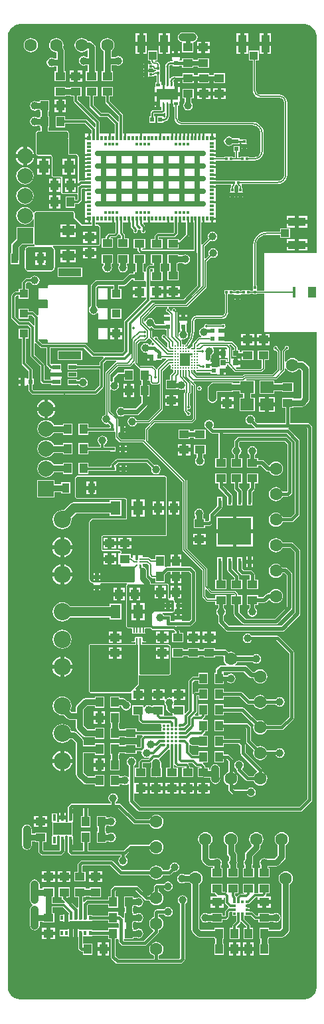
<source format=gtl>
G04*
G04 #@! TF.GenerationSoftware,Altium Limited,Altium Designer,19.1.9 (167)*
G04*
G04 Layer_Physical_Order=1*
G04 Layer_Color=5201134*
%FSLAX44Y44*%
%MOMM*%
G71*
G01*
G75*
%ADD11C,0.2000*%
%ADD12C,0.2500*%
%ADD13C,0.3000*%
%ADD14C,0.6000*%
%ADD15C,0.1500*%
%ADD16C,0.5000*%
%ADD23R,0.9100X1.2200*%
%ADD24R,1.2500X1.0000*%
%ADD25R,1.6000X1.2000*%
%ADD26R,0.4000X1.4000*%
%ADD27R,1.0000X1.4000*%
%ADD28R,0.6000X0.6000*%
%ADD29R,0.3000X0.3000*%
%ADD30R,1.0000X1.2500*%
%ADD31R,0.5000X0.4000*%
%ADD32R,1.0000X0.5500*%
%ADD33R,0.8000X0.8000*%
%ADD34R,0.3000X0.3000*%
%ADD35R,0.5400X0.3000*%
%ADD36R,0.3000X0.5400*%
%ADD37R,0.5400X0.5400*%
%ADD38R,1.0500X1.0000*%
%ADD39R,2.2000X1.0500*%
%ADD40R,1.1000X1.0000*%
%ADD41R,3.0000X1.0000*%
%ADD42R,1.0000X1.0500*%
%ADD43R,1.0500X2.2000*%
%ADD44R,0.6000X0.6000*%
%ADD45R,0.5150X0.4250*%
%ADD46R,0.2750X0.4250*%
%ADD47C,0.3500*%
%ADD48R,0.4000X0.6000*%
%ADD49R,2.4000X1.5000*%
%ADD50R,0.4500X0.8500*%
%ADD51R,1.2000X1.6000*%
%ADD52R,0.7000X0.7000*%
%ADD53R,0.4500X0.9500*%
%ADD54R,1.3000X0.3000*%
%ADD55R,0.2300X0.4000*%
%ADD56C,0.2300*%
%ADD57R,1.3000X1.8000*%
%ADD58R,0.4000X0.5000*%
%ADD59R,1.7000X1.5000*%
%ADD60C,0.2000*%
%ADD105C,0.6000*%
%ADD108C,0.1960*%
%ADD109C,0.2700*%
%ADD110R,2.8020X1.4500*%
%ADD111R,0.3500X0.3000*%
%ADD112R,0.3000X0.3500*%
%ADD113R,4.3000X3.4000*%
%ADD114C,0.4000*%
%ADD115C,0.8000*%
%ADD116C,0.5000*%
%ADD117C,1.0000*%
%ADD118C,0.6500*%
%ADD119C,1.2000*%
%ADD120C,2.0000*%
%ADD121R,2.0000X2.0000*%
%ADD122C,1.6000*%
%ADD123C,2.2000*%
%ADD124C,0.7000*%
%ADD125C,1.0000*%
%ADD126C,0.2500*%
G36*
X384941Y1246290D02*
X388025Y1245013D01*
X390799Y1243159D01*
X393159Y1240799D01*
X395013Y1238025D01*
X396290Y1234942D01*
X396941Y1231669D01*
X396941Y1230000D01*
Y955000D01*
X330000D01*
Y907019D01*
X320981D01*
X320500Y907500D01*
Y908500D01*
X320500Y908770D01*
Y913500D01*
X320019D01*
Y965000D01*
X320005Y965070D01*
X320439Y968366D01*
X321738Y971502D01*
X323805Y974195D01*
X326498Y976262D01*
X329634Y977561D01*
X332930Y977995D01*
X333000Y977981D01*
X350500D01*
Y974000D01*
X363000D01*
Y986000D01*
X350500D01*
Y982019D01*
X333000D01*
Y982062D01*
X329671Y981734D01*
X326471Y980763D01*
X323521Y979187D01*
X320935Y977065D01*
X318813Y974479D01*
X317237Y971529D01*
X316266Y968329D01*
X315938Y965000D01*
X315981D01*
Y913500D01*
X315500D01*
Y908770D01*
X315500Y908500D01*
Y907500D01*
X315019Y907019D01*
X312500D01*
Y907500D01*
X307770D01*
X307500Y907500D01*
X306500D01*
X306230Y907500D01*
X301500D01*
Y907019D01*
X298500D01*
Y907500D01*
X293500D01*
Y907019D01*
X290500D01*
Y907500D01*
X285770D01*
X285500Y907500D01*
X284500D01*
X284230Y907500D01*
X279500D01*
Y902500D01*
X279981D01*
Y879000D01*
X279969D01*
X279667Y877481D01*
X278807Y876193D01*
X277519Y875333D01*
X276000Y875031D01*
Y875019D01*
X244000D01*
Y875040D01*
X242178Y874800D01*
X240480Y874097D01*
X239022Y872978D01*
X237903Y871520D01*
X237200Y869822D01*
X236960Y868000D01*
X236981D01*
Y855521D01*
X236998Y855439D01*
X236556Y850955D01*
X235224Y846564D01*
X233061Y842517D01*
X230203Y839035D01*
X230133Y838988D01*
X229616Y838471D01*
X228442Y837942D01*
X227780Y838384D01*
X227000Y838539D01*
X226554Y838450D01*
X225576Y839005D01*
X225284Y839286D01*
Y842500D01*
X225149Y843183D01*
X224762Y843762D01*
X224423Y844100D01*
X225049Y845270D01*
X227000Y844882D01*
X229341Y845348D01*
X231326Y846674D01*
X232652Y848659D01*
X233118Y851000D01*
X232652Y853341D01*
X231326Y855326D01*
X230721Y855730D01*
X231000Y857000D01*
X231000D01*
Y864730D01*
X231000Y865000D01*
X231652Y866000D01*
X232000D01*
Y868500D01*
X222000D01*
Y866000D01*
X222348D01*
X223000Y865000D01*
X223000Y864730D01*
Y857000D01*
X223000D01*
X223279Y855730D01*
X222674Y855326D01*
X221348Y853341D01*
X220882Y851000D01*
X221261Y849099D01*
X220195Y848547D01*
X219284Y849279D01*
Y879271D01*
X219149Y879954D01*
X218762Y880533D01*
X217757Y881537D01*
X217804Y881771D01*
X217590Y882844D01*
X216983Y883754D01*
X216073Y884361D01*
X215000Y884575D01*
X213927Y884361D01*
X213017Y883754D01*
X212410Y882844D01*
X212196Y881771D01*
X212233Y881587D01*
X211168Y881018D01*
X210274Y881850D01*
X210304Y882000D01*
X210090Y883073D01*
X209483Y883983D01*
X208573Y884590D01*
X208043Y884696D01*
X208169Y885966D01*
X230882D01*
X231565Y886102D01*
X232143Y886488D01*
X256262Y910607D01*
X256649Y911186D01*
X256784Y911868D01*
Y944261D01*
X262187Y949663D01*
X262659Y949348D01*
X265000Y948883D01*
X267341Y949348D01*
X269326Y950674D01*
X270652Y952659D01*
X271117Y955000D01*
X270652Y957341D01*
X269326Y959326D01*
X267341Y960652D01*
X265000Y961117D01*
X262659Y960652D01*
X260674Y959326D01*
X259348Y957341D01*
X258883Y955000D01*
X259348Y952659D01*
X259664Y952187D01*
X255458Y947981D01*
X254284Y948467D01*
Y963761D01*
X261187Y970664D01*
X261659Y970348D01*
X264000Y969883D01*
X266341Y970348D01*
X268326Y971674D01*
X269652Y973659D01*
X270117Y976000D01*
X269652Y978341D01*
X268326Y980326D01*
X266341Y981652D01*
X264000Y982117D01*
X261659Y981652D01*
X259674Y980326D01*
X258348Y978341D01*
X257882Y976000D01*
X258348Y973659D01*
X258664Y973187D01*
X251319Y965842D01*
X250977Y965873D01*
X250049Y966267D01*
Y993800D01*
X268700D01*
Y1042451D01*
X287360D01*
X287755Y1041850D01*
X287948Y1041181D01*
X287635Y1040713D01*
X287481Y1039940D01*
Y1038000D01*
X287000D01*
Y1033000D01*
X286000D01*
Y1032000D01*
X289500D01*
X293000D01*
Y1033000D01*
X292000D01*
Y1038000D01*
X291920D01*
X291685Y1039270D01*
X292407Y1039993D01*
X292845Y1040647D01*
X292999Y1041420D01*
Y1041602D01*
X293897Y1042500D01*
X295000D01*
X295481Y1042500D01*
X295635Y1041728D01*
X296073Y1041072D01*
X297481Y1039664D01*
Y1038000D01*
X297000D01*
Y1033000D01*
X296000D01*
Y1032000D01*
X299500D01*
X303000D01*
Y1033000D01*
X302000D01*
Y1038000D01*
X301519D01*
Y1040500D01*
X301365Y1041273D01*
X301072Y1041711D01*
X301302Y1042459D01*
X301670Y1042981D01*
X347500D01*
Y1042917D01*
X350627Y1043328D01*
X353542Y1044536D01*
X356044Y1046456D01*
X357965Y1048958D01*
X359172Y1051873D01*
X359583Y1055000D01*
X359519D01*
Y1147500D01*
X359562D01*
X359236Y1149975D01*
X358281Y1152281D01*
X356761Y1154261D01*
X354781Y1155781D01*
X352475Y1156736D01*
X350000Y1157062D01*
Y1157019D01*
X325000D01*
X324956Y1157010D01*
X322896Y1157420D01*
X321112Y1158612D01*
X319920Y1160396D01*
X319510Y1162456D01*
X319519Y1162500D01*
Y1200500D01*
X323000D01*
Y1213000D01*
X311000D01*
Y1200500D01*
X315481D01*
Y1162500D01*
X315438D01*
X315764Y1160025D01*
X316719Y1157719D01*
X318239Y1155739D01*
X320219Y1154219D01*
X322525Y1153264D01*
X325000Y1152938D01*
Y1152981D01*
X350000D01*
X350044Y1152990D01*
X352104Y1152580D01*
X353888Y1151388D01*
X355080Y1149604D01*
X355490Y1147544D01*
X355481Y1147500D01*
Y1055000D01*
X355461D01*
X355190Y1052940D01*
X354394Y1051019D01*
X353129Y1049371D01*
X351480Y1048105D01*
X349561Y1047310D01*
X347500Y1047039D01*
Y1047019D01*
X300000D01*
Y1047500D01*
X295270D01*
X295000Y1047500D01*
X294000D01*
X293730Y1047500D01*
X291746D01*
X291500Y1047549D01*
X268700D01*
Y1072981D01*
X279000D01*
Y1072500D01*
X283730D01*
X284000Y1072500D01*
X285000D01*
X285270Y1072500D01*
X290000D01*
Y1072981D01*
X294750D01*
Y1072976D01*
X294775Y1072981D01*
X299500D01*
Y1072500D01*
X304230D01*
X304500Y1072500D01*
X305500D01*
X305770Y1072500D01*
X310500D01*
Y1072981D01*
X317500D01*
Y1072917D01*
X320627Y1073328D01*
X323542Y1074536D01*
X326044Y1076456D01*
X327965Y1078958D01*
X329172Y1081873D01*
X329583Y1085000D01*
X329519D01*
Y1107500D01*
X329605D01*
X329107Y1111280D01*
X327648Y1114802D01*
X325327Y1117827D01*
X322302Y1120148D01*
X318780Y1121607D01*
X315000Y1122105D01*
Y1122019D01*
X225000D01*
X224978Y1122014D01*
X223065Y1122395D01*
X221425Y1123491D01*
X220330Y1125130D01*
X219949Y1127043D01*
X219954Y1127065D01*
Y1142500D01*
X221510D01*
Y1148250D01*
X222510D01*
Y1155000D01*
X206500D01*
X190490D01*
Y1148250D01*
Y1148125D01*
X195065D01*
Y1145625D01*
X197565D01*
Y1141500D01*
X199206D01*
Y1137294D01*
X190000D01*
Y1137343D01*
X188147Y1136974D01*
X186575Y1135925D01*
X185526Y1134353D01*
X185157Y1132500D01*
X185206D01*
Y1129000D01*
X183500D01*
Y1121000D01*
X191500D01*
Y1129000D01*
X189794D01*
Y1132500D01*
X189867D01*
X189906Y1132594D01*
X190000Y1132633D01*
Y1132706D01*
X200000D01*
Y1132677D01*
X201463Y1132968D01*
X202704Y1133796D01*
X202936Y1134144D01*
X204206Y1133759D01*
Y1129000D01*
X204155D01*
X204029Y1128367D01*
X203670Y1127830D01*
X203133Y1127471D01*
X202770Y1127399D01*
X201500Y1128088D01*
Y1129000D01*
X193500D01*
Y1121000D01*
X201500D01*
Y1121976D01*
X202500Y1122628D01*
D01*
X204939Y1123113D01*
X207006Y1124494D01*
X208387Y1126561D01*
X208873Y1129000D01*
X208794D01*
Y1141500D01*
X209000D01*
Y1145625D01*
X214000D01*
Y1141500D01*
X214875D01*
X215916Y1140948D01*
Y1127065D01*
X215877D01*
X216188Y1124704D01*
X217099Y1122504D01*
X218549Y1120614D01*
X220438Y1119164D01*
X222639Y1118253D01*
X225000Y1117942D01*
Y1117981D01*
X315000D01*
X315004Y1117982D01*
X317713Y1117626D01*
X320241Y1116578D01*
X322412Y1114912D01*
X324078Y1112741D01*
X325126Y1110213D01*
X325482Y1107504D01*
X325481Y1107500D01*
Y1085000D01*
X325461D01*
X325190Y1082940D01*
X324394Y1081019D01*
X323129Y1079371D01*
X321480Y1078105D01*
X319561Y1077310D01*
X317500Y1077039D01*
Y1077019D01*
X310500D01*
Y1077500D01*
X305770D01*
X305500Y1077500D01*
X304500D01*
X304230Y1077500D01*
X299500D01*
Y1077019D01*
X297019D01*
Y1083500D01*
X299000D01*
Y1091500D01*
X291000D01*
Y1083500D01*
X292981D01*
Y1077019D01*
X290000D01*
Y1077500D01*
X285270D01*
X285000Y1077500D01*
X284000D01*
X283730Y1077500D01*
X279000D01*
Y1077019D01*
X268700D01*
Y1107500D01*
X150049D01*
Y1130500D01*
X149855Y1131476D01*
X149302Y1132302D01*
X132549Y1149056D01*
Y1154500D01*
X137250D01*
Y1166500D01*
X122750D01*
Y1154500D01*
X127451D01*
Y1148000D01*
X127645Y1147025D01*
X128198Y1146198D01*
X144951Y1129444D01*
Y1122950D01*
X143681Y1122424D01*
X133302Y1132802D01*
X132476Y1133355D01*
X131500Y1133549D01*
X122556D01*
X112549Y1143556D01*
Y1154500D01*
X117250D01*
Y1166500D01*
X102750D01*
Y1154500D01*
X107451D01*
Y1142500D01*
X107645Y1141525D01*
X108198Y1140698D01*
X119698Y1129198D01*
X120525Y1128645D01*
X121500Y1128451D01*
X130444D01*
X139951Y1118944D01*
Y1107500D01*
X120049D01*
Y1121500D01*
X119855Y1122475D01*
X119302Y1123302D01*
X92549Y1150056D01*
Y1154500D01*
X97250D01*
Y1166500D01*
X82750D01*
Y1165598D01*
X77250D01*
Y1166500D01*
X62750D01*
Y1154500D01*
X77250D01*
Y1155402D01*
X82750D01*
Y1154500D01*
X87451D01*
Y1149000D01*
X87645Y1148025D01*
X88198Y1147198D01*
X114951Y1120444D01*
Y1115742D01*
X113681Y1115216D01*
X104595Y1124302D01*
X103768Y1124855D01*
X102793Y1125049D01*
X76000D01*
Y1129750D01*
X64000D01*
Y1115250D01*
X76000D01*
Y1119951D01*
X101737D01*
X109951Y1111737D01*
Y1107500D01*
X101300D01*
Y1047549D01*
X96843D01*
X95868Y1047355D01*
X95041Y1046803D01*
X94756Y1046517D01*
X93582Y1047003D01*
X93582Y1050000D01*
X93582Y1077991D01*
X93500Y1078190D01*
X93500Y1078404D01*
X93125Y1079312D01*
X92973Y1079464D01*
X92891Y1079663D01*
X92198Y1080359D01*
X92000Y1080441D01*
X91848Y1080594D01*
X91594Y1080700D01*
X91503Y1080700D01*
X91429Y1080753D01*
X90287Y1081027D01*
X90158Y1081006D01*
X90037Y1081057D01*
X82555Y1081082D01*
X82278Y1081109D01*
X81724Y1081339D01*
X81339Y1081724D01*
X81109Y1082278D01*
X81082Y1082553D01*
X81082Y1100659D01*
X81040Y1100762D01*
X81062Y1100870D01*
X80986Y1101250D01*
X81062Y1101629D01*
X81040Y1101738D01*
X81082Y1101841D01*
X81082Y1107500D01*
X81082Y1107997D01*
X81000Y1108196D01*
Y1108411D01*
X80619Y1109330D01*
X80467Y1109483D01*
X80385Y1109682D01*
X79681Y1110385D01*
X79482Y1110467D01*
X79330Y1110620D01*
X79057Y1110733D01*
X78965Y1110733D01*
X78890Y1110786D01*
X77748Y1111054D01*
X77620Y1111033D01*
X77501Y1111082D01*
X77500D01*
X77499Y1111083D01*
X55098Y1111082D01*
Y1115250D01*
X56000D01*
Y1129750D01*
X55098D01*
Y1135250D01*
X56000D01*
Y1149750D01*
X44000D01*
Y1147598D01*
X40670D01*
X39841Y1148152D01*
X37500Y1148617D01*
X35159Y1148152D01*
X33174Y1146826D01*
X31848Y1144841D01*
X31383Y1142500D01*
X31848Y1140159D01*
X33174Y1138174D01*
X35159Y1136848D01*
X37500Y1136383D01*
X39841Y1136848D01*
X40670Y1137402D01*
X44000D01*
Y1135250D01*
X44902D01*
Y1129750D01*
X44000D01*
Y1127598D01*
X40670D01*
X39841Y1128152D01*
X37500Y1128617D01*
X35159Y1128152D01*
X33174Y1126826D01*
X31848Y1124841D01*
X31383Y1122500D01*
X31848Y1120159D01*
X33174Y1118174D01*
X35159Y1116848D01*
X37500Y1116383D01*
X39841Y1116848D01*
X40670Y1117402D01*
X44000D01*
Y1115250D01*
X44902D01*
Y1111082D01*
X42500D01*
X42003Y1111083D01*
X41804Y1111000D01*
X41589Y1111000D01*
X40670Y1110620D01*
X40517Y1110468D01*
X40318Y1110385D01*
X39615Y1109682D01*
X39532Y1109483D01*
X39380Y1109331D01*
X39273Y1109071D01*
Y1108980D01*
X39220Y1108906D01*
X38946Y1107749D01*
X38958Y1107681D01*
X38924Y1107620D01*
X38924Y1107620D01*
X38942Y1107559D01*
X38918Y1107500D01*
X38918Y1082515D01*
X38915Y1082017D01*
X38997Y1081817D01*
X38996Y1081601D01*
X39375Y1080678D01*
X39527Y1080525D01*
X39609Y1080325D01*
X40313Y1079619D01*
X40512Y1079536D01*
X40665Y1079383D01*
X41586Y1079000D01*
X41802Y1079000D01*
X42001Y1078917D01*
X42500Y1078918D01*
X57447D01*
X57722Y1078891D01*
X58276Y1078661D01*
X58661Y1078276D01*
X58890Y1077722D01*
X58918Y1077444D01*
X58918Y1054503D01*
X59000Y1054304D01*
Y1054089D01*
X59381Y1053170D01*
X59533Y1053017D01*
X59615Y1052819D01*
X60318Y1052115D01*
X60517Y1052033D01*
X60670Y1051881D01*
X61588Y1051500D01*
X61804D01*
X62003Y1051418D01*
X62500D01*
X62500Y1051417D01*
X70519Y1051418D01*
X71418Y1050519D01*
X71417Y1032500D01*
X71417Y1032202D01*
X71500Y1032003D01*
Y1031787D01*
X71728Y1031236D01*
X71880Y1031084D01*
X71963Y1030885D01*
X72385Y1030463D01*
X72584Y1030380D01*
X72736Y1030228D01*
X73287Y1030000D01*
X73503Y1030000D01*
X73702Y1029918D01*
X74000Y1029918D01*
X91000Y1029918D01*
X91298Y1029918D01*
X92050Y1029511D01*
X92451Y1028931D01*
Y1023556D01*
X91444Y1022549D01*
X89000D01*
Y1027250D01*
X77000D01*
Y1012750D01*
X89000D01*
Y1017451D01*
X92500D01*
X93476Y1017645D01*
X94302Y1018198D01*
X96802Y1020698D01*
X97355Y1021525D01*
X97549Y1022500D01*
Y1036444D01*
X98556Y1037451D01*
X101300D01*
Y993800D01*
X109951D01*
Y991980D01*
X109053Y991082D01*
X97948Y991082D01*
X88582Y1000448D01*
X88582Y1004999D01*
X88582Y1005001D01*
Y1005002D01*
X88532Y1005122D01*
X88553Y1005249D01*
X88286Y1006390D01*
X88232Y1006464D01*
X88232Y1006557D01*
X88119Y1006830D01*
X87967Y1006982D01*
X87885Y1007181D01*
X87182Y1007885D01*
X86983Y1007967D01*
X86830Y1008119D01*
X85912Y1008500D01*
X85696Y1008500D01*
X85497Y1008582D01*
X85000Y1008582D01*
X62677Y1008582D01*
X62500Y1008617D01*
X62323Y1008582D01*
X47677D01*
X47500Y1008617D01*
X47323Y1008582D01*
X40000D01*
X39998Y1008582D01*
X39502D01*
X39303Y1008499D01*
X39088D01*
X38169Y1008119D01*
X38017Y1007967D01*
X37818Y1007884D01*
X37115Y1007181D01*
X37033Y1006982D01*
X36881Y1006830D01*
X36684Y1006356D01*
X35327Y1006314D01*
X34609Y1008047D01*
X32845Y1010345D01*
X30547Y1012109D01*
X27872Y1013217D01*
X25000Y1013595D01*
X22128Y1013217D01*
X19453Y1012109D01*
X17155Y1010345D01*
X15391Y1008047D01*
X14283Y1005372D01*
X13905Y1002500D01*
X14283Y999628D01*
X15391Y996953D01*
X17155Y994655D01*
X19453Y992891D01*
X22128Y991783D01*
X25000Y991405D01*
X27872Y991783D01*
X30547Y992891D01*
X32845Y994655D01*
X34609Y996953D01*
X35148Y998254D01*
X36418Y998001D01*
Y989197D01*
X36000Y988100D01*
X35148Y988100D01*
X14000D01*
Y973310D01*
X8895Y968205D01*
X7790Y966551D01*
X7402Y964600D01*
Y955100D01*
X6450D01*
Y940900D01*
X17550D01*
Y947259D01*
X17598Y947500D01*
Y962488D01*
X21210Y966100D01*
X35328D01*
X35789Y966100D01*
X36494Y965822D01*
X37030Y965520D01*
X37033Y965517D01*
X37115Y965319D01*
X37581Y964852D01*
X37287Y963740D01*
X37235Y963654D01*
X37172Y963582D01*
X30000D01*
X29204Y963582D01*
X29005Y963500D01*
X28790D01*
X27320Y962891D01*
X27168Y962739D01*
X26969Y962656D01*
X25844Y961531D01*
X25761Y961332D01*
X25609Y961180D01*
X25168Y960115D01*
Y959973D01*
X25096Y959850D01*
X24990Y959093D01*
X24990Y959093D01*
X24928Y958650D01*
X24948Y958573D01*
X24918Y958500D01*
Y955177D01*
X24882Y955000D01*
X24918Y954823D01*
X24918Y941176D01*
X24882Y941000D01*
X24918Y940824D01*
Y935704D01*
X25000Y935505D01*
Y935290D01*
X25609Y933820D01*
X25761Y933668D01*
X25844Y933469D01*
X26969Y932344D01*
X27168Y932261D01*
X27320Y932109D01*
X28790Y931500D01*
X29005D01*
X29204Y931418D01*
X30000Y931418D01*
X30000Y931418D01*
X58395Y931417D01*
X58594Y931500D01*
X58809D01*
X60463Y932185D01*
X60615Y932337D01*
X60814Y932420D01*
X62080Y933686D01*
X62163Y933885D01*
X62315Y934037D01*
X63000Y935691D01*
Y935906D01*
X63082Y936105D01*
X63082Y937000D01*
X63082Y937000D01*
X63082Y954823D01*
X63117Y955000D01*
X63082Y955177D01*
Y958895D01*
X63000Y959094D01*
Y959309D01*
X62315Y960963D01*
X62163Y961115D01*
X62080Y961314D01*
X60814Y962580D01*
X60978Y963836D01*
X61020Y963918D01*
X117500Y963918D01*
X117623Y963969D01*
X117754Y963948D01*
X118951Y964238D01*
X119023Y964290D01*
X119111Y964289D01*
X119330Y964380D01*
X119482Y964533D01*
X119682Y964615D01*
X120385Y965318D01*
X120467Y965517D01*
X120619Y965669D01*
X121000Y966588D01*
Y966804D01*
X121082Y967003D01*
X121082Y967500D01*
X121082Y987500D01*
X121082Y987500D01*
Y987500D01*
X121033Y987620D01*
X121054Y987747D01*
X120787Y988889D01*
X120732Y988964D01*
Y989057D01*
X120619Y989330D01*
X120467Y989482D01*
X120385Y989681D01*
X119682Y990385D01*
X119483Y990467D01*
X119330Y990619D01*
X118412Y991000D01*
X118196D01*
X117997Y991082D01*
X117500Y991082D01*
X115049Y991082D01*
Y993800D01*
X140206D01*
Y980950D01*
X139050Y979794D01*
X132500D01*
X131622Y979619D01*
X130878Y979122D01*
X128378Y976622D01*
X127881Y975878D01*
X127706Y975000D01*
Y973500D01*
X122750D01*
Y961500D01*
X137250D01*
Y973500D01*
X134557D01*
X133900Y974770D01*
X134208Y975206D01*
X140000D01*
X140878Y975381D01*
X141622Y975878D01*
X144122Y978378D01*
X144284Y978620D01*
X145716Y978620D01*
X145878Y978378D01*
X147706Y976550D01*
Y973500D01*
X142750D01*
Y961500D01*
X157250D01*
Y973500D01*
X152294D01*
Y977500D01*
X152119Y978378D01*
X151622Y979122D01*
X149794Y980950D01*
Y993800D01*
X160206D01*
Y989136D01*
X160380Y988258D01*
X160878Y987514D01*
X163706Y984686D01*
Y984517D01*
X163410Y984073D01*
X163196Y983000D01*
X163410Y981927D01*
X164017Y981017D01*
X164927Y980410D01*
X166000Y980196D01*
X167073Y980410D01*
X167983Y981017D01*
X168590Y981927D01*
X168804Y983000D01*
X168659Y983730D01*
X169567Y984514D01*
X169688Y984569D01*
X169927Y984410D01*
X171000Y984196D01*
X172073Y984410D01*
X172139Y984454D01*
X172755Y984073D01*
X173169Y983614D01*
X172991Y982722D01*
X173205Y981649D01*
X173812Y980740D01*
X174722Y980132D01*
X175795Y979919D01*
X176868Y980132D01*
X177778Y980740D01*
X178386Y981649D01*
X178599Y982722D01*
X178386Y983795D01*
X178089Y984239D01*
Y989205D01*
X177915Y990083D01*
X177417Y990827D01*
X177417Y990827D01*
X175714Y992530D01*
X176240Y993800D01*
X214951D01*
Y981556D01*
X213944Y980549D01*
X194757D01*
X193782Y980355D01*
X192955Y979802D01*
X191198Y978045D01*
X190645Y977218D01*
X190451Y976243D01*
Y973000D01*
X185750D01*
Y961000D01*
X200250D01*
Y973000D01*
X195549D01*
Y975187D01*
X195813Y975451D01*
X215000D01*
X215975Y975645D01*
X216802Y976198D01*
X219302Y978697D01*
X219855Y979524D01*
X220049Y980500D01*
Y993800D01*
X230206D01*
Y978950D01*
X222520Y971264D01*
X221250Y971790D01*
Y973000D01*
X206750D01*
Y961000D01*
X221250D01*
Y965706D01*
X222500D01*
X223378Y965881D01*
X224122Y966378D01*
X234122Y976378D01*
X234619Y977122D01*
X234794Y978000D01*
X234794Y978000D01*
Y993800D01*
X240206D01*
Y959294D01*
X174650D01*
X174291Y959730D01*
X174891Y961000D01*
X178250D01*
Y973000D01*
X163750D01*
Y961000D01*
X168706D01*
Y959000D01*
X168881Y958122D01*
X169378Y957378D01*
X171378Y955378D01*
X171378Y955378D01*
X172122Y954881D01*
X173000Y954706D01*
X173000Y954706D01*
X241750D01*
X242628Y954881D01*
X243372Y955378D01*
X243681Y955686D01*
X244951Y955160D01*
Y913556D01*
X227444Y896049D01*
X186864D01*
X185889Y895855D01*
X185694Y895725D01*
X184424Y896404D01*
Y897365D01*
X184750Y898500D01*
X185694Y898500D01*
X190500D01*
Y905500D01*
Y912500D01*
X184750D01*
X184424Y913635D01*
Y933819D01*
X184806Y934201D01*
X187902D01*
Y931500D01*
X185750D01*
Y919500D01*
X200250D01*
Y931500D01*
X198098D01*
Y941000D01*
X200250D01*
Y953000D01*
X185750D01*
Y941000D01*
X187902D01*
Y939299D01*
X183750D01*
X182775Y939105D01*
X181948Y938552D01*
X180073Y936677D01*
X179520Y935851D01*
X179326Y934875D01*
Y931468D01*
X178250Y931000D01*
X178056Y931000D01*
X176098D01*
Y941000D01*
X178250D01*
Y953000D01*
X163750D01*
Y941000D01*
X165902D01*
Y931000D01*
X163750D01*
Y928569D01*
X160000D01*
X158634Y928297D01*
X157477Y927523D01*
X150065Y920112D01*
X116543D01*
X115178Y919840D01*
X114020Y919067D01*
X109976Y915023D01*
X109203Y913865D01*
X108931Y912500D01*
Y887330D01*
X108174Y886824D01*
X106848Y884839D01*
X106382Y882498D01*
X106848Y880157D01*
X108174Y878173D01*
X110159Y876846D01*
X112500Y876381D01*
X114841Y876846D01*
X116826Y878173D01*
X117148Y878654D01*
X118418Y878269D01*
Y871500D01*
X118735Y870735D01*
X119500Y870418D01*
X129500D01*
X130265Y870735D01*
X130582Y871500D01*
Y883500D01*
X130265Y884265D01*
X129500Y884582D01*
X119500D01*
X119498Y884582D01*
X118235Y884824D01*
X117950Y885141D01*
X116826Y886824D01*
X116068Y887330D01*
Y911022D01*
X118021Y912975D01*
X137931D01*
Y908900D01*
X135000D01*
Y896900D01*
X148000D01*
Y908900D01*
X145069D01*
Y912975D01*
X151543D01*
X152909Y913246D01*
X154067Y914020D01*
X161478Y921431D01*
X163750D01*
Y919000D01*
X178056D01*
X178250Y919000D01*
X179326Y918532D01*
Y913239D01*
X179250Y912000D01*
X178056Y912000D01*
X173500D01*
Y905000D01*
Y898000D01*
X179250Y898000D01*
X179326Y896761D01*
Y895931D01*
X152447Y869052D01*
X151895Y868225D01*
X151701Y867250D01*
Y830305D01*
X148944Y827549D01*
X113556D01*
X103052Y838052D01*
X102226Y838605D01*
X101250Y838799D01*
X47306D01*
X42579Y843526D01*
X42650Y844784D01*
X43000Y845018D01*
X53000D01*
X53148Y845079D01*
X54418Y844327D01*
Y841750D01*
X54735Y840985D01*
X55500Y840668D01*
X104000D01*
X104765Y840985D01*
X105082Y841750D01*
Y913250D01*
X104765Y914015D01*
X104000Y914332D01*
X55500D01*
X54735Y914015D01*
X54418Y913250D01*
Y910673D01*
X53148Y909921D01*
X53000Y909982D01*
X43000D01*
X42235Y909665D01*
X41918Y908900D01*
Y896900D01*
X42235Y896135D01*
X43000Y895818D01*
X53000D01*
X53148Y895879D01*
X54418Y895127D01*
Y885273D01*
X53148Y884521D01*
X53000Y884582D01*
X43000D01*
X42235Y884265D01*
X41918Y883500D01*
Y875983D01*
X40648Y875457D01*
X36802Y879302D01*
X35975Y879855D01*
X35000Y880049D01*
X30000D01*
Y883500D01*
X17000D01*
Y871500D01*
X30000D01*
Y874951D01*
X33944D01*
X37451Y871444D01*
Y862950D01*
X36181Y862424D01*
X31802Y866802D01*
X30975Y867355D01*
X30000Y867549D01*
X18556D01*
X12549Y873556D01*
Y898944D01*
X13956Y900351D01*
X17000D01*
Y896900D01*
X30000D01*
Y908900D01*
X26049D01*
Y915444D01*
X28054Y917449D01*
X31987D01*
X33174Y915672D01*
X35159Y914346D01*
X37500Y913881D01*
X39841Y914346D01*
X41826Y915672D01*
X43152Y917657D01*
X43618Y919998D01*
X43152Y922339D01*
X41826Y924324D01*
X39841Y925650D01*
X37500Y926116D01*
X35159Y925650D01*
X33174Y924324D01*
X31987Y922547D01*
X26998D01*
X26023Y922353D01*
X25196Y921801D01*
X21698Y918302D01*
X21145Y917475D01*
X20951Y916500D01*
Y908900D01*
X17000D01*
Y905449D01*
X12900D01*
X11925Y905255D01*
X11098Y904702D01*
X8198Y901802D01*
X7645Y900975D01*
X7451Y900000D01*
Y872500D01*
X7645Y871525D01*
X8198Y870698D01*
X15698Y863198D01*
X16525Y862645D01*
X17500Y862451D01*
X28944D01*
X32451Y858944D01*
Y824000D01*
X32645Y823025D01*
X33198Y822198D01*
X44451Y810944D01*
Y792257D01*
X44645Y791282D01*
X45198Y790455D01*
X46955Y788698D01*
X47782Y788145D01*
X48757Y787951D01*
X58750D01*
Y786750D01*
X70750D01*
Y793980D01*
X70750Y794250D01*
X71402Y795250D01*
X71750D01*
Y797500D01*
X64750D01*
X57750D01*
Y795250D01*
X57923D01*
X58684Y794223D01*
X58661Y794120D01*
X57932Y793049D01*
X49813D01*
X49549Y793313D01*
Y812000D01*
X49355Y812975D01*
X48802Y813802D01*
X37549Y825056D01*
Y839550D01*
X38819Y840076D01*
X44448Y834448D01*
X45275Y833895D01*
X46250Y833701D01*
X52451D01*
Y812500D01*
X52645Y811525D01*
X53198Y810698D01*
X56198Y807698D01*
X57024Y807145D01*
X58000Y806951D01*
X58657Y805898D01*
X58684Y805777D01*
X57923Y804750D01*
X57750D01*
Y802500D01*
X64750D01*
X71750D01*
Y804750D01*
X71402D01*
X70750Y805750D01*
X70750Y806020D01*
Y813250D01*
X58750D01*
X58750Y813250D01*
Y813250D01*
X57776Y813907D01*
X57549Y814079D01*
Y833701D01*
X100194D01*
X110698Y823198D01*
X111525Y822645D01*
X112500Y822451D01*
X124550D01*
X125076Y821181D01*
X120698Y816802D01*
X120145Y815975D01*
X119951Y815000D01*
Y812049D01*
X91250D01*
Y813250D01*
X79250D01*
Y805750D01*
X91250D01*
Y806951D01*
X119951D01*
Y786056D01*
X113944Y780049D01*
X36056D01*
X34549Y781556D01*
Y787000D01*
X36000D01*
Y795000D01*
X34549D01*
Y805500D01*
X34355Y806475D01*
X33802Y807302D01*
X26000Y815105D01*
Y846100D01*
X30000D01*
Y858100D01*
X17000D01*
Y846100D01*
X20902D01*
Y814049D01*
X21096Y813074D01*
X21649Y812247D01*
X29451Y804444D01*
Y795898D01*
X28629Y795076D01*
X28181Y795000D01*
X28000Y795000D01*
X27000Y795652D01*
Y796000D01*
X24500D01*
Y791000D01*
Y786000D01*
X27000D01*
Y786348D01*
X28000Y787000D01*
X28181Y787000D01*
X29451Y786785D01*
Y780500D01*
X29645Y779525D01*
X30198Y778698D01*
X33198Y775698D01*
X34025Y775145D01*
X35000Y774951D01*
X115000D01*
X115976Y775145D01*
X116802Y775698D01*
X124302Y783198D01*
X124855Y784025D01*
X125049Y785000D01*
Y810000D01*
Y813944D01*
X128556Y817451D01*
X141320D01*
X141446Y816181D01*
X141282Y816149D01*
X140703Y815762D01*
X128238Y803297D01*
X127851Y802718D01*
X127716Y802036D01*
Y748862D01*
X126659Y748652D01*
X126214Y748355D01*
X125976Y748307D01*
X125397Y747921D01*
X125262Y747719D01*
X124674Y747326D01*
X123348Y745341D01*
X122882Y743000D01*
X123348Y740659D01*
X124674Y738674D01*
X126659Y737348D01*
X129000Y736882D01*
X131096Y737299D01*
X133701Y734694D01*
Y733000D01*
X132500D01*
Y732549D01*
X105525D01*
Y737725D01*
X93525D01*
Y723225D01*
X105525D01*
Y727451D01*
X132500D01*
Y727000D01*
X139500D01*
X140216Y726026D01*
Y720000D01*
X140351Y719317D01*
X140738Y718738D01*
X145738Y713738D01*
X146317Y713352D01*
X147000Y713216D01*
X175261D01*
X225716Y662761D01*
Y576465D01*
X225851Y575782D01*
X226238Y575203D01*
X251216Y550225D01*
Y517000D01*
X251352Y516317D01*
X251738Y515738D01*
X256238Y511238D01*
X256817Y510852D01*
X257500Y510716D01*
X267750D01*
Y506500D01*
X271432D01*
Y502332D01*
X270674Y501826D01*
X269348Y499841D01*
X268883Y497500D01*
X269348Y495159D01*
X270674Y493174D01*
X271432Y492668D01*
Y485000D01*
X271703Y483634D01*
X272477Y482477D01*
X281477Y473477D01*
X282634Y472703D01*
X284000Y472431D01*
X353500D01*
X354866Y472703D01*
X356023Y473477D01*
X375023Y492477D01*
X375797Y493634D01*
X376069Y495000D01*
Y575000D01*
X375797Y576366D01*
X375023Y577523D01*
X367523Y585023D01*
X366366Y585797D01*
X365000Y586069D01*
X353263D01*
X352862Y587039D01*
X351419Y588919D01*
X349539Y590361D01*
X347350Y591268D01*
X345000Y591578D01*
X342650Y591268D01*
X340461Y590361D01*
X338581Y588919D01*
X337139Y587039D01*
X336232Y584850D01*
X335922Y582500D01*
X336232Y580150D01*
X337139Y577961D01*
X338581Y576081D01*
X340461Y574638D01*
X342650Y573732D01*
X345000Y573422D01*
X347350Y573732D01*
X349539Y574638D01*
X351419Y576081D01*
X352862Y577961D01*
X353263Y578931D01*
X363522D01*
X368932Y573522D01*
Y496478D01*
X352022Y479569D01*
X285478D01*
X278569Y486478D01*
Y492668D01*
X279326Y493174D01*
X280652Y495159D01*
X281118Y497500D01*
X280652Y499841D01*
X279326Y501826D01*
X278569Y502332D01*
Y506500D01*
X282250D01*
Y518500D01*
X267750D01*
Y514284D01*
X258239D01*
X254784Y517739D01*
Y526033D01*
X255958Y526519D01*
X261238Y521238D01*
X261817Y520852D01*
X262500Y520716D01*
X291761D01*
X292707Y519770D01*
X292181Y518500D01*
X287750D01*
Y506500D01*
X291431D01*
Y495000D01*
X291703Y493634D01*
X292477Y492477D01*
X302477Y482477D01*
X303634Y481703D01*
X305000Y481431D01*
X345000D01*
X346366Y481703D01*
X347523Y482477D01*
X365023Y499977D01*
X365797Y501134D01*
X366069Y502500D01*
Y545000D01*
X365797Y546366D01*
X365023Y547523D01*
X360023Y552523D01*
X358866Y553297D01*
X357500Y553569D01*
X353263D01*
X352862Y554539D01*
X351419Y556419D01*
X349539Y557861D01*
X347350Y558768D01*
X345000Y559078D01*
X342650Y558768D01*
X340461Y557861D01*
X338581Y556419D01*
X337139Y554539D01*
X336232Y552350D01*
X335922Y550000D01*
X336232Y547650D01*
X337139Y545461D01*
X338581Y543581D01*
X340461Y542138D01*
X342650Y541232D01*
X345000Y540922D01*
X347350Y541232D01*
X349539Y542138D01*
X351419Y543581D01*
X352862Y545461D01*
X353263Y546431D01*
X356022D01*
X358932Y543522D01*
Y503978D01*
X343522Y488568D01*
X306478D01*
X298569Y496478D01*
Y506500D01*
X302250D01*
Y518500D01*
X296784D01*
Y520000D01*
X296649Y520683D01*
X296262Y521262D01*
X293762Y523762D01*
X293183Y524148D01*
X292500Y524284D01*
X263239D01*
X257284Y530239D01*
Y552000D01*
X257148Y552683D01*
X256762Y553262D01*
X231784Y578239D01*
Y665000D01*
X231649Y665683D01*
X231262Y666262D01*
X181784Y715739D01*
Y729261D01*
X190739Y738216D01*
X237500D01*
X238183Y738352D01*
X238762Y738738D01*
X242262Y742238D01*
X242649Y742817D01*
X242784Y743500D01*
Y786617D01*
X242649Y787300D01*
X242262Y787879D01*
X239945Y790196D01*
X240471Y791466D01*
X299000D01*
Y789098D01*
X290250D01*
Y790000D01*
X283591D01*
X283000Y790117D01*
X266000D01*
X263659Y789652D01*
X261674Y788326D01*
X259674Y786326D01*
X258348Y784341D01*
X257882Y782000D01*
Y770000D01*
X258348Y767659D01*
X259674Y765674D01*
X261659Y764348D01*
X264000Y763883D01*
X266341Y764348D01*
X268326Y765674D01*
X269652Y767659D01*
X270117Y770000D01*
Y777883D01*
X283000D01*
X283591Y778000D01*
X290250D01*
Y778902D01*
X299000D01*
Y775500D01*
X303402D01*
Y770500D01*
X299000D01*
Y753500D01*
X318000D01*
Y770500D01*
X313598D01*
Y775500D01*
X318000D01*
Y792500D01*
X307612D01*
X306978Y793770D01*
X307314Y794216D01*
X345000D01*
X345683Y794352D01*
X346262Y794738D01*
X356261Y804738D01*
X356648Y805316D01*
X356784Y805999D01*
Y807414D01*
X358054Y807666D01*
X358139Y807461D01*
X359581Y805581D01*
X361461Y804138D01*
X363651Y803232D01*
X366000Y802922D01*
X368349Y803232D01*
X370539Y804138D01*
X372419Y805581D01*
X373432Y806902D01*
X375888D01*
X377838Y804952D01*
Y770798D01*
X376138Y769098D01*
X367250D01*
Y770000D01*
X352750D01*
Y758000D01*
X356941D01*
Y738059D01*
X321267D01*
X318320Y741005D01*
X318617Y742500D01*
X318152Y744841D01*
X316826Y746826D01*
X314841Y748152D01*
X312500Y748617D01*
X310159Y748152D01*
X308174Y746826D01*
X306848Y744841D01*
X306383Y742500D01*
X306848Y740159D01*
X308174Y738174D01*
X310159Y736848D01*
X312500Y736382D01*
X313995Y736680D01*
X317837Y732837D01*
X318510Y732387D01*
X318127Y731117D01*
X265443D01*
X264647Y732155D01*
X265652Y733659D01*
X266117Y736000D01*
X265652Y738341D01*
X264326Y740326D01*
X262341Y741652D01*
X260000Y742117D01*
X257659Y741652D01*
X255674Y740326D01*
X254348Y738341D01*
X253882Y736000D01*
X254348Y733659D01*
X255674Y731674D01*
X257364Y730545D01*
X257837Y729837D01*
X261778Y725896D01*
X261778Y725896D01*
X262771Y725233D01*
X263941Y725000D01*
X263941Y725000D01*
X271941D01*
Y693500D01*
X267750D01*
Y681500D01*
X282250D01*
Y693500D01*
X278059D01*
Y725000D01*
X358174D01*
X369012Y714162D01*
Y623338D01*
X363733Y618059D01*
X353475D01*
X352862Y619539D01*
X351419Y621419D01*
X349539Y622861D01*
X347350Y623768D01*
X345000Y624078D01*
X342650Y623768D01*
X340461Y622861D01*
X338581Y621419D01*
X337139Y619539D01*
X336232Y617350D01*
X335922Y615000D01*
X336232Y612650D01*
X337139Y610461D01*
X338581Y608581D01*
X340461Y607138D01*
X342650Y606232D01*
X345000Y605922D01*
X347350Y606232D01*
X349539Y607138D01*
X351419Y608581D01*
X352862Y610461D01*
X353475Y611941D01*
X365000D01*
X365000Y611941D01*
X366171Y612174D01*
X367163Y612837D01*
X374234Y619908D01*
X374234Y619908D01*
X374897Y620900D01*
X375130Y622071D01*
X375130Y622071D01*
Y715429D01*
X374897Y716600D01*
X374234Y717592D01*
X374234Y717592D01*
X361604Y730222D01*
X360931Y730671D01*
X361314Y731941D01*
X384390D01*
X384941Y731390D01*
Y259267D01*
X374733Y249059D01*
X172267D01*
X163809Y257517D01*
Y264413D01*
X164250Y265500D01*
X165079Y265500D01*
X170000D01*
Y272500D01*
Y279500D01*
X165079D01*
X164250Y279500D01*
X163809Y280587D01*
Y301078D01*
X165076Y301924D01*
X166402Y303909D01*
X166868Y306250D01*
X166402Y308591D01*
X165076Y310576D01*
X163091Y311902D01*
X160750Y312367D01*
X158409Y311902D01*
X156424Y310576D01*
X155098Y308591D01*
X154633Y306250D01*
X155098Y303909D01*
X156424Y301924D01*
X157691Y301078D01*
Y287642D01*
X156421Y287096D01*
X154841Y288152D01*
X152500Y288617D01*
X150159Y288152D01*
X149330Y287598D01*
X146000D01*
Y289750D01*
X134000D01*
Y275250D01*
X146000D01*
Y277402D01*
X149330D01*
X150159Y276848D01*
X152500Y276382D01*
X154841Y276848D01*
X156421Y277904D01*
X157691Y277358D01*
Y256250D01*
X157691Y256250D01*
X157924Y255079D01*
X158587Y254087D01*
X168837Y243837D01*
X169830Y243174D01*
X171000Y242941D01*
X171000Y242941D01*
X376000D01*
X376000Y242941D01*
X377170Y243174D01*
X378163Y243837D01*
X390163Y255837D01*
X390163Y255837D01*
X390826Y256829D01*
X391059Y258000D01*
Y732657D01*
X390826Y733827D01*
X390163Y734820D01*
X390163Y734820D01*
X387820Y737163D01*
X386827Y737826D01*
X385657Y738059D01*
X385657Y738059D01*
X363059D01*
Y758000D01*
X367250D01*
Y758902D01*
X378250D01*
X380201Y759290D01*
X381855Y760395D01*
X386541Y765081D01*
X387646Y766735D01*
X388034Y768686D01*
Y807064D01*
X387646Y809015D01*
X386541Y810668D01*
X381605Y815605D01*
X379951Y816710D01*
X378000Y817098D01*
X373432D01*
X372419Y818419D01*
X370539Y819862D01*
X368349Y820768D01*
X366000Y821078D01*
X363651Y820768D01*
X361461Y819862D01*
X359581Y818419D01*
X358139Y816539D01*
X358054Y816334D01*
X356784Y816586D01*
Y829260D01*
X358766Y831243D01*
X359000Y831196D01*
X360073Y831410D01*
X360983Y832017D01*
X361590Y832927D01*
X361804Y834000D01*
X361590Y835073D01*
X360983Y835983D01*
X360073Y836590D01*
X359000Y836804D01*
X357927Y836590D01*
X357017Y835983D01*
X356410Y835073D01*
X356196Y834000D01*
X356243Y833766D01*
X353738Y831261D01*
X353351Y830682D01*
X353215Y829999D01*
Y806738D01*
X351730Y805254D01*
X350773Y805651D01*
X350534Y805854D01*
Y829498D01*
X350398Y830181D01*
X350012Y830760D01*
X347544Y833228D01*
X347590Y833462D01*
X347377Y834535D01*
X346769Y835444D01*
X345860Y836052D01*
X344787Y836265D01*
X343714Y836052D01*
X342804Y835444D01*
X342196Y834535D01*
X341983Y833462D01*
X342196Y832389D01*
X342804Y831479D01*
X343714Y830871D01*
X344787Y830658D01*
X345020Y830704D01*
X346966Y828759D01*
Y806489D01*
X340761Y800284D01*
X304965D01*
X304282Y800148D01*
X303703Y799762D01*
X301975Y798034D01*
X244489D01*
X239380Y803143D01*
Y804214D01*
X239384Y804220D01*
X239539Y805000D01*
X239477Y805312D01*
X239641Y805584D01*
X240375Y806262D01*
X240475Y806310D01*
X241000Y806206D01*
X241525Y806310D01*
X241625Y806262D01*
X242359Y805584D01*
X242523Y805312D01*
X242461Y805000D01*
X242616Y804220D01*
X243058Y803558D01*
X243310Y803306D01*
X243971Y802864D01*
X244752Y802709D01*
X262000D01*
Y801000D01*
X269730D01*
X270000Y801000D01*
X271000Y800348D01*
Y800000D01*
X273500D01*
Y805000D01*
X276000D01*
Y807500D01*
X281000D01*
Y810000D01*
X282063Y810500D01*
X282500D01*
Y812961D01*
X284003D01*
X284116Y812391D01*
X284558Y811730D01*
X292730Y803558D01*
X293391Y803116D01*
X294172Y802961D01*
X326000D01*
X326780Y803116D01*
X327442Y803558D01*
X330442Y806558D01*
X330442Y806558D01*
X330884Y807220D01*
X331039Y808000D01*
X331039Y808000D01*
Y818500D01*
X336250D01*
Y830500D01*
X321750D01*
Y818500D01*
X326961D01*
Y808845D01*
X325155Y807039D01*
X295016D01*
X293729Y808327D01*
X294215Y809500D01*
X299500D01*
Y812500D01*
X294000D01*
Y815000D01*
X291500D01*
Y820500D01*
X288500D01*
X288039Y821579D01*
Y833539D01*
X288039Y833539D01*
X287884Y834320D01*
X287442Y834981D01*
X285596Y836827D01*
X286082Y838000D01*
X288116D01*
X291961Y834155D01*
Y831500D01*
X289500D01*
Y822500D01*
X298500D01*
Y822691D01*
X301750D01*
Y818500D01*
X316250D01*
Y830500D01*
X301750D01*
Y828809D01*
X298500D01*
Y831500D01*
X296039D01*
Y835000D01*
X295884Y835780D01*
X295442Y836442D01*
X290403Y841481D01*
X289741Y841923D01*
X288961Y842078D01*
X279000D01*
Y843000D01*
X274000D01*
Y848000D01*
X279000D01*
Y849730D01*
X279000Y851000D01*
X279000Y851770D01*
Y853500D01*
X274000D01*
Y858500D01*
X279000D01*
Y859393D01*
X279072Y859408D01*
X279982Y860016D01*
X280590Y860925D01*
X280803Y861998D01*
X280590Y863071D01*
X279982Y863981D01*
X279072Y864589D01*
X277999Y864802D01*
X276926Y864589D01*
X276017Y863981D01*
X275754Y863588D01*
X258311D01*
X258179Y863786D01*
X257269Y864394D01*
X256196Y864608D01*
X255123Y864394D01*
X254214Y863786D01*
X253606Y862877D01*
X253392Y861804D01*
X253489Y861315D01*
X253370Y861023D01*
X252719Y860141D01*
X252549Y860028D01*
X250659Y859652D01*
X248674Y858326D01*
X247348Y856341D01*
X246882Y854000D01*
X247348Y851659D01*
X248674Y849674D01*
X249969Y848809D01*
X249584Y847539D01*
X247500D01*
X246720Y847384D01*
X246058Y846942D01*
X239558Y840442D01*
X239116Y839780D01*
X238961Y839000D01*
Y836200D01*
X238910Y836106D01*
X237691Y835256D01*
X237500Y835294D01*
X236622Y835119D01*
X235878Y834622D01*
X235381Y833878D01*
X235206Y833000D01*
X232539D01*
X232384Y833780D01*
X231942Y834442D01*
X232259Y835146D01*
X233020Y836101D01*
X233020Y836101D01*
X235819Y839378D01*
X238071Y843052D01*
X239720Y847034D01*
X240727Y851225D01*
X241065Y855521D01*
X241019D01*
Y868000D01*
X241050D01*
X241275Y869129D01*
X241914Y870086D01*
X242871Y870725D01*
X244000Y870950D01*
Y870981D01*
X276000D01*
Y870951D01*
X278083Y871225D01*
X280024Y872029D01*
X281691Y873309D01*
X282971Y874976D01*
X283775Y876917D01*
X284049Y879000D01*
X284019D01*
Y902019D01*
X284500Y902500D01*
X285500D01*
X285770Y902500D01*
X290500D01*
Y902500D01*
X291318Y902711D01*
X292500Y901909D01*
Y901500D01*
X296000D01*
X299500D01*
Y901909D01*
X300683Y902711D01*
X301500Y902500D01*
Y902500D01*
X306230D01*
X306500Y902500D01*
X307500D01*
X307770Y902500D01*
X312500D01*
Y902981D01*
X315500D01*
Y902500D01*
X320500D01*
Y902981D01*
X330000D01*
Y854000D01*
X396941D01*
Y20000D01*
X396941Y18331D01*
X396290Y15058D01*
X395013Y11975D01*
X393159Y9201D01*
X390799Y6841D01*
X388025Y4987D01*
X384941Y3710D01*
X381669Y3059D01*
X20000D01*
X18331Y3059D01*
X15058Y3710D01*
X11975Y4987D01*
X9201Y6841D01*
X6841Y9201D01*
X4987Y11975D01*
X3710Y15058D01*
X3059Y18331D01*
X3059Y20000D01*
Y1230000D01*
X3059Y1231669D01*
X3710Y1234941D01*
X4987Y1238025D01*
X6841Y1240799D01*
X9201Y1243159D01*
X11975Y1245013D01*
X15058Y1246290D01*
X18331Y1246941D01*
X20000Y1246941D01*
X381669D01*
X384941Y1246290D01*
D02*
G37*
G36*
X42500Y1110000D02*
X77499Y1110000D01*
X77500Y1110000D01*
X77500Y1110000D01*
X77501D01*
X78643Y1109733D01*
X78916Y1109620D01*
X79619Y1108916D01*
X80000Y1107997D01*
X80000Y1107500D01*
X80000Y1101841D01*
X79882Y1101250D01*
X80000Y1100659D01*
X80000Y1082500D01*
X80048Y1082012D01*
X80421Y1081111D01*
X81111Y1080421D01*
X82012Y1080048D01*
X82500Y1080000D01*
X90033Y1079975D01*
X90034Y1079974D01*
X90034Y1079974D01*
X90035D01*
X91177Y1079701D01*
X91431Y1079595D01*
X92125Y1078899D01*
X92500Y1077991D01*
X92500Y1050000D01*
X92500Y1037743D01*
X92451Y1037500D01*
Y1032085D01*
X92271Y1031650D01*
X91849Y1031228D01*
X91298Y1031000D01*
X91000Y1031000D01*
X74000Y1031000D01*
X73702Y1031000D01*
X73150Y1031228D01*
X72728Y1031650D01*
X72500Y1032202D01*
X72500Y1032500D01*
X72500Y1052500D01*
X62500Y1052500D01*
X62500Y1052500D01*
X62003D01*
X61084Y1052881D01*
X60381Y1053584D01*
X60000Y1054503D01*
X60000Y1077500D01*
X60000Y1077500D01*
X60000Y1077500D01*
X59999Y1077502D01*
X59952Y1077988D01*
X59579Y1078889D01*
X58889Y1079579D01*
X57988Y1079952D01*
X57500Y1080000D01*
X42499D01*
X42001Y1080000D01*
X41080Y1080382D01*
X40376Y1081089D01*
X39998Y1082012D01*
X40000Y1082510D01*
X40000Y1107500D01*
X40000Y1107500D01*
X40273Y1108657D01*
X40380Y1108916D01*
X41084Y1109620D01*
X42003Y1110000D01*
X42500Y1110000D01*
D02*
G37*
G36*
X85000Y1007500D02*
X85497Y1007500D01*
X86416Y1007119D01*
X87119Y1006416D01*
X87232Y1006143D01*
X87499Y1005002D01*
Y1005000D01*
X87499Y1005000D01*
X87500Y1004999D01*
X87500Y1000000D01*
X97500Y990000D01*
X117500Y990000D01*
X117997Y990000D01*
X118916Y989619D01*
X119619Y988916D01*
X119733Y988643D01*
X120000Y987500D01*
Y987500D01*
X120000Y987500D01*
X120000Y987500D01*
X120000Y967500D01*
X120000Y967002D01*
X119619Y966084D01*
X118916Y965380D01*
X118697Y965290D01*
X117500Y965000D01*
X117500Y965000D01*
X117500Y965000D01*
X39503Y965000D01*
X38584Y965380D01*
X37881Y966084D01*
X37500Y967003D01*
X37500Y967500D01*
X37500D01*
Y1005497D01*
X37880Y1006416D01*
X38584Y1007119D01*
X39502Y1007499D01*
X39999D01*
X40000Y1007500D01*
X85000Y1007500D01*
D02*
G37*
G36*
X30000Y962500D02*
X57500Y962500D01*
X57500Y962500D01*
X57500Y962500D01*
X57501D01*
X58668Y962387D01*
X60049Y961815D01*
X61315Y960549D01*
X62000Y958895D01*
X62000Y937000D01*
X62000Y937000D01*
X62000Y936105D01*
X61315Y934451D01*
X60049Y933185D01*
X58395Y932500D01*
X30000Y932500D01*
X30000Y932500D01*
X29204Y932500D01*
X27734Y933109D01*
X26609Y934234D01*
X26000Y935704D01*
X26000Y958500D01*
X26000Y958500D01*
X26062Y958943D01*
X26168Y959701D01*
X26609Y960766D01*
X27734Y961891D01*
X29204Y962500D01*
X30000Y962500D01*
D02*
G37*
G36*
X206957Y884696D02*
X206427Y884590D01*
X205517Y883983D01*
X204910Y883073D01*
X204696Y882000D01*
X204910Y880927D01*
X205517Y880017D01*
X206427Y879410D01*
X207500Y879196D01*
X207734Y879243D01*
X209707Y877270D01*
X209181Y876000D01*
X202750D01*
Y873500D01*
X207750D01*
Y868500D01*
X202750D01*
Y866000D01*
X202750D01*
X203345Y864832D01*
X203048Y864059D01*
X191891D01*
X190299Y865651D01*
X190376Y866042D01*
X189911Y868383D01*
X188585Y870368D01*
X186600Y871694D01*
X184259Y872160D01*
X181918Y871694D01*
X179933Y870368D01*
X178607Y868383D01*
X178518Y867936D01*
X177115Y867395D01*
X176784Y867640D01*
Y870511D01*
X192239Y885966D01*
X206831D01*
X206957Y884696D01*
D02*
G37*
G36*
X188461Y858837D02*
X189453Y858174D01*
X190624Y857941D01*
X190624Y857941D01*
X203750D01*
Y857000D01*
X205966D01*
Y848669D01*
X204696Y848544D01*
X204590Y849073D01*
X203983Y849983D01*
X203073Y850590D01*
X202000Y850804D01*
X200927Y850590D01*
X200017Y849983D01*
X199410Y849073D01*
X199196Y848000D01*
X199410Y846927D01*
X200017Y846017D01*
X200927Y845410D01*
X202000Y845196D01*
X202234Y845243D01*
X206966Y840511D01*
Y835354D01*
X206631Y835087D01*
X205760Y834763D01*
X194757Y845766D01*
X194804Y845998D01*
X194590Y847071D01*
X193982Y847981D01*
X193073Y848589D01*
X192000Y848802D01*
X190927Y848589D01*
X190017Y847981D01*
X189555Y847290D01*
X188592Y847000D01*
X188092Y846957D01*
X186784Y848264D01*
Y855735D01*
X186649Y856418D01*
X186262Y856997D01*
X184567Y858691D01*
X184986Y860069D01*
X186600Y860390D01*
X186784Y860514D01*
X188461Y858837D01*
D02*
G37*
G36*
X184059Y845943D02*
X187085Y842917D01*
X187018Y842357D01*
X186740Y841466D01*
X186017Y840983D01*
X185410Y840073D01*
X185196Y839000D01*
X184189Y837924D01*
X183605Y837908D01*
X183326Y838326D01*
X181341Y839652D01*
X179000Y840117D01*
X176659Y839652D01*
X174674Y838326D01*
X173348Y836341D01*
X172882Y834000D01*
X173348Y831659D01*
X174674Y829674D01*
X176659Y828348D01*
X179000Y827883D01*
X179968Y828075D01*
X181000Y826985D01*
Y825000D01*
X186000D01*
Y822500D01*
X188500D01*
Y817500D01*
X191000D01*
Y817848D01*
X192000Y818500D01*
X192270Y818500D01*
X200000D01*
Y820461D01*
X204641D01*
X205168Y819191D01*
X194238Y808262D01*
X193852Y807683D01*
X193749Y807166D01*
X193149Y806994D01*
X192446Y806986D01*
X192262Y807262D01*
X188762Y810762D01*
X188183Y811148D01*
X187500Y811284D01*
X172239D01*
X168784Y814739D01*
Y839261D01*
X171739Y842216D01*
X177951D01*
X178634Y842352D01*
X179213Y842738D01*
X182422Y845947D01*
X183272Y846152D01*
X184059Y845943D01*
D02*
G37*
G36*
X282885Y833770D02*
X282359Y832500D01*
X280500D01*
Y827000D01*
Y821500D01*
X283500D01*
X283961Y820421D01*
Y817039D01*
X282500D01*
Y819500D01*
X273500D01*
X273500Y810500D01*
X272437Y810000D01*
X271000D01*
Y809652D01*
X270000Y809000D01*
X269730Y809000D01*
X263000D01*
Y816000D01*
X262652D01*
X262000Y817000D01*
Y820606D01*
X262078Y821000D01*
Y824296D01*
X262341Y824348D01*
X264326Y825674D01*
X265652Y827659D01*
X266117Y830000D01*
X265652Y832341D01*
X264724Y833730D01*
X265403Y835000D01*
X281655D01*
X282885Y833770D01*
D02*
G37*
G36*
X238750Y824750D02*
X235250D01*
Y810750D01*
X222250D01*
Y827250D01*
X238750D01*
Y824750D01*
D02*
G37*
G36*
X164751Y814226D02*
X165233Y813913D01*
X165352Y813317D01*
X165738Y812738D01*
X170238Y808238D01*
X170817Y807851D01*
X171004Y807814D01*
X171500Y806750D01*
Y792250D01*
X173422D01*
Y786750D01*
X171500D01*
Y772250D01*
X173422D01*
Y764189D01*
X165811Y756578D01*
X151991D01*
X151826Y756826D01*
X149841Y758152D01*
X147500Y758617D01*
X145159Y758152D01*
X143174Y756826D01*
X141848Y754841D01*
X141383Y752500D01*
X141848Y750159D01*
X143174Y748174D01*
X145159Y746848D01*
X147500Y746383D01*
X149841Y746848D01*
X151826Y748174D01*
X151991Y748422D01*
X167500D01*
X167500Y748422D01*
X169061Y748732D01*
X170384Y749616D01*
X180384Y759616D01*
X181268Y760939D01*
X181578Y762500D01*
Y772250D01*
X183500D01*
Y786750D01*
X181578D01*
Y792250D01*
X183500D01*
X184216Y791276D01*
Y790757D01*
X184352Y790074D01*
X184738Y789496D01*
X186496Y787738D01*
X187075Y787352D01*
X187757Y787216D01*
X194000D01*
X194683Y787352D01*
X195262Y787738D01*
X195946Y788422D01*
X197216Y787896D01*
Y756739D01*
X182261Y741784D01*
X167763D01*
X167652Y742341D01*
X166326Y744326D01*
X164341Y745652D01*
X162000Y746117D01*
X159659Y745652D01*
X157674Y744326D01*
X156348Y742341D01*
X155883Y740000D01*
X156348Y737659D01*
X157674Y735674D01*
X159659Y734348D01*
X162000Y733883D01*
X164341Y734348D01*
X166326Y735674D01*
X167652Y737659D01*
X167763Y738216D01*
X183000D01*
X183683Y738352D01*
X184262Y738738D01*
X200262Y754738D01*
X200648Y755317D01*
X200784Y756000D01*
Y804261D01*
X209365Y812842D01*
X209858Y812775D01*
X210961Y812000D01*
X211116Y811220D01*
X211558Y810558D01*
Y809942D01*
X211116Y809280D01*
X210961Y808500D01*
X211116Y807720D01*
X211558Y807058D01*
X212220Y806616D01*
X213000Y806461D01*
X213626Y806585D01*
X214155Y806155D01*
X214585Y805627D01*
X214461Y805000D01*
Y803729D01*
X210769Y800037D01*
X210327Y799375D01*
X210172Y798595D01*
Y793000D01*
X204750D01*
Y781000D01*
X219250D01*
Y781396D01*
X220036Y781750D01*
X220520Y781860D01*
X222409Y780598D01*
X224750Y780133D01*
X227091Y780598D01*
X228446Y781503D01*
X229716Y780825D01*
Y778275D01*
X228648Y777207D01*
X228261Y776628D01*
X228125Y775945D01*
Y753787D01*
X228261Y753104D01*
X228648Y752525D01*
X230689Y750484D01*
X230642Y750250D01*
X230856Y749177D01*
X231464Y748267D01*
X232373Y747660D01*
X233446Y747446D01*
X234519Y747660D01*
X235429Y748267D01*
X236037Y749177D01*
X236250Y750250D01*
X236037Y751323D01*
X235429Y752233D01*
X234519Y752840D01*
X233446Y753054D01*
X233212Y753007D01*
X232000Y754220D01*
X232082Y755390D01*
X233153Y756174D01*
X233410Y756123D01*
X234483Y756337D01*
X235392Y756944D01*
X236000Y757854D01*
X236213Y758927D01*
X236000Y760000D01*
X235392Y760910D01*
X235194Y761042D01*
Y775171D01*
X236262Y776238D01*
X236649Y776817D01*
X236784Y777500D01*
Y786650D01*
X237958Y787136D01*
X239216Y785878D01*
Y744239D01*
X236761Y741784D01*
X190000D01*
X189317Y741648D01*
X188738Y741262D01*
X178738Y731262D01*
X178351Y730683D01*
X178216Y730000D01*
Y716946D01*
X176946Y716473D01*
X176683Y716648D01*
X176000Y716784D01*
X147739D01*
X143784Y720739D01*
Y725026D01*
X144500Y726000D01*
X145054Y726000D01*
X146500D01*
Y730000D01*
Y734000D01*
X145054D01*
X144500Y734000D01*
X143784Y734974D01*
Y743000D01*
X143649Y743683D01*
X143262Y744262D01*
X133784Y753739D01*
Y780894D01*
X135054Y781420D01*
X136659Y780348D01*
X139000Y779883D01*
X141341Y780348D01*
X143326Y781674D01*
X144652Y783659D01*
X145118Y786000D01*
X144652Y788341D01*
X143326Y790326D01*
X143207Y790405D01*
Y793881D01*
X145767Y796441D01*
X151500D01*
Y792250D01*
X163500D01*
Y806750D01*
X151500D01*
Y802559D01*
X144500D01*
X144500Y802559D01*
X143329Y802326D01*
X142337Y801663D01*
X142337Y801663D01*
X137985Y797311D01*
X137322Y796319D01*
X137089Y795148D01*
X137089Y795148D01*
Y791738D01*
X136659Y791652D01*
X135054Y790580D01*
X133784Y791106D01*
Y800261D01*
X143739Y810216D01*
X159000D01*
X159683Y810351D01*
X160262Y810738D01*
X164042Y814519D01*
X164751Y814226D01*
D02*
G37*
%LPC*%
G36*
X210000Y1235000D02*
X205250D01*
Y1224500D01*
X210000D01*
Y1235000D01*
D02*
G37*
G36*
X339000D02*
X334250D01*
Y1224500D01*
X339000D01*
Y1235000D01*
D02*
G37*
G36*
X309500D02*
X304750D01*
Y1224500D01*
X309500D01*
Y1235000D01*
D02*
G37*
G36*
X299750D02*
X295000D01*
Y1224500D01*
X299750D01*
Y1235000D01*
D02*
G37*
G36*
X180500D02*
X175750D01*
Y1224500D01*
X180500D01*
Y1235000D01*
D02*
G37*
G36*
X170750D02*
X166000D01*
Y1224500D01*
X170750D01*
Y1235000D01*
D02*
G37*
G36*
X200250D02*
X195500D01*
Y1224500D01*
X200250D01*
Y1235000D01*
D02*
G37*
G36*
X329250D02*
X324500D01*
Y1224500D01*
X329250D01*
Y1235000D01*
D02*
G37*
G36*
X239000Y1236117D02*
X226000D01*
X223659Y1235652D01*
X221674Y1234326D01*
X220348Y1232341D01*
X219883Y1230000D01*
X220348Y1227659D01*
X221674Y1225674D01*
X223659Y1224348D01*
X224861Y1224109D01*
X225250Y1223000D01*
X225250Y1223000D01*
Y1211000D01*
X239750D01*
Y1223000D01*
X239750Y1223000D01*
X239750D01*
X240180Y1224117D01*
X241341Y1224348D01*
X243326Y1225674D01*
X244652Y1227659D01*
X245117Y1230000D01*
X244652Y1232341D01*
X243326Y1234326D01*
X241341Y1235652D01*
X239000Y1236117D01*
D02*
G37*
G36*
X260750Y1224000D02*
X255000D01*
Y1219500D01*
X260750D01*
Y1224000D01*
D02*
G37*
G36*
X250000D02*
X244250D01*
Y1219500D01*
X250000D01*
Y1224000D01*
D02*
G37*
G36*
X32500Y1229078D02*
X30150Y1228768D01*
X27961Y1227861D01*
X26081Y1226419D01*
X24639Y1224539D01*
X23732Y1222349D01*
X23422Y1220000D01*
X23732Y1217651D01*
X24639Y1215461D01*
X26081Y1213581D01*
X27961Y1212139D01*
X30150Y1211232D01*
X32500Y1210922D01*
X34849Y1211232D01*
X37039Y1212139D01*
X38919Y1213581D01*
X40361Y1215461D01*
X41268Y1217651D01*
X41578Y1220000D01*
X41268Y1222349D01*
X40361Y1224539D01*
X38919Y1226419D01*
X37039Y1227861D01*
X34849Y1228768D01*
X32500Y1229078D01*
D02*
G37*
G36*
X260750Y1214500D02*
X255000D01*
Y1210000D01*
X260750D01*
Y1214500D01*
D02*
G37*
G36*
X250000D02*
X244250D01*
Y1210000D01*
X250000D01*
Y1214500D01*
D02*
G37*
G36*
X222500Y1212000D02*
X220000D01*
Y1209500D01*
X222500D01*
Y1212000D01*
D02*
G37*
G36*
X215000D02*
X212500D01*
Y1209500D01*
X215000D01*
Y1212000D01*
D02*
G37*
G36*
X339000Y1219500D02*
X334250D01*
Y1209000D01*
X339000D01*
Y1219500D01*
D02*
G37*
G36*
X329250D02*
X324500D01*
Y1209000D01*
X329250D01*
Y1219500D01*
D02*
G37*
G36*
X309500D02*
X304750D01*
Y1209000D01*
X309500D01*
Y1219500D01*
D02*
G37*
G36*
X299750D02*
X295000D01*
Y1209000D01*
X299750D01*
Y1219500D01*
D02*
G37*
G36*
X210000D02*
X205250D01*
Y1209000D01*
X210000D01*
Y1219500D01*
D02*
G37*
G36*
X200250D02*
X195500D01*
Y1209000D01*
X200250D01*
Y1219500D01*
D02*
G37*
G36*
X180500D02*
X175750D01*
Y1209000D01*
X180500D01*
Y1219500D01*
D02*
G37*
G36*
X170750D02*
X166000D01*
Y1209000D01*
X170750D01*
Y1219500D01*
D02*
G37*
G36*
X97500Y1229078D02*
X95150Y1228768D01*
X92961Y1227861D01*
X91081Y1226419D01*
X89639Y1224539D01*
X88732Y1222349D01*
X88422Y1220000D01*
X88732Y1217651D01*
X89639Y1215461D01*
X91081Y1213581D01*
X92961Y1212139D01*
X95150Y1211232D01*
X97500Y1210922D01*
X99850Y1211232D01*
X102039Y1212139D01*
X103632Y1213361D01*
X104902Y1212937D01*
Y1205098D01*
X103170D01*
X102341Y1205652D01*
X100000Y1206117D01*
X97659Y1205652D01*
X95674Y1204326D01*
X94348Y1202341D01*
X93883Y1200000D01*
X94348Y1197659D01*
X95674Y1195674D01*
X97659Y1194348D01*
X100000Y1193882D01*
X102341Y1194348D01*
X103170Y1194902D01*
X104902D01*
Y1186500D01*
X102750D01*
Y1174500D01*
X117250D01*
Y1186500D01*
X115098D01*
Y1199000D01*
Y1217000D01*
X114710Y1218951D01*
X113605Y1220605D01*
X110605Y1223605D01*
X108951Y1224710D01*
X107000Y1225098D01*
X104932D01*
X103919Y1226419D01*
X102039Y1227861D01*
X99850Y1228768D01*
X97500Y1229078D01*
D02*
G37*
G36*
X65000D02*
X62650Y1228768D01*
X60461Y1227861D01*
X58581Y1226419D01*
X57139Y1224539D01*
X56232Y1222349D01*
X55922Y1220000D01*
X56232Y1217651D01*
X57139Y1215461D01*
X58581Y1213581D01*
X60461Y1212139D01*
X62650Y1211232D01*
X64658Y1210967D01*
X64902Y1210724D01*
Y1203098D01*
X62170D01*
X61341Y1203652D01*
X59000Y1204118D01*
X56659Y1203652D01*
X54674Y1202326D01*
X53348Y1200341D01*
X52882Y1198000D01*
X53348Y1195659D01*
X54674Y1193674D01*
X56659Y1192348D01*
X59000Y1191882D01*
X61341Y1192348D01*
X62170Y1192902D01*
X64902D01*
Y1186500D01*
X62750D01*
Y1174500D01*
X77250D01*
Y1186500D01*
X75098D01*
Y1196000D01*
Y1212835D01*
X74710Y1214786D01*
X73605Y1216440D01*
X73366Y1216679D01*
X73768Y1217651D01*
X74078Y1220000D01*
X73768Y1222349D01*
X72861Y1224539D01*
X71419Y1226419D01*
X69539Y1227861D01*
X67349Y1228768D01*
X65000Y1229078D01*
D02*
G37*
G36*
X194000Y1213000D02*
X182000D01*
Y1200500D01*
X184780D01*
X185432Y1199500D01*
D01*
X185780Y1197752D01*
X186770Y1196270D01*
X186770Y1196270D01*
X186385Y1195000D01*
X183000D01*
Y1196000D01*
X182000D01*
Y1192500D01*
Y1189000D01*
X183000D01*
Y1190000D01*
X188000D01*
X188000Y1190000D01*
Y1190000D01*
X188931Y1189274D01*
X189133Y1189073D01*
X189788Y1188635D01*
X190560Y1188481D01*
X192019D01*
X192500Y1188000D01*
Y1187000D01*
X192019Y1186519D01*
X190750D01*
X189977Y1186365D01*
X189323Y1185928D01*
X189005Y1185610D01*
X188000Y1185000D01*
Y1185000D01*
X188000Y1185000D01*
X183000D01*
Y1186000D01*
X182000D01*
Y1182500D01*
Y1179000D01*
X183000D01*
Y1180000D01*
X188000D01*
Y1180481D01*
X188750D01*
X189523Y1180635D01*
X190177Y1181073D01*
X191230Y1182125D01*
X192500Y1182000D01*
X193014Y1180943D01*
Y1172500D01*
X191490D01*
Y1166750D01*
X190490D01*
Y1160000D01*
X206500D01*
X222510D01*
Y1165250D01*
Y1166875D01*
X217935D01*
Y1169375D01*
X215435D01*
Y1173500D01*
X214921D01*
X214427Y1174586D01*
X215222Y1175510D01*
X216000Y1175665D01*
Y1175706D01*
X225750D01*
Y1172000D01*
X240250D01*
Y1173922D01*
X245750D01*
Y1172000D01*
X260250D01*
Y1173922D01*
X265750D01*
Y1172000D01*
X280250D01*
Y1184000D01*
X265750D01*
Y1182078D01*
X260250D01*
Y1184000D01*
X245750D01*
Y1182078D01*
X240250D01*
Y1184000D01*
X225750D01*
Y1180294D01*
X216000D01*
Y1180308D01*
X214238Y1180076D01*
X212596Y1179396D01*
X211186Y1178314D01*
X210166Y1176985D01*
X210030Y1176979D01*
X208896Y1177656D01*
Y1192500D01*
X208937D01*
X209094Y1193289D01*
X209541Y1193959D01*
X210211Y1194406D01*
X211000Y1194563D01*
Y1194604D01*
X211000Y1194604D01*
X213500D01*
Y1193000D01*
X221500D01*
Y1193941D01*
X225250D01*
Y1191000D01*
X239750D01*
Y1192922D01*
X245250D01*
Y1191000D01*
X259750D01*
Y1203000D01*
X245250D01*
Y1201078D01*
X239750D01*
Y1203000D01*
X225250D01*
Y1200059D01*
X222398D01*
X222080Y1200377D01*
X221905Y1200832D01*
X222500Y1202000D01*
X222500D01*
Y1204500D01*
X212500D01*
Y1202000D01*
X212848D01*
X213500Y1201000D01*
X213500Y1200730D01*
Y1199396D01*
X211000D01*
Y1199409D01*
X209212Y1199174D01*
X207546Y1198484D01*
X206115Y1197385D01*
X205017Y1195955D01*
X204326Y1194288D01*
X204091Y1192500D01*
X204104D01*
Y1173500D01*
X204000D01*
Y1169375D01*
X199000D01*
Y1173500D01*
X198125D01*
X197051Y1173974D01*
Y1182000D01*
X197500D01*
Y1186730D01*
X197500Y1187000D01*
Y1188000D01*
X197500Y1188270D01*
Y1193000D01*
X197019D01*
Y1194500D01*
X197068D01*
X196720Y1196248D01*
X195730Y1197730D01*
X194248Y1198720D01*
X192500Y1199068D01*
Y1199019D01*
X190979D01*
X190840Y1199230D01*
X191524Y1200500D01*
X194000D01*
Y1213000D01*
D02*
G37*
G36*
X177000Y1196000D02*
X176000D01*
Y1195000D01*
X177000D01*
Y1196000D01*
D02*
G37*
G36*
X130000Y1229078D02*
X127650Y1228768D01*
X125461Y1227861D01*
X123581Y1226419D01*
X122139Y1224539D01*
X121232Y1222349D01*
X120922Y1220000D01*
X121232Y1217651D01*
X122139Y1215461D01*
X123581Y1213581D01*
X124902Y1212568D01*
Y1186500D01*
X122750D01*
Y1174500D01*
X137250D01*
Y1186500D01*
X135098D01*
Y1194902D01*
X140830D01*
X141659Y1194348D01*
X144000Y1193882D01*
X146341Y1194348D01*
X148326Y1195674D01*
X149652Y1197659D01*
X150118Y1200000D01*
X149652Y1202341D01*
X148326Y1204326D01*
X146341Y1205652D01*
X144000Y1206117D01*
X141659Y1205652D01*
X140830Y1205098D01*
X135098D01*
Y1212568D01*
X136419Y1213581D01*
X137861Y1215461D01*
X138768Y1217651D01*
X139078Y1220000D01*
X138768Y1222349D01*
X137861Y1224539D01*
X136419Y1226419D01*
X134539Y1227861D01*
X132349Y1228768D01*
X130000Y1229078D01*
D02*
G37*
G36*
X177000Y1190000D02*
X176000D01*
Y1189000D01*
X177000D01*
Y1190000D01*
D02*
G37*
G36*
X177000Y1186000D02*
X176000D01*
Y1185000D01*
X177000D01*
Y1186000D01*
D02*
G37*
G36*
X98250Y1187500D02*
X92500D01*
Y1183000D01*
X98250D01*
Y1187500D01*
D02*
G37*
G36*
X87500D02*
X81750D01*
Y1183000D01*
X87500D01*
Y1187500D01*
D02*
G37*
G36*
X177000Y1180000D02*
X176000D01*
Y1179000D01*
X177000D01*
Y1180000D01*
D02*
G37*
G36*
X98250Y1178000D02*
X92500D01*
Y1173500D01*
X98250D01*
Y1178000D01*
D02*
G37*
G36*
X87500D02*
X81750D01*
Y1173500D01*
X87500D01*
Y1178000D01*
D02*
G37*
G36*
X222510Y1173500D02*
X220435D01*
Y1171875D01*
X222510D01*
Y1173500D01*
D02*
G37*
G36*
X281250Y1165000D02*
X275500D01*
Y1160500D01*
X281250D01*
Y1165000D01*
D02*
G37*
G36*
X261250D02*
X255500D01*
Y1160500D01*
X261250D01*
Y1165000D01*
D02*
G37*
G36*
X250500D02*
X244750D01*
Y1160500D01*
X250500D01*
Y1165000D01*
D02*
G37*
G36*
X270500D02*
X264750D01*
Y1160500D01*
X270500D01*
Y1165000D01*
D02*
G37*
G36*
X281250Y1155500D02*
X275500D01*
Y1151000D01*
X281250D01*
Y1155500D01*
D02*
G37*
G36*
X270500D02*
X264750D01*
Y1151000D01*
X270500D01*
Y1155500D01*
D02*
G37*
G36*
X261250D02*
X255500D01*
Y1151000D01*
X261250D01*
Y1155500D01*
D02*
G37*
G36*
X250500D02*
X244750D01*
Y1151000D01*
X250500D01*
Y1155500D01*
D02*
G37*
G36*
X77000Y1150750D02*
X72500D01*
Y1145000D01*
X77000D01*
Y1150750D01*
D02*
G37*
G36*
X67500D02*
X63000D01*
Y1145000D01*
X67500D01*
Y1150750D01*
D02*
G37*
G36*
X192565Y1143125D02*
X190490D01*
Y1141500D01*
X192565D01*
Y1143125D01*
D02*
G37*
G36*
X240250Y1164000D02*
X225750D01*
Y1152000D01*
X228922D01*
Y1147491D01*
X228674Y1147326D01*
X227348Y1145341D01*
X226882Y1143000D01*
X227348Y1140659D01*
X228674Y1138674D01*
X230659Y1137348D01*
X233000Y1136882D01*
X235341Y1137348D01*
X237326Y1138674D01*
X238652Y1140659D01*
X239118Y1143000D01*
X238652Y1145341D01*
X237326Y1147326D01*
X237078Y1147491D01*
Y1152000D01*
X240250D01*
Y1164000D01*
D02*
G37*
G36*
X77000Y1140000D02*
X72500D01*
Y1134250D01*
X77000D01*
Y1140000D01*
D02*
G37*
G36*
X67500D02*
X63000D01*
Y1134250D01*
X67500D01*
Y1140000D01*
D02*
G37*
G36*
X285000Y1103617D02*
X282659Y1103152D01*
X280674Y1101826D01*
X279348Y1099841D01*
X278882Y1097500D01*
X279348Y1095159D01*
X280674Y1093174D01*
X282659Y1091848D01*
X285000Y1091383D01*
X287341Y1091848D01*
X289326Y1093174D01*
X289552Y1093513D01*
X290892Y1093607D01*
X291000Y1093500D01*
Y1093500D01*
X299000D01*
Y1095206D01*
X300315Y1095206D01*
X301440Y1094000D01*
X308500D01*
Y1095000D01*
X307500D01*
Y1100000D01*
X302500D01*
Y1099794D01*
X299000Y1099794D01*
Y1101500D01*
X291000D01*
Y1101500D01*
X290892Y1101393D01*
X289552Y1101487D01*
X289326Y1101826D01*
X287341Y1103152D01*
X285000Y1103617D01*
D02*
G37*
G36*
X308500Y1089000D02*
X307500D01*
Y1088000D01*
X308500D01*
Y1089000D01*
D02*
G37*
G36*
X302500D02*
X301500D01*
Y1088000D01*
X302500D01*
Y1089000D01*
D02*
G37*
G36*
X27500Y1090474D02*
Y1081200D01*
X36774D01*
X36691Y1081833D01*
X35482Y1084752D01*
X33558Y1087259D01*
X31052Y1089182D01*
X28133Y1090391D01*
X27500Y1090474D01*
D02*
G37*
G36*
X22500D02*
X21867Y1090391D01*
X18948Y1089182D01*
X16442Y1087259D01*
X14518Y1084752D01*
X13309Y1081833D01*
X13226Y1081200D01*
X22500D01*
Y1090474D01*
D02*
G37*
G36*
X57000Y1075000D02*
X51500D01*
Y1067500D01*
X57000D01*
Y1075000D01*
D02*
G37*
G36*
X46500D02*
X41000D01*
Y1067500D01*
X46500D01*
Y1075000D01*
D02*
G37*
G36*
X36774Y1076200D02*
X27500D01*
Y1066926D01*
X28133Y1067009D01*
X31052Y1068218D01*
X33558Y1070142D01*
X35482Y1072648D01*
X36691Y1075567D01*
X36774Y1076200D01*
D02*
G37*
G36*
X22500D02*
X13226D01*
X13309Y1075567D01*
X14518Y1072648D01*
X16442Y1070142D01*
X18948Y1068218D01*
X21867Y1067009D01*
X22500Y1066926D01*
Y1076200D01*
D02*
G37*
G36*
X57000Y1062500D02*
X51500D01*
Y1055000D01*
X57000D01*
Y1062500D01*
D02*
G37*
G36*
X46500D02*
X41000D01*
Y1055000D01*
X46500D01*
Y1062500D01*
D02*
G37*
G36*
X70000Y1049750D02*
X65500D01*
Y1044000D01*
X70000D01*
Y1049750D01*
D02*
G37*
G36*
X60500D02*
X56000D01*
Y1044000D01*
X60500D01*
Y1049750D01*
D02*
G37*
G36*
X25000Y1064395D02*
X22128Y1064017D01*
X19453Y1062908D01*
X17155Y1061145D01*
X15391Y1058848D01*
X14283Y1056172D01*
X13905Y1053300D01*
X14283Y1050428D01*
X15391Y1047753D01*
X17155Y1045455D01*
X19453Y1043691D01*
X22128Y1042583D01*
X25000Y1042205D01*
X27872Y1042583D01*
X30547Y1043691D01*
X32845Y1045455D01*
X34609Y1047753D01*
X35717Y1050428D01*
X36095Y1053300D01*
X35717Y1056172D01*
X34609Y1058848D01*
X32845Y1061145D01*
X30547Y1062908D01*
X27872Y1064017D01*
X25000Y1064395D01*
D02*
G37*
G36*
X70000Y1039000D02*
X65500D01*
Y1033250D01*
X70000D01*
Y1039000D01*
D02*
G37*
G36*
X60500D02*
X56000D01*
Y1033250D01*
X60500D01*
Y1039000D01*
D02*
G37*
G36*
X303000Y1027000D02*
X302000D01*
Y1026000D01*
X303000D01*
Y1027000D01*
D02*
G37*
G36*
X297000D02*
X296000D01*
Y1026000D01*
X297000D01*
Y1027000D01*
D02*
G37*
G36*
X293000D02*
X292000D01*
Y1026000D01*
X293000D01*
Y1027000D01*
D02*
G37*
G36*
X287000D02*
X286000D01*
Y1026000D01*
X287000D01*
Y1027000D01*
D02*
G37*
G36*
X70000Y1028250D02*
X65500D01*
Y1022500D01*
X70000D01*
Y1028250D01*
D02*
G37*
G36*
X60500D02*
X56000D01*
Y1022500D01*
X60500D01*
Y1028250D01*
D02*
G37*
G36*
X25000Y1038995D02*
X22128Y1038617D01*
X19453Y1037508D01*
X17155Y1035745D01*
X15391Y1033447D01*
X14283Y1030772D01*
X13905Y1027900D01*
X14283Y1025028D01*
X15391Y1022353D01*
X17155Y1020055D01*
X19453Y1018291D01*
X22128Y1017183D01*
X25000Y1016805D01*
X27872Y1017183D01*
X30547Y1018291D01*
X32845Y1020055D01*
X34609Y1022353D01*
X35717Y1025028D01*
X36095Y1027900D01*
X35717Y1030772D01*
X34609Y1033447D01*
X32845Y1035745D01*
X30547Y1037508D01*
X27872Y1038617D01*
X25000Y1038995D01*
D02*
G37*
G36*
X70000Y1017500D02*
X65500D01*
Y1011750D01*
X70000D01*
Y1017500D01*
D02*
G37*
G36*
X60500D02*
X56000D01*
Y1011750D01*
X60500D01*
Y1017500D01*
D02*
G37*
G36*
X385000Y1002000D02*
X374500D01*
Y997250D01*
X385000D01*
Y1002000D01*
D02*
G37*
G36*
X369500D02*
X359000D01*
Y997250D01*
X369500D01*
Y1002000D01*
D02*
G37*
G36*
X385000Y992250D02*
X374500D01*
Y987500D01*
X385000D01*
Y992250D01*
D02*
G37*
G36*
X369500D02*
X359000D01*
Y987500D01*
X369500D01*
Y992250D01*
D02*
G37*
G36*
X385000Y972500D02*
X374500D01*
Y967750D01*
X385000D01*
Y972500D01*
D02*
G37*
G36*
X369500D02*
X359000D01*
Y967750D01*
X369500D01*
Y972500D01*
D02*
G37*
G36*
X385000Y962750D02*
X374500D01*
Y958000D01*
X385000D01*
Y962750D01*
D02*
G37*
G36*
X369500D02*
X359000D01*
Y958000D01*
X369500D01*
Y962750D01*
D02*
G37*
G36*
X115750Y962000D02*
X110000D01*
Y957500D01*
X115750D01*
Y962000D01*
D02*
G37*
G36*
X105000D02*
X99250D01*
Y957500D01*
X105000D01*
Y962000D01*
D02*
G37*
G36*
X90000Y959500D02*
X82500D01*
Y954000D01*
X90000D01*
Y959500D01*
D02*
G37*
G36*
X77500D02*
X70000D01*
Y954000D01*
X77500D01*
Y959500D01*
D02*
G37*
G36*
X229500Y953118D02*
X227159Y952652D01*
X226330Y952098D01*
X221250D01*
Y953000D01*
X206750D01*
Y941000D01*
X208902D01*
Y932000D01*
X206750D01*
Y920000D01*
X221250D01*
Y932000D01*
X219098D01*
Y941000D01*
X221250D01*
Y941902D01*
X226330D01*
X227159Y941348D01*
X229500Y940882D01*
X231841Y941348D01*
X233826Y942674D01*
X235152Y944659D01*
X235618Y947000D01*
X235152Y949341D01*
X233826Y951326D01*
X231841Y952652D01*
X229500Y953118D01*
D02*
G37*
G36*
X115750Y952500D02*
X110000D01*
Y948000D01*
X115750D01*
Y952500D01*
D02*
G37*
G36*
X105000D02*
X99250D01*
Y948000D01*
X105000D01*
Y952500D01*
D02*
G37*
G36*
X90000Y949000D02*
X82500D01*
Y943500D01*
X90000D01*
Y949000D01*
D02*
G37*
G36*
X77500D02*
X70000D01*
Y943500D01*
X77500D01*
Y949000D01*
D02*
G37*
G36*
X157250Y953500D02*
X142750D01*
Y941500D01*
X144902D01*
Y939553D01*
X144348Y938724D01*
X143883Y936383D01*
X144348Y934041D01*
X145674Y932057D01*
X147659Y930731D01*
X150000Y930265D01*
X152341Y930731D01*
X154326Y932057D01*
X155652Y934041D01*
X156117Y936383D01*
X155652Y938724D01*
X155098Y939553D01*
Y941500D01*
X157250D01*
Y953500D01*
D02*
G37*
G36*
X137250D02*
X122750D01*
Y941500D01*
X124902D01*
Y939553D01*
X124348Y938724D01*
X123883Y936383D01*
X124348Y934041D01*
X125674Y932057D01*
X127659Y930731D01*
X130000Y930265D01*
X132341Y930731D01*
X134326Y932057D01*
X135652Y934041D01*
X136117Y936383D01*
X135652Y938724D01*
X135098Y939553D01*
Y941500D01*
X137250D01*
Y953500D01*
D02*
G37*
G36*
X98500Y936500D02*
X66500D01*
Y924500D01*
X98500D01*
Y936500D01*
D02*
G37*
G36*
X222250Y913000D02*
X216500D01*
Y908500D01*
X222250D01*
Y913000D01*
D02*
G37*
G36*
X211500D02*
X205750D01*
Y908500D01*
X211500D01*
Y913000D01*
D02*
G37*
G36*
X195500Y912500D02*
Y908000D01*
X201250D01*
Y912500D01*
X195500D01*
D02*
G37*
G36*
X168500Y912000D02*
X162750D01*
Y907500D01*
X168500D01*
Y912000D01*
D02*
G37*
G36*
X222250Y903500D02*
X216500D01*
Y899000D01*
X222250D01*
Y903500D01*
D02*
G37*
G36*
X211500D02*
X205750D01*
Y899000D01*
X211500D01*
Y903500D01*
D02*
G37*
G36*
X201250Y903000D02*
X195500D01*
Y898500D01*
X201250D01*
Y903000D01*
D02*
G37*
G36*
X168500Y902500D02*
X162750D01*
Y898000D01*
X168500D01*
Y902500D01*
D02*
G37*
G36*
X129500Y909982D02*
X119500D01*
X118735Y909665D01*
X118418Y908900D01*
Y896900D01*
X118735Y896135D01*
X119500Y895818D01*
X129500D01*
X130265Y896135D01*
X130582Y896900D01*
Y908900D01*
X130265Y909665D01*
X129500Y909982D01*
D02*
G37*
G36*
X299500Y896500D02*
X298500D01*
Y895500D01*
X299500D01*
Y896500D01*
D02*
G37*
G36*
X293500D02*
X292500D01*
Y895500D01*
X293500D01*
Y896500D01*
D02*
G37*
G36*
X232000Y876000D02*
X229500D01*
Y873500D01*
X232000D01*
Y876000D01*
D02*
G37*
G36*
X224500D02*
X222000D01*
Y873500D01*
X224500D01*
Y876000D01*
D02*
G37*
G36*
X148000Y883500D02*
X135000D01*
Y871500D01*
X148000D01*
Y883500D01*
D02*
G37*
G36*
X149000Y859100D02*
X144000D01*
Y854600D01*
X149000D01*
Y859100D01*
D02*
G37*
G36*
X139000D02*
X134000D01*
Y854600D01*
X139000D01*
Y859100D01*
D02*
G37*
G36*
X337250Y851500D02*
X331500D01*
Y847000D01*
X337250D01*
Y851500D01*
D02*
G37*
G36*
X326500D02*
X320750D01*
Y847000D01*
X326500D01*
Y851500D01*
D02*
G37*
G36*
X317250D02*
X311500D01*
Y847000D01*
X317250D01*
Y851500D01*
D02*
G37*
G36*
X306500D02*
X300750D01*
Y847000D01*
X306500D01*
Y851500D01*
D02*
G37*
G36*
X149000Y849600D02*
X144000D01*
Y845100D01*
X149000D01*
Y849600D01*
D02*
G37*
G36*
X139000D02*
X134000D01*
Y845100D01*
X139000D01*
Y849600D01*
D02*
G37*
G36*
X129500Y859182D02*
X119500D01*
X118735Y858865D01*
X118418Y858100D01*
Y846100D01*
X118735Y845335D01*
X119500Y845018D01*
X129500D01*
X130265Y845335D01*
X130582Y846100D01*
Y858100D01*
X130265Y858865D01*
X129500Y859182D01*
D02*
G37*
G36*
X337250Y842000D02*
X331500D01*
Y837500D01*
X337250D01*
Y842000D01*
D02*
G37*
G36*
X326500D02*
X320750D01*
Y837500D01*
X326500D01*
Y842000D01*
D02*
G37*
G36*
X317250D02*
X311500D01*
Y837500D01*
X317250D01*
Y842000D01*
D02*
G37*
G36*
X306500D02*
X300750D01*
Y837500D01*
X306500D01*
Y842000D01*
D02*
G37*
G36*
X98500Y830500D02*
X66500D01*
Y818500D01*
X98500D01*
Y830500D01*
D02*
G37*
G36*
X296500Y820500D02*
Y817500D01*
X299500D01*
Y820500D01*
X296500D01*
D02*
G37*
G36*
X281000Y802500D02*
X278500D01*
Y800000D01*
X281000D01*
Y802500D01*
D02*
G37*
G36*
X91250Y803750D02*
X79250D01*
Y796250D01*
X91250D01*
Y803750D01*
D02*
G37*
G36*
X19500Y796000D02*
X17000D01*
Y793500D01*
X19500D01*
Y796000D01*
D02*
G37*
G36*
X99000Y796117D02*
X96659Y795652D01*
X94674Y794326D01*
X93654Y792799D01*
X91250D01*
Y794250D01*
X79250D01*
Y786750D01*
X91250D01*
Y787701D01*
X93340D01*
X93348Y787659D01*
X94674Y785674D01*
X96659Y784348D01*
X99000Y783883D01*
X101341Y784348D01*
X103326Y785674D01*
X104652Y787659D01*
X105118Y790000D01*
X104652Y792341D01*
X103326Y794326D01*
X101341Y795652D01*
X99000Y796117D01*
D02*
G37*
G36*
X19500Y788500D02*
X17000D01*
Y786000D01*
X19500D01*
Y788500D01*
D02*
G37*
G36*
X247500Y785304D02*
X246427Y785090D01*
X245517Y784483D01*
X244910Y783573D01*
X244696Y782500D01*
X244910Y781427D01*
X245517Y780517D01*
X246427Y779910D01*
X247500Y779696D01*
X248573Y779910D01*
X249483Y780517D01*
X250090Y781427D01*
X250304Y782500D01*
X250090Y783573D01*
X249483Y784483D01*
X248573Y785090D01*
X247500Y785304D01*
D02*
G37*
G36*
X343000Y792500D02*
X324000D01*
Y775500D01*
X343000D01*
Y778902D01*
X352750D01*
Y778000D01*
X367250D01*
Y790000D01*
X352750D01*
Y789098D01*
X343000D01*
Y792500D01*
D02*
G37*
G36*
X291250Y771000D02*
X285500D01*
Y766500D01*
X291250D01*
Y771000D01*
D02*
G37*
G36*
X280500D02*
X274750D01*
Y766500D01*
X280500D01*
Y771000D01*
D02*
G37*
G36*
X344000Y771500D02*
X336000D01*
Y764500D01*
X344000D01*
Y771500D01*
D02*
G37*
G36*
X331000D02*
X323000D01*
Y764500D01*
X331000D01*
Y771500D01*
D02*
G37*
G36*
X54525Y768049D02*
Y758775D01*
X63799D01*
X63716Y759408D01*
X62507Y762327D01*
X60584Y764834D01*
X58077Y766757D01*
X55158Y767966D01*
X54525Y768049D01*
D02*
G37*
G36*
X49525D02*
X48892Y767966D01*
X45973Y766757D01*
X43467Y764834D01*
X41543Y762327D01*
X40334Y759408D01*
X40251Y758775D01*
X49525D01*
Y768049D01*
D02*
G37*
G36*
X291250Y761500D02*
X285500D01*
Y757000D01*
X291250D01*
Y761500D01*
D02*
G37*
G36*
X280500D02*
X274750D01*
Y757000D01*
X280500D01*
Y761500D01*
D02*
G37*
G36*
X344000Y759500D02*
X336000D01*
Y752500D01*
X344000D01*
Y759500D01*
D02*
G37*
G36*
X331000D02*
X323000D01*
Y752500D01*
X331000D01*
Y759500D01*
D02*
G37*
G36*
X63799Y753775D02*
X54525D01*
Y744501D01*
X55158Y744584D01*
X58077Y745793D01*
X60584Y747717D01*
X62507Y750223D01*
X63716Y753142D01*
X63799Y753775D01*
D02*
G37*
G36*
X49525D02*
X40251D01*
X40334Y753142D01*
X41543Y750223D01*
X43467Y747717D01*
X45973Y745793D01*
X48892Y744584D01*
X49525Y744501D01*
Y753775D01*
D02*
G37*
G36*
X255250Y730000D02*
X240750D01*
Y728078D01*
X235250D01*
Y730000D01*
X220750D01*
Y718000D01*
X235250D01*
Y719922D01*
X240750D01*
Y718000D01*
X255250D01*
Y730000D01*
D02*
G37*
G36*
X52025Y741970D02*
X49153Y741592D01*
X46477Y740483D01*
X44180Y738720D01*
X42417Y736423D01*
X41308Y733747D01*
X40930Y730875D01*
X41308Y728003D01*
X42417Y725328D01*
X44180Y723030D01*
X46477Y721266D01*
X49153Y720158D01*
X52025Y719780D01*
X54897Y720158D01*
X57572Y721266D01*
X59870Y723030D01*
X61634Y725328D01*
X61737Y725577D01*
X73525D01*
Y723225D01*
X85525D01*
Y737725D01*
X73525D01*
Y735773D01*
X61902D01*
X61634Y736423D01*
X59870Y738720D01*
X57572Y740483D01*
X54897Y741592D01*
X52025Y741970D01*
D02*
G37*
G36*
X124000Y722117D02*
X121659Y721652D01*
X119674Y720326D01*
X118348Y718341D01*
X117882Y716000D01*
X118348Y713659D01*
X119674Y711674D01*
X121451Y710487D01*
Y707549D01*
X105525D01*
Y712725D01*
X93525D01*
Y698225D01*
X105525D01*
Y702451D01*
X133500D01*
Y702000D01*
X140500D01*
Y708000D01*
X133500D01*
Y707799D01*
X126549D01*
Y710487D01*
X128326Y711674D01*
X129652Y713659D01*
X130118Y716000D01*
X129652Y718341D01*
X128326Y720326D01*
X126341Y721652D01*
X124000Y722117D01*
D02*
G37*
G36*
X154500Y709000D02*
X152500D01*
Y707500D01*
X154500D01*
Y709000D01*
D02*
G37*
G36*
X147500D02*
X145500D01*
Y707500D01*
X147500D01*
Y709000D01*
D02*
G37*
G36*
X236250Y711000D02*
X230500D01*
Y706500D01*
X236250D01*
Y711000D01*
D02*
G37*
G36*
X225500D02*
X219750D01*
Y706500D01*
X225500D01*
Y711000D01*
D02*
G37*
G36*
X154500Y702500D02*
X152500D01*
Y701000D01*
X154500D01*
Y702500D01*
D02*
G37*
G36*
X147500D02*
X145500D01*
Y701000D01*
X147500D01*
Y702500D01*
D02*
G37*
G36*
X52025Y716570D02*
X49153Y716192D01*
X46477Y715083D01*
X44180Y713320D01*
X42417Y711022D01*
X41308Y708347D01*
X40930Y705475D01*
X41308Y702603D01*
X42417Y699928D01*
X44180Y697630D01*
X46477Y695866D01*
X49153Y694758D01*
X52025Y694380D01*
X54897Y694758D01*
X57572Y695866D01*
X59870Y697630D01*
X61634Y699928D01*
X61820Y700377D01*
X73525D01*
Y698225D01*
X85525D01*
Y712725D01*
X73525D01*
Y710573D01*
X61820D01*
X61634Y711022D01*
X59870Y713320D01*
X57572Y715083D01*
X54897Y716192D01*
X52025Y716570D01*
D02*
G37*
G36*
X236250Y701500D02*
X230500D01*
Y697000D01*
X236250D01*
Y701500D01*
D02*
G37*
G36*
X225500D02*
X219750D01*
Y697000D01*
X225500D01*
Y701500D01*
D02*
G37*
G36*
X255250Y710000D02*
X240750D01*
Y698000D01*
X243922D01*
Y694491D01*
X243674Y694326D01*
X242348Y692341D01*
X241882Y690000D01*
X242348Y687659D01*
X243674Y685674D01*
X245659Y684348D01*
X248000Y683883D01*
X250341Y684348D01*
X252326Y685674D01*
X253652Y687659D01*
X254118Y690000D01*
X253652Y692341D01*
X252326Y694326D01*
X252078Y694491D01*
Y698000D01*
X255250D01*
Y710000D01*
D02*
G37*
G36*
X181000Y692549D02*
X143000D01*
X142025Y692355D01*
X141198Y691802D01*
X135698Y686302D01*
X135145Y685475D01*
X134951Y684500D01*
Y683000D01*
X134000D01*
Y682549D01*
X105525D01*
Y687725D01*
X93525D01*
Y673225D01*
X105525D01*
Y677451D01*
X134000D01*
Y677000D01*
X141000D01*
Y683000D01*
X141000D01*
X140875Y684270D01*
X144056Y687451D01*
X179944D01*
X186299Y681096D01*
X185882Y679000D01*
X186348Y676659D01*
X187674Y674674D01*
X189659Y673348D01*
X192000Y672882D01*
X194341Y673348D01*
X196326Y674674D01*
X197652Y676659D01*
X198118Y679000D01*
X197652Y681341D01*
X196326Y683326D01*
X194341Y684652D01*
X192000Y685117D01*
X189904Y684701D01*
X182802Y691802D01*
X181975Y692355D01*
X181000Y692549D01*
D02*
G37*
G36*
X155000Y684000D02*
X153000D01*
Y682500D01*
X155000D01*
Y684000D01*
D02*
G37*
G36*
X148000D02*
X146000D01*
Y682500D01*
X148000D01*
Y684000D01*
D02*
G37*
G36*
X155000Y677500D02*
X153000D01*
Y676000D01*
X155000D01*
Y677500D01*
D02*
G37*
G36*
X148000D02*
X146000D01*
Y676000D01*
X148000D01*
Y677500D01*
D02*
G37*
G36*
X52025Y691170D02*
X49153Y690792D01*
X46477Y689684D01*
X44180Y687920D01*
X42417Y685622D01*
X41308Y682947D01*
X40930Y680075D01*
X41308Y677203D01*
X42417Y674528D01*
X44180Y672230D01*
X46477Y670467D01*
X49153Y669358D01*
X52025Y668980D01*
X54897Y669358D01*
X57572Y670467D01*
X59870Y672230D01*
X61634Y674528D01*
X61902Y675177D01*
X73525D01*
Y673225D01*
X85525D01*
Y687725D01*
X73525D01*
Y685373D01*
X61737D01*
X61634Y685622D01*
X59870Y687920D01*
X57572Y689684D01*
X54897Y690792D01*
X52025Y691170D01*
D02*
G37*
G36*
X92003Y671083D02*
X91804Y671000D01*
X91588D01*
X90669Y670620D01*
X90517Y670467D01*
X90318Y670385D01*
X89615Y669681D01*
X89532Y669483D01*
X89380Y669330D01*
X89273Y669071D01*
Y668979D01*
X89219Y668905D01*
X88946Y667748D01*
X88967Y667620D01*
X88917Y667500D01*
X88917Y645000D01*
X88917Y644503D01*
X89000Y644304D01*
Y644089D01*
X89380Y643170D01*
X89532Y643017D01*
X89615Y642819D01*
X90318Y642115D01*
X90517Y642033D01*
X90669Y641880D01*
X91588Y641500D01*
X91804D01*
X92003Y641418D01*
X92500Y641418D01*
X152447Y641418D01*
X152722Y641391D01*
X153276Y641161D01*
X153661Y640776D01*
X153890Y640222D01*
X153917Y639945D01*
X153918Y617553D01*
X153891Y617277D01*
X153662Y616723D01*
X153277Y616338D01*
X152723Y616109D01*
X152447Y616082D01*
X151294Y616082D01*
X112501Y616082D01*
X111506Y616083D01*
X111307Y616001D01*
X111091Y616001D01*
X109253Y615240D01*
X109100Y615088D01*
X108901Y615005D01*
X107494Y613599D01*
X107412Y613399D01*
X107259Y613247D01*
X106596Y611644D01*
X106596Y611470D01*
X106517Y611315D01*
X106421Y610084D01*
X106435Y610041D01*
X106418Y610000D01*
X106418Y540000D01*
X106417Y539006D01*
X106499Y538807D01*
X106499Y538592D01*
X107260Y536754D01*
X107412Y536602D01*
X107494Y536403D01*
X108900Y534996D01*
X109099Y534914D01*
X109251Y534761D01*
X111089Y534000D01*
X111304Y534000D01*
X111503Y533918D01*
X111903D01*
X113000Y532856D01*
Y531500D01*
X117000D01*
X121000D01*
Y533500D01*
X122097Y533918D01*
X154672D01*
X154735Y533846D01*
X154788Y533759D01*
X155081Y532648D01*
X154615Y532181D01*
X154533Y531982D01*
X154380Y531830D01*
X154273Y531571D01*
Y531480D01*
X154220Y531405D01*
X153946Y530248D01*
X153967Y530120D01*
X153917Y530000D01*
X153918Y512500D01*
X153918Y479503D01*
X154000Y479304D01*
Y479089D01*
X154380Y478170D01*
X154533Y478018D01*
X154615Y477819D01*
X155318Y477115D01*
X155517Y477033D01*
X155669Y476881D01*
X156588Y476500D01*
X156804D01*
X157002Y476418D01*
X157500Y476418D01*
X157500Y476418D01*
X161000Y476418D01*
X161850Y475500D01*
Y471000D01*
X161500D01*
Y470000D01*
X161849D01*
Y469500D01*
X170000D01*
X178151D01*
Y470000D01*
X178500D01*
Y471000D01*
X178150D01*
Y475148D01*
X179001Y476418D01*
X184978Y476418D01*
X186197Y475198D01*
X187024Y474645D01*
X188000Y474451D01*
X214444D01*
X216625Y472270D01*
X216099Y471000D01*
X212750D01*
Y459000D01*
X227250D01*
Y471000D01*
X222549D01*
Y472500D01*
X222355Y473475D01*
X221802Y474302D01*
X217934Y478171D01*
X218460Y479441D01*
X235500D01*
X235500Y479441D01*
X236670Y479674D01*
X237663Y480337D01*
X242163Y484837D01*
X242163Y484837D01*
X242826Y485830D01*
X243059Y487000D01*
X243059Y487000D01*
Y547500D01*
X243059Y547500D01*
X242826Y548671D01*
X242163Y549663D01*
X242163Y549663D01*
X237663Y554163D01*
X236670Y554826D01*
X235500Y555059D01*
X235500Y555059D01*
X224500D01*
Y560000D01*
X217500D01*
X210500D01*
Y555059D01*
X205750D01*
X205750Y555059D01*
X205680Y555045D01*
X204519Y554871D01*
X204519Y554871D01*
D01*
X203500Y555632D01*
X203500Y556283D01*
Y569750D01*
X191500D01*
Y564539D01*
X185845D01*
X183942Y566442D01*
X183280Y566884D01*
X182500Y567039D01*
X175000D01*
Y570000D01*
X162500D01*
Y566683D01*
X161785Y566387D01*
X161230Y566283D01*
X160683Y566648D01*
X160000Y566784D01*
X159750D01*
Y571000D01*
X148050D01*
X147961Y571099D01*
X147484Y572270D01*
X147991Y573035D01*
X148035Y573260D01*
X148157Y573456D01*
X148111Y573651D01*
X148150Y573848D01*
X148021Y574039D01*
X147969Y574263D01*
X147250Y575268D01*
X146995Y575427D01*
X146783Y575639D01*
X145911Y576000D01*
X145696D01*
X145497Y576082D01*
X145000Y576082D01*
X145000Y576082D01*
X124718D01*
X124508Y576103D01*
X124075Y576282D01*
X123782Y576575D01*
X123603Y577008D01*
X123582Y577218D01*
X123582Y592447D01*
X123610Y592722D01*
X123839Y593276D01*
X124224Y593661D01*
X124778Y593890D01*
X125055Y593918D01*
X202500Y593917D01*
X202997Y593917D01*
X203196Y594000D01*
X203411D01*
X204330Y594380D01*
X204482Y594532D01*
X204681Y594615D01*
X205384Y595318D01*
X205466Y595517D01*
X205619Y595669D01*
X205999Y596588D01*
Y596803D01*
X206082Y597002D01*
Y597499D01*
X206082Y597499D01*
X206082Y667501D01*
X206082Y667998D01*
X205999Y668197D01*
Y668412D01*
X205619Y669331D01*
X205466Y669483D01*
X205384Y669682D01*
X204681Y670385D01*
X204482Y670467D01*
X204330Y670620D01*
X204071Y670727D01*
X203980D01*
X203906Y670780D01*
X202749Y671053D01*
X202621Y671032D01*
X202500Y671082D01*
X202500D01*
X202500Y671082D01*
X92500D01*
X92003Y671083D01*
D02*
G37*
G36*
X315000Y708617D02*
X312659Y708152D01*
X310674Y706826D01*
X309348Y704841D01*
X308883Y702500D01*
X309348Y700159D01*
X310674Y698174D01*
X311432Y697668D01*
Y693500D01*
X307750D01*
Y681500D01*
X322250D01*
Y683931D01*
X326022D01*
X332477Y677477D01*
X333634Y676703D01*
X335000Y676431D01*
X336737D01*
X337139Y675461D01*
X338581Y673581D01*
X340461Y672139D01*
X342650Y671232D01*
X345000Y670922D01*
X347350Y671232D01*
X349539Y672139D01*
X351419Y673581D01*
X352862Y675461D01*
X353768Y677651D01*
X354078Y680000D01*
X353768Y682349D01*
X352862Y684539D01*
X351419Y686419D01*
X349539Y687861D01*
X347350Y688768D01*
X345000Y689078D01*
X342650Y688768D01*
X340461Y687861D01*
X338581Y686419D01*
X337210Y684632D01*
X337066Y684530D01*
X335689Y684358D01*
X330023Y690023D01*
X328866Y690797D01*
X327500Y691068D01*
X322250D01*
Y693500D01*
X318569D01*
Y697668D01*
X319326Y698174D01*
X320652Y700159D01*
X321118Y702500D01*
X320652Y704841D01*
X319326Y706826D01*
X317341Y708152D01*
X315000Y708617D01*
D02*
G37*
G36*
X357500Y720559D02*
X357500Y720559D01*
X297929D01*
X296758Y720326D01*
X295766Y719663D01*
X295766Y719663D01*
X292837Y716734D01*
X292174Y715742D01*
X291941Y714571D01*
X291941Y714571D01*
Y707672D01*
X290674Y706826D01*
X289348Y704841D01*
X288883Y702500D01*
X289348Y700159D01*
X290674Y698174D01*
X291941Y697328D01*
Y693500D01*
X287750D01*
Y681500D01*
X302250D01*
Y693500D01*
X298059D01*
Y697328D01*
X299326Y698174D01*
X300652Y700159D01*
X301118Y702500D01*
X300652Y704841D01*
X299326Y706826D01*
X298059Y707672D01*
Y713304D01*
X299196Y714441D01*
X356233D01*
X359441Y711233D01*
Y651267D01*
X358733Y650559D01*
X353475D01*
X352862Y652039D01*
X351419Y653919D01*
X349539Y655361D01*
X347350Y656268D01*
X345000Y656578D01*
X342650Y656268D01*
X340461Y655361D01*
X338581Y653919D01*
X337139Y652039D01*
X336232Y649849D01*
X335922Y647500D01*
X336232Y645151D01*
X337139Y642961D01*
X338581Y641081D01*
X340461Y639638D01*
X342650Y638732D01*
X345000Y638422D01*
X347350Y638732D01*
X349539Y639638D01*
X351419Y641081D01*
X352862Y642961D01*
X353475Y644441D01*
X360000D01*
X360000Y644441D01*
X361171Y644674D01*
X362163Y645337D01*
X364663Y647837D01*
X364663Y647837D01*
X365326Y648829D01*
X365559Y650000D01*
Y712500D01*
X365326Y713671D01*
X364663Y714663D01*
X364663Y714663D01*
X359663Y719663D01*
X358671Y720326D01*
X357500Y720559D01*
D02*
G37*
G36*
X63025Y665675D02*
X41025D01*
Y643675D01*
X63025D01*
Y649977D01*
X71475D01*
Y648375D01*
X82575D01*
Y662575D01*
X71475D01*
Y660173D01*
X63025D01*
Y665675D01*
D02*
G37*
G36*
X322250Y673500D02*
X307750D01*
Y661500D01*
X311941D01*
Y656267D01*
X309387Y653713D01*
X308724Y652720D01*
X308491Y651550D01*
X308491Y651550D01*
Y644450D01*
X308300D01*
Y632950D01*
X314800D01*
Y644450D01*
X314609D01*
Y650283D01*
X317163Y652837D01*
X317163Y652837D01*
X317826Y653829D01*
X318059Y655000D01*
Y661500D01*
X322250D01*
Y673500D01*
D02*
G37*
G36*
X302250D02*
X287750D01*
Y661500D01*
X291941D01*
Y655000D01*
X291941Y655000D01*
X292174Y653829D01*
X292837Y652837D01*
X295791Y649883D01*
Y644450D01*
X295600D01*
Y632950D01*
X302100D01*
Y644450D01*
X301909D01*
Y651150D01*
X301676Y652320D01*
X301013Y653313D01*
X301013Y653313D01*
X298059Y656267D01*
Y661500D01*
X302250D01*
Y673500D01*
D02*
G37*
G36*
X282250D02*
X267750D01*
Y661500D01*
X271941D01*
Y656500D01*
X271941Y656500D01*
X272174Y655329D01*
X272837Y654337D01*
X282900Y644274D01*
Y632950D01*
X289400D01*
Y644450D01*
X289400D01*
X289155Y645619D01*
X288976Y646520D01*
X288313Y647513D01*
X288313Y647513D01*
X278059Y657767D01*
Y661500D01*
X282250D01*
Y673500D01*
D02*
G37*
G36*
X222000Y638250D02*
X217500D01*
Y632500D01*
X222000D01*
Y638250D01*
D02*
G37*
G36*
X212500D02*
X208000D01*
Y632500D01*
X212500D01*
Y638250D01*
D02*
G37*
G36*
X148000Y640000D02*
X133000D01*
Y637060D01*
X87500D01*
X85673Y636820D01*
X83970Y636114D01*
X82507Y634992D01*
X74372Y626857D01*
X72500Y627104D01*
X69367Y626691D01*
X66448Y625482D01*
X63941Y623559D01*
X62018Y621052D01*
X60809Y618133D01*
X60396Y615000D01*
X60809Y611867D01*
X62018Y608948D01*
X63941Y606441D01*
X66448Y604518D01*
X69367Y603309D01*
X72500Y602896D01*
X75633Y603309D01*
X78552Y604518D01*
X81059Y606441D01*
X82982Y608948D01*
X84191Y611867D01*
X84604Y615000D01*
X84357Y616872D01*
X90424Y622940D01*
X133000D01*
Y620000D01*
X148000D01*
Y640000D01*
D02*
G37*
G36*
X222000Y627500D02*
X217500D01*
Y621750D01*
X222000D01*
Y627500D01*
D02*
G37*
G36*
X212500D02*
X208000D01*
Y621750D01*
X212500D01*
Y627500D01*
D02*
G37*
G36*
X276700Y644450D02*
X270200D01*
Y632950D01*
X269602Y631928D01*
X260837Y623163D01*
X260174Y622170D01*
X259941Y621000D01*
X259941Y621000D01*
Y614510D01*
X258490Y613059D01*
X254750D01*
Y616000D01*
X252348D01*
Y620204D01*
X252652Y620659D01*
X253118Y623000D01*
X252652Y625341D01*
X251326Y627326D01*
X249341Y628652D01*
X247000Y629118D01*
X244659Y628652D01*
X242674Y627326D01*
X241348Y625341D01*
X240882Y623000D01*
X241348Y620659D01*
X242152Y619456D01*
Y616000D01*
X240250D01*
Y604000D01*
X254750D01*
Y606941D01*
X259757D01*
X259757Y606941D01*
X260928Y607174D01*
X261920Y607837D01*
X265163Y611080D01*
X265163Y611080D01*
X265826Y612072D01*
X266059Y613243D01*
X266059Y613243D01*
Y619733D01*
X275613Y629287D01*
X276276Y630280D01*
X276509Y631450D01*
X276509Y631450D01*
Y632950D01*
X276700D01*
Y644450D01*
D02*
G37*
G36*
X316000Y619000D02*
X295000D01*
Y602500D01*
X316000D01*
Y619000D01*
D02*
G37*
G36*
X290000D02*
X269000D01*
Y602500D01*
X290000D01*
Y619000D01*
D02*
G37*
G36*
X255750Y597000D02*
X250000D01*
Y592500D01*
X255750D01*
Y597000D01*
D02*
G37*
G36*
X245000D02*
X239250D01*
Y592500D01*
X245000D01*
Y597000D01*
D02*
G37*
G36*
X160750Y592000D02*
X155000D01*
Y587500D01*
X160750D01*
Y592000D01*
D02*
G37*
G36*
X150000D02*
X144250D01*
Y587500D01*
X150000D01*
Y592000D01*
D02*
G37*
G36*
X141500Y592000D02*
X135750D01*
Y587500D01*
X141500D01*
Y592000D01*
D02*
G37*
G36*
X130750D02*
X125000D01*
Y587500D01*
X130750D01*
Y592000D01*
D02*
G37*
G36*
X255750Y587500D02*
X250000D01*
Y583000D01*
X255750D01*
Y587500D01*
D02*
G37*
G36*
X245000D02*
X239250D01*
Y583000D01*
X245000D01*
Y587500D01*
D02*
G37*
G36*
X75000Y592783D02*
Y582500D01*
X85283D01*
X85165Y583394D01*
X83855Y586556D01*
X81772Y589272D01*
X79056Y591356D01*
X75894Y592665D01*
X75000Y592783D01*
D02*
G37*
G36*
X70000D02*
X69106Y592665D01*
X65944Y591356D01*
X63228Y589272D01*
X61144Y586556D01*
X59835Y583394D01*
X59717Y582500D01*
X70000D01*
Y592783D01*
D02*
G37*
G36*
X316000Y597500D02*
X295000D01*
Y581000D01*
X316000D01*
Y597500D01*
D02*
G37*
G36*
X290000D02*
X269000D01*
Y581000D01*
X290000D01*
Y597500D01*
D02*
G37*
G36*
X160750Y582500D02*
X155000D01*
Y578000D01*
X160750D01*
Y582500D01*
D02*
G37*
G36*
X150000D02*
X144250D01*
Y578000D01*
X150000D01*
Y582500D01*
D02*
G37*
G36*
X141500Y582500D02*
X135750D01*
Y578000D01*
X141500D01*
Y582500D01*
D02*
G37*
G36*
X130750D02*
X125000D01*
Y578000D01*
X130750D01*
Y582500D01*
D02*
G37*
G36*
X85283Y577500D02*
X75000D01*
Y567217D01*
X75894Y567335D01*
X79056Y568644D01*
X81772Y570728D01*
X83855Y573444D01*
X85165Y576606D01*
X85283Y577500D01*
D02*
G37*
G36*
X70000D02*
X59717D01*
X59835Y576606D01*
X61144Y573444D01*
X63228Y570728D01*
X65944Y568644D01*
X69106Y567335D01*
X70000Y567217D01*
Y577500D01*
D02*
G37*
G36*
X224500Y570750D02*
X220000D01*
Y565000D01*
X224500D01*
Y570750D01*
D02*
G37*
G36*
X215000D02*
X210500D01*
Y565000D01*
X215000D01*
Y570750D01*
D02*
G37*
G36*
X315800Y568050D02*
X314050D01*
Y563800D01*
X315800D01*
Y568050D01*
D02*
G37*
G36*
X309050D02*
X307300D01*
Y563800D01*
X309050D01*
Y568050D01*
D02*
G37*
G36*
X315800Y558800D02*
X314050D01*
Y554550D01*
X315800D01*
Y558800D01*
D02*
G37*
G36*
X309050D02*
X307300D01*
Y554550D01*
X309050D01*
Y558800D01*
D02*
G37*
G36*
X75000Y557783D02*
Y547500D01*
X85283D01*
X85165Y548394D01*
X83855Y551556D01*
X81772Y554272D01*
X79056Y556356D01*
X75894Y557665D01*
X75000Y557783D01*
D02*
G37*
G36*
X70000D02*
X69106Y557665D01*
X65944Y556356D01*
X63228Y554272D01*
X61144Y551556D01*
X59835Y548394D01*
X59717Y547500D01*
X70000D01*
Y557783D01*
D02*
G37*
G36*
X85283Y542500D02*
X75000D01*
Y532217D01*
X75894Y532335D01*
X79056Y533644D01*
X81772Y535728D01*
X83855Y538444D01*
X85165Y541606D01*
X85283Y542500D01*
D02*
G37*
G36*
X70000D02*
X59717D01*
X59835Y541606D01*
X61144Y538444D01*
X63228Y535728D01*
X65944Y533644D01*
X69106Y532335D01*
X70000Y532217D01*
Y542500D01*
D02*
G37*
G36*
X302100Y567050D02*
X295600D01*
Y555550D01*
X295791D01*
Y551150D01*
X295791Y551150D01*
X296024Y549979D01*
X296687Y548987D01*
X300337Y545337D01*
X301329Y544674D01*
X302500Y544441D01*
X302500Y544441D01*
X311233D01*
X311941Y543733D01*
Y538500D01*
X307750D01*
Y526500D01*
X322250D01*
Y538500D01*
X318059D01*
Y545000D01*
X318059Y545000D01*
X317826Y546171D01*
X317163Y547163D01*
X314663Y549663D01*
X313671Y550326D01*
X312500Y550559D01*
X312500Y550559D01*
X303767D01*
X301909Y552417D01*
Y555550D01*
X302100D01*
Y567050D01*
D02*
G37*
G36*
X289400D02*
X282900D01*
Y555550D01*
X283091D01*
Y551350D01*
X283091Y551350D01*
X283324Y550179D01*
X283987Y549187D01*
X291941Y541233D01*
Y538500D01*
X287750D01*
Y526500D01*
X302250D01*
Y538500D01*
X298059D01*
Y542500D01*
X297826Y543671D01*
X297163Y544663D01*
X297163Y544663D01*
X289209Y552617D01*
Y555550D01*
X289400D01*
Y567050D01*
D02*
G37*
G36*
X276700D02*
X270200D01*
Y555550D01*
X270391D01*
Y538500D01*
X267750D01*
Y526500D01*
X282250D01*
Y538500D01*
X276509D01*
Y555550D01*
X276700D01*
Y567050D01*
D02*
G37*
G36*
X121000Y526500D02*
X119500D01*
Y524500D01*
X121000D01*
Y526500D01*
D02*
G37*
G36*
X114500D02*
X113000D01*
Y524500D01*
X114500D01*
Y526500D01*
D02*
G37*
G36*
X152000Y528250D02*
X147500D01*
Y522500D01*
X152000D01*
Y528250D01*
D02*
G37*
G36*
X142500D02*
X138000D01*
Y522500D01*
X142500D01*
Y528250D01*
D02*
G37*
G36*
X345000Y526578D02*
X342650Y526268D01*
X340461Y525361D01*
X338581Y523919D01*
X337139Y522039D01*
X336737Y521069D01*
X335000D01*
X333634Y520797D01*
X332477Y520023D01*
X328522Y516068D01*
X322250D01*
Y518500D01*
X307750D01*
Y506500D01*
X311432D01*
Y502332D01*
X310674Y501826D01*
X309348Y499841D01*
X308883Y497500D01*
X309348Y495159D01*
X310674Y493174D01*
X312659Y491848D01*
X315000Y491382D01*
X317341Y491848D01*
X319326Y493174D01*
X320652Y495159D01*
X321118Y497500D01*
X320652Y499841D01*
X319326Y501826D01*
X318569Y502332D01*
Y506500D01*
X322250D01*
Y508931D01*
X330000D01*
X331366Y509203D01*
X332523Y509977D01*
X335689Y513142D01*
X337066Y512970D01*
X337210Y512868D01*
X338581Y511081D01*
X340461Y509638D01*
X342650Y508732D01*
X345000Y508422D01*
X347350Y508732D01*
X349539Y509638D01*
X351419Y511081D01*
X352862Y512961D01*
X353768Y515150D01*
X354078Y517500D01*
X353768Y519850D01*
X352862Y522039D01*
X351419Y523919D01*
X349539Y525361D01*
X347350Y526268D01*
X345000Y526578D01*
D02*
G37*
G36*
X152000Y517500D02*
X147500D01*
Y511750D01*
X152000D01*
Y517500D01*
D02*
G37*
G36*
X142500D02*
X138000D01*
Y511750D01*
X142500D01*
Y517500D01*
D02*
G37*
G36*
X72500Y509604D02*
X69367Y509191D01*
X66448Y507982D01*
X63941Y506059D01*
X62018Y503552D01*
X60809Y500633D01*
X60396Y497500D01*
X60809Y494367D01*
X62018Y491448D01*
X63941Y488941D01*
X66448Y487018D01*
X69367Y485809D01*
X72500Y485396D01*
X75633Y485809D01*
X78552Y487018D01*
X81059Y488941D01*
X82208Y490440D01*
X133000D01*
Y487500D01*
X148000D01*
Y507500D01*
X133000D01*
Y504560D01*
X82208D01*
X81059Y506059D01*
X78552Y507982D01*
X75633Y509191D01*
X72500Y509604D01*
D02*
G37*
G36*
X248250Y472000D02*
X242500D01*
Y467500D01*
X248250D01*
Y472000D01*
D02*
G37*
G36*
X268250D02*
X262500D01*
Y467500D01*
X268250D01*
Y472000D01*
D02*
G37*
G36*
X257500D02*
X251750D01*
Y467500D01*
X257500D01*
Y472000D01*
D02*
G37*
G36*
X208250D02*
X202500D01*
Y467500D01*
X208250D01*
Y472000D01*
D02*
G37*
G36*
X197500D02*
X191750D01*
Y467500D01*
X197500D01*
Y472000D01*
D02*
G37*
G36*
X148250D02*
X142500D01*
Y467500D01*
X148250D01*
Y472000D01*
D02*
G37*
G36*
X137500D02*
X131750D01*
Y467500D01*
X137500D01*
Y472000D01*
D02*
G37*
G36*
X237500D02*
X231750D01*
Y467500D01*
X237500D01*
Y472000D01*
D02*
G37*
G36*
X268250Y462500D02*
X262500D01*
Y458000D01*
X268250D01*
Y462500D01*
D02*
G37*
G36*
X257500D02*
X251750D01*
Y458000D01*
X257500D01*
Y462500D01*
D02*
G37*
G36*
X248250D02*
X242500D01*
Y458000D01*
X248250D01*
Y462500D01*
D02*
G37*
G36*
X237500D02*
X231750D01*
Y458000D01*
X237500D01*
Y462500D01*
D02*
G37*
G36*
X208250D02*
X202500D01*
Y458000D01*
X208250D01*
Y462500D01*
D02*
G37*
G36*
X197500D02*
X191750D01*
Y458000D01*
X197500D01*
Y462500D01*
D02*
G37*
G36*
X148250D02*
X142500D01*
Y458000D01*
X148250D01*
Y462500D01*
D02*
G37*
G36*
X137500D02*
X131750D01*
Y458000D01*
X137500D01*
Y462500D01*
D02*
G37*
G36*
X174151Y465500D02*
X170000D01*
X165849D01*
Y465000D01*
X160850D01*
Y465000D01*
X164000D01*
Y460000D01*
X160850D01*
Y458500D01*
X165961D01*
Y456082D01*
X117677D01*
X117500Y456118D01*
X117323Y456082D01*
X107500D01*
X106735Y455765D01*
X106418Y455000D01*
X106417Y397500D01*
X106417Y397003D01*
X106500Y396804D01*
X106500Y396589D01*
X106880Y395670D01*
X107032Y395518D01*
X107114Y395319D01*
X107818Y394615D01*
X108017Y394533D01*
X108169Y394381D01*
X109088Y394000D01*
X109303Y394000D01*
X109502Y393918D01*
X109999Y393918D01*
X117323Y393918D01*
X117500Y393882D01*
X117677Y393918D01*
X129823Y393918D01*
X130000Y393882D01*
X130177Y393918D01*
X142323Y393918D01*
X142500Y393882D01*
X142677Y393918D01*
X154824Y393918D01*
X155000Y393882D01*
X155176Y393918D01*
X159000D01*
X159480Y394116D01*
X160750Y393560D01*
Y385000D01*
X166500D01*
Y392000D01*
Y399000D01*
X166190D01*
X165704Y400173D01*
X169765Y404235D01*
X170082Y405000D01*
Y416025D01*
X170286Y416264D01*
X170364Y416324D01*
X171352Y416680D01*
X171787Y416500D01*
X172003D01*
X172201Y416418D01*
X172500Y416418D01*
X207997Y416418D01*
X208196Y416500D01*
X208411D01*
X209330Y416880D01*
X209482Y417033D01*
X209681Y417115D01*
X210384Y417818D01*
X210467Y418017D01*
X210619Y418169D01*
X211000Y419088D01*
Y419304D01*
X211082Y419502D01*
Y419999D01*
X211082Y420000D01*
X211082Y452997D01*
X211000Y453196D01*
Y453411D01*
X210619Y454330D01*
X210467Y454483D01*
X210385Y454682D01*
X209681Y455385D01*
X209483Y455467D01*
X209330Y455619D01*
X209071Y455727D01*
X208980D01*
X208906Y455780D01*
X207749Y456053D01*
X207620Y456032D01*
X207500Y456082D01*
X207500D01*
X207500Y456082D01*
X177677Y456082D01*
X177500Y456118D01*
X177323Y456082D01*
X174039Y456082D01*
Y458500D01*
X179150D01*
Y460000D01*
X176000D01*
Y465000D01*
X179150D01*
Y465000D01*
X174151D01*
Y465500D01*
D02*
G37*
G36*
X72500Y474604D02*
X69367Y474191D01*
X66448Y472982D01*
X63941Y471059D01*
X62018Y468552D01*
X60809Y465633D01*
X60396Y462500D01*
X60809Y459367D01*
X62018Y456448D01*
X63941Y453941D01*
X66448Y452018D01*
X69367Y450809D01*
X72500Y450396D01*
X75633Y450809D01*
X78552Y452018D01*
X81059Y453941D01*
X82982Y456448D01*
X84191Y459367D01*
X84604Y462500D01*
X84191Y465633D01*
X82982Y468552D01*
X81059Y471059D01*
X78552Y472982D01*
X75633Y474191D01*
X72500Y474604D01*
D02*
G37*
G36*
X267250Y451000D02*
X252750D01*
Y449078D01*
X247250D01*
Y451000D01*
X232750D01*
Y449078D01*
X227250D01*
Y451000D01*
X212750D01*
Y439000D01*
X227250D01*
Y440922D01*
X232750D01*
Y439000D01*
X247250D01*
Y440922D01*
X252750D01*
Y439000D01*
X267250D01*
Y440922D01*
X277875D01*
X278693Y439897D01*
X278728Y439825D01*
X278422Y437500D01*
X278732Y435150D01*
X279639Y432961D01*
X281081Y431081D01*
X282036Y430348D01*
X281605Y429078D01*
X275000D01*
X273439Y428768D01*
X272116Y427884D01*
X272116Y427884D01*
X269616Y425384D01*
X268732Y424061D01*
X268422Y422500D01*
X268422Y422500D01*
Y419750D01*
X266500D01*
Y405250D01*
X278500D01*
Y408422D01*
X283009D01*
X283174Y408174D01*
X285159Y406848D01*
X287500Y406382D01*
X289841Y406848D01*
X291826Y408174D01*
X293152Y410159D01*
X293617Y412500D01*
X293152Y414841D01*
X291826Y416826D01*
X289841Y418152D01*
X287500Y418618D01*
X285159Y418152D01*
X283174Y416826D01*
X283009Y416578D01*
X278500D01*
Y419750D01*
X278500D01*
X278737Y420922D01*
X304078D01*
X310970Y414030D01*
X310970Y414030D01*
X312293Y413145D01*
X313854Y412835D01*
X316207D01*
X316232Y412650D01*
X317139Y410461D01*
X318581Y408581D01*
X320461Y407138D01*
X322650Y406232D01*
X325000Y405922D01*
X327349Y406232D01*
X329539Y407138D01*
X331419Y408581D01*
X332861Y410461D01*
X333768Y412650D01*
X334078Y415000D01*
X333768Y417350D01*
X332861Y419539D01*
X331419Y421419D01*
X329539Y422861D01*
X327349Y423768D01*
X325000Y424078D01*
X322650Y423768D01*
X320461Y422861D01*
X318581Y421419D01*
X318253Y420992D01*
X315544D01*
X308652Y427884D01*
X307328Y428768D01*
X305768Y429078D01*
X305767Y429078D01*
X293395D01*
X292964Y430348D01*
X293919Y431081D01*
X295361Y432961D01*
X295552Y433422D01*
X315509D01*
X315674Y433174D01*
X317659Y431848D01*
X320000Y431382D01*
X322341Y431848D01*
X324326Y433174D01*
X325652Y435159D01*
X326118Y437500D01*
X325652Y439841D01*
X324326Y441826D01*
X322341Y443152D01*
X320000Y443618D01*
X317659Y443152D01*
X315674Y441826D01*
X315509Y441578D01*
X295552D01*
X295361Y442039D01*
X293919Y443919D01*
X292039Y445361D01*
X289849Y446268D01*
X287500Y446578D01*
X285151Y446268D01*
X284690Y446078D01*
X282884Y447884D01*
X281561Y448768D01*
X280000Y449078D01*
X280000Y449078D01*
X267250D01*
Y451000D01*
D02*
G37*
G36*
X75000Y440283D02*
Y430000D01*
X85283D01*
X85165Y430894D01*
X83855Y434056D01*
X81772Y436772D01*
X79056Y438855D01*
X75894Y440165D01*
X75000Y440283D01*
D02*
G37*
G36*
X70000D02*
X69106Y440165D01*
X65944Y438855D01*
X63228Y436772D01*
X61144Y434056D01*
X59835Y430894D01*
X59717Y430000D01*
X70000D01*
Y440283D01*
D02*
G37*
G36*
Y425000D02*
X59717D01*
X59835Y424106D01*
X61144Y420944D01*
X63228Y418228D01*
X65944Y416144D01*
X69106Y414835D01*
X70000Y414717D01*
Y425000D01*
D02*
G37*
G36*
X85283D02*
X75000D01*
Y414717D01*
X75894Y414835D01*
X79056Y416144D01*
X81772Y418228D01*
X83855Y420944D01*
X85165Y424106D01*
X85283Y425000D01*
D02*
G37*
G36*
X258500Y419750D02*
X246500D01*
Y415049D01*
X240000D01*
X239025Y414855D01*
X238197Y414302D01*
X234198Y410302D01*
X233645Y409475D01*
X233451Y408500D01*
Y372056D01*
X229423Y368028D01*
X228250Y368514D01*
Y378000D01*
X215071D01*
X214392Y379270D01*
X214652Y379659D01*
X215117Y382000D01*
X214773Y383730D01*
X215623Y385000D01*
X218500D01*
Y389500D01*
X212750D01*
Y388058D01*
X211630Y387459D01*
X211341Y387652D01*
X209000Y388117D01*
X206659Y387652D01*
X204674Y386326D01*
X204520Y386095D01*
X203250Y386480D01*
Y389500D01*
X197500D01*
Y385000D01*
X202283D01*
X202444Y384900D01*
X203227Y383730D01*
X202882Y382000D01*
X203348Y379659D01*
X204674Y377674D01*
X204922Y377509D01*
Y375000D01*
X204922Y375000D01*
X205232Y373439D01*
X206116Y372116D01*
X209116Y369116D01*
X209116Y369116D01*
X210439Y368232D01*
X212000Y367922D01*
X212852D01*
X213750Y367024D01*
Y366000D01*
X212980Y365049D01*
X203020D01*
X202250Y366000D01*
Y378000D01*
X187750D01*
Y377348D01*
X186043D01*
X184841Y378151D01*
X182500Y378617D01*
X180159Y378151D01*
X178174Y376825D01*
X177520Y375846D01*
X176250Y376232D01*
Y378000D01*
X161750D01*
Y366000D01*
X169951D01*
Y360000D01*
X170145Y359025D01*
X170698Y358198D01*
X173198Y355698D01*
X174025Y355145D01*
X175000Y354951D01*
X198216D01*
X198911Y353681D01*
X198676Y352500D01*
X198968Y351037D01*
X199660Y350000D01*
X198968Y348963D01*
X198676Y347500D01*
X198911Y346319D01*
X198216Y345049D01*
X167250D01*
Y348500D01*
X152750D01*
Y347598D01*
X146000D01*
Y349750D01*
X145098D01*
Y355250D01*
X146000D01*
Y369750D01*
X134000D01*
Y355250D01*
X134902D01*
Y349750D01*
X134000D01*
Y335250D01*
X146000D01*
Y337402D01*
X152750D01*
Y336500D01*
X167250D01*
Y339951D01*
X174550D01*
X175076Y338681D01*
X173198Y336802D01*
X172645Y335975D01*
X172451Y335000D01*
Y325185D01*
X172315Y325049D01*
X167250D01*
Y328500D01*
X152750D01*
Y327598D01*
X146000D01*
Y329750D01*
X134000D01*
Y315250D01*
X134902D01*
Y309750D01*
X134000D01*
Y295250D01*
X146000D01*
Y309750D01*
X145098D01*
Y315250D01*
X146000D01*
Y317402D01*
X152750D01*
Y316500D01*
X167250D01*
Y319951D01*
X173075D01*
X173762Y319373D01*
X174143Y318810D01*
X173882Y317499D01*
X174348Y315158D01*
X175674Y313174D01*
X177659Y311848D01*
X180000Y311382D01*
X182341Y311848D01*
X183222Y312436D01*
X184031Y311450D01*
X182630Y310049D01*
X174257D01*
X173282Y309855D01*
X172455Y309302D01*
X170698Y307545D01*
X170145Y306718D01*
X169951Y305743D01*
Y298500D01*
X165250D01*
Y286500D01*
X179750D01*
Y298500D01*
X175049D01*
Y304687D01*
X175313Y304951D01*
X183686D01*
X184662Y305145D01*
X185186Y305495D01*
X186041Y305141D01*
X186382Y304798D01*
Y298500D01*
X185250D01*
Y286500D01*
X191909D01*
X192500Y286383D01*
X193091Y286500D01*
X199750D01*
Y298500D01*
X198617D01*
Y305000D01*
X198152Y307341D01*
X196826Y309326D01*
X196717Y309398D01*
X196646Y309766D01*
X196806Y310866D01*
X197302Y311198D01*
X208681Y322576D01*
X209951Y322050D01*
Y298500D01*
X205250D01*
Y286500D01*
X219750D01*
Y298500D01*
X215049D01*
Y302050D01*
X216319Y302576D01*
X218198Y300698D01*
X219025Y300145D01*
X220000Y299951D01*
X228637D01*
X228803Y299770D01*
X228244Y298500D01*
X225250D01*
Y286500D01*
X239750D01*
Y298500D01*
X235049D01*
Y300743D01*
X234855Y301718D01*
X234302Y302545D01*
X233166Y303681D01*
X233692Y304951D01*
X238437D01*
X242690Y300698D01*
X243517Y300145D01*
X244493Y299951D01*
X247826D01*
X247946Y299770D01*
X247268Y298500D01*
X245250D01*
Y286500D01*
X253008D01*
X253500Y286402D01*
X261632D01*
Y284368D01*
X262098Y282026D01*
X263424Y280042D01*
X263674Y279792D01*
X265659Y278466D01*
X268000Y278000D01*
X270341Y278466D01*
X272326Y279792D01*
X273652Y281776D01*
X274118Y284118D01*
X273867Y285374D01*
Y297250D01*
X273402Y299591D01*
X272076Y301576D01*
X270091Y302902D01*
X267750Y303368D01*
X265409Y302902D01*
X263424Y301576D01*
X262098Y299591D01*
X261632Y297250D01*
Y296598D01*
X259750D01*
Y298500D01*
X255049D01*
Y300000D01*
X254855Y300975D01*
X254302Y301802D01*
X252125Y303980D01*
X252581Y305250D01*
X258500D01*
Y319750D01*
X246500D01*
Y315049D01*
X238556D01*
X234549Y319056D01*
Y327572D01*
X235184Y327912D01*
X235819Y328078D01*
X237659Y326848D01*
X240000Y326382D01*
X246500D01*
Y325250D01*
X258500D01*
Y331909D01*
X258617Y332500D01*
X258500Y333091D01*
Y339750D01*
X252581D01*
X252125Y341020D01*
X254302Y343198D01*
X254855Y344025D01*
X255049Y345000D01*
Y345250D01*
X258500D01*
Y359750D01*
X252581D01*
X252125Y361020D01*
X254302Y363198D01*
X254855Y364025D01*
X255049Y365000D01*
Y365250D01*
X258500D01*
Y379750D01*
X246500D01*
Y365250D01*
X245313Y365049D01*
X241814D01*
X241288Y366319D01*
X244302Y369334D01*
X244855Y370161D01*
X245049Y371136D01*
Y389951D01*
X246500D01*
Y385250D01*
X258500D01*
Y399750D01*
X246500D01*
Y395049D01*
X242500D01*
X241525Y394855D01*
X240698Y394302D01*
X240145Y393475D01*
X239951Y392500D01*
Y373380D01*
X239819Y373292D01*
X238549Y373970D01*
Y407444D01*
X241056Y409951D01*
X246500D01*
Y405250D01*
X258500D01*
Y419750D01*
D02*
G37*
G36*
X229250Y399000D02*
X223500D01*
Y394500D01*
X229250D01*
Y399000D01*
D02*
G37*
G36*
X218500D02*
X212750D01*
Y394500D01*
X218500D01*
Y399000D01*
D02*
G37*
G36*
X203250D02*
X197500D01*
Y394500D01*
X203250D01*
Y399000D01*
D02*
G37*
G36*
X192500D02*
X186750D01*
Y394500D01*
X192500D01*
Y399000D01*
D02*
G37*
G36*
X177250D02*
X171500D01*
Y394500D01*
X177250D01*
Y399000D01*
D02*
G37*
G36*
X229250Y389500D02*
X223500D01*
Y385000D01*
X229250D01*
Y389500D01*
D02*
G37*
G36*
X192500D02*
X186750D01*
Y385000D01*
X192500D01*
Y389500D01*
D02*
G37*
G36*
X177250D02*
X171500D01*
Y385000D01*
X177250D01*
Y389500D01*
D02*
G37*
G36*
X278500Y399750D02*
X266500D01*
Y385250D01*
X278500D01*
Y389441D01*
X298733D01*
X307837Y380337D01*
X307837Y380337D01*
X308829Y379674D01*
X310000Y379441D01*
X316525D01*
X317139Y377961D01*
X318581Y376081D01*
X320461Y374638D01*
X322650Y373732D01*
X325000Y373422D01*
X327349Y373732D01*
X329539Y374638D01*
X331419Y376081D01*
X332861Y377961D01*
X333475Y379441D01*
X344828D01*
X345674Y378174D01*
X347659Y376848D01*
X350000Y376382D01*
X352341Y376848D01*
X354326Y378174D01*
X355652Y380159D01*
X356118Y382500D01*
X355652Y384841D01*
X354326Y386826D01*
X352341Y388152D01*
X350000Y388618D01*
X347659Y388152D01*
X345674Y386826D01*
X344828Y385559D01*
X333475D01*
X332861Y387039D01*
X331419Y388919D01*
X329539Y390361D01*
X327349Y391268D01*
X325000Y391578D01*
X322650Y391268D01*
X320461Y390361D01*
X318581Y388919D01*
X317139Y387039D01*
X316525Y385559D01*
X311267D01*
X302163Y394663D01*
X301171Y395326D01*
X300000Y395559D01*
X300000Y395559D01*
X278500D01*
Y399750D01*
D02*
G37*
G36*
X146000Y389750D02*
X134000D01*
Y375250D01*
X146000D01*
Y377402D01*
X147388D01*
X148154Y376637D01*
X148348Y375659D01*
X149674Y373674D01*
X151659Y372348D01*
X154000Y371883D01*
X156341Y372348D01*
X158326Y373674D01*
X159652Y375659D01*
X160117Y378000D01*
X159652Y380341D01*
X158326Y382326D01*
X156341Y383652D01*
X155363Y383846D01*
X153105Y386105D01*
X151451Y387210D01*
X149500Y387598D01*
X146000D01*
Y389750D01*
D02*
G37*
G36*
X126000D02*
X114000D01*
Y387598D01*
X102186D01*
X100235Y387210D01*
X98581Y386105D01*
X91395Y378918D01*
X90290Y377265D01*
X89902Y375314D01*
Y370098D01*
X84112D01*
X82886Y371323D01*
X82982Y371448D01*
X84191Y374367D01*
X84604Y377500D01*
X84191Y380633D01*
X82982Y383552D01*
X81059Y386059D01*
X78552Y387982D01*
X75633Y389191D01*
X72500Y389604D01*
X69367Y389191D01*
X66448Y387982D01*
X63941Y386059D01*
X62018Y383552D01*
X60809Y380633D01*
X60396Y377500D01*
X60809Y374367D01*
X62018Y371448D01*
X63941Y368941D01*
X66448Y367018D01*
X69367Y365809D01*
X72500Y365396D01*
X74174Y365617D01*
X78395Y361395D01*
X80049Y360290D01*
X82000Y359902D01*
X89902D01*
Y350000D01*
X90290Y348049D01*
X91395Y346395D01*
X98895Y338895D01*
X100549Y337790D01*
X102500Y337402D01*
X114000D01*
Y335250D01*
X126000D01*
Y349750D01*
X114000D01*
Y347598D01*
X104612D01*
X100098Y352112D01*
Y365000D01*
Y373202D01*
X104298Y377402D01*
X114000D01*
Y375250D01*
X126000D01*
Y389750D01*
D02*
G37*
G36*
X127000Y370750D02*
X122500D01*
Y365000D01*
X127000D01*
Y370750D01*
D02*
G37*
G36*
X117500D02*
X113000D01*
Y365000D01*
X117500D01*
Y370750D01*
D02*
G37*
G36*
X127000Y360000D02*
X122500D01*
Y354250D01*
X127000D01*
Y360000D01*
D02*
G37*
G36*
X117500D02*
X113000D01*
Y354250D01*
X117500D01*
Y360000D01*
D02*
G37*
G36*
X309000Y470118D02*
X306659Y469652D01*
X304674Y468326D01*
X303348Y466341D01*
X302882Y464000D01*
X303348Y461659D01*
X304674Y459674D01*
X306659Y458348D01*
X309000Y457882D01*
X311341Y458348D01*
X313326Y459674D01*
X314172Y460941D01*
X345733D01*
X361941Y444733D01*
Y363767D01*
X351233Y353059D01*
X333475D01*
X332861Y354539D01*
X331419Y356419D01*
X329539Y357861D01*
X327349Y358768D01*
X325000Y359078D01*
X322650Y358768D01*
X321171Y358155D01*
X304663Y374663D01*
X303671Y375326D01*
X302500Y375559D01*
X302500Y375559D01*
X278500D01*
Y379750D01*
X266500D01*
Y365250D01*
X278500D01*
Y369441D01*
X301233D01*
X316845Y353829D01*
X316232Y352350D01*
X315922Y350000D01*
X316232Y347650D01*
X317139Y345461D01*
X318581Y343581D01*
X320461Y342138D01*
X322650Y341232D01*
X325000Y340922D01*
X327349Y341232D01*
X329539Y342138D01*
X331419Y343581D01*
X332861Y345461D01*
X333475Y346941D01*
X352500D01*
X352500Y346941D01*
X353671Y347174D01*
X354663Y347837D01*
X367163Y360337D01*
X367163Y360337D01*
X367826Y361329D01*
X368059Y362500D01*
X368059Y362500D01*
Y446000D01*
X368059Y446000D01*
X367826Y447170D01*
X367163Y448163D01*
X349163Y466163D01*
X348171Y466826D01*
X347000Y467059D01*
X347000Y467059D01*
X314172D01*
X313326Y468326D01*
X311341Y469652D01*
X309000Y470118D01*
D02*
G37*
G36*
X72500Y354604D02*
X69367Y354191D01*
X66448Y352982D01*
X63941Y351059D01*
X62018Y348552D01*
X60809Y345633D01*
X60396Y342500D01*
X60809Y339367D01*
X62018Y336448D01*
X63941Y333941D01*
X66448Y332018D01*
X69367Y330809D01*
X72500Y330396D01*
X75633Y330809D01*
X78552Y332018D01*
X81059Y333941D01*
X81796Y334902D01*
X85388D01*
X89902Y330388D01*
Y322500D01*
Y290500D01*
X90290Y288549D01*
X91395Y286895D01*
X99395Y278895D01*
X101049Y277790D01*
X103000Y277402D01*
X114000D01*
Y275250D01*
X126000D01*
Y289750D01*
X114000D01*
Y287598D01*
X105112D01*
X100098Y292612D01*
Y317402D01*
X114000D01*
Y315250D01*
X126000D01*
Y329750D01*
X114000D01*
Y327598D01*
X100098D01*
Y332500D01*
X99710Y334451D01*
X98605Y336105D01*
X91105Y343605D01*
X89451Y344710D01*
X87500Y345098D01*
X84262D01*
X84191Y345633D01*
X82982Y348552D01*
X81059Y351059D01*
X78552Y352982D01*
X75633Y354191D01*
X72500Y354604D01*
D02*
G37*
G36*
X278500Y359750D02*
X266500D01*
Y345250D01*
X278500D01*
Y349441D01*
X306233D01*
X307043Y348631D01*
Y332398D01*
X307043Y332398D01*
X307276Y331227D01*
X307939Y330235D01*
X316845Y321329D01*
X316232Y319849D01*
X315922Y317500D01*
X316232Y315151D01*
X317139Y312961D01*
X318581Y311081D01*
X320461Y309639D01*
X322650Y308732D01*
X325000Y308422D01*
X327349Y308732D01*
X329539Y309639D01*
X331419Y311081D01*
X332861Y312961D01*
X333475Y314441D01*
X344828D01*
X345674Y313174D01*
X347659Y311848D01*
X350000Y311383D01*
X352341Y311848D01*
X354326Y313174D01*
X355652Y315159D01*
X356118Y317500D01*
X355652Y319841D01*
X354326Y321826D01*
X352341Y323152D01*
X350000Y323618D01*
X347659Y323152D01*
X345674Y321826D01*
X344828Y320559D01*
X333475D01*
X332861Y322039D01*
X331419Y323919D01*
X329539Y325362D01*
X327349Y326268D01*
X325000Y326578D01*
X322650Y326268D01*
X321171Y325655D01*
X313161Y333665D01*
Y349898D01*
X313161Y349898D01*
X312928Y351069D01*
X312265Y352061D01*
X312265Y352061D01*
X309663Y354663D01*
X308671Y355326D01*
X307500Y355559D01*
X307500Y355559D01*
X278500D01*
Y359750D01*
D02*
G37*
G36*
X75000Y320283D02*
Y310000D01*
X85283D01*
X85165Y310894D01*
X83855Y314056D01*
X81772Y316772D01*
X79056Y318855D01*
X75894Y320165D01*
X75000Y320283D01*
D02*
G37*
G36*
X70000D02*
X69106Y320165D01*
X65944Y318855D01*
X63228Y316772D01*
X61144Y314056D01*
X59835Y310894D01*
X59717Y310000D01*
X70000D01*
Y320283D01*
D02*
G37*
G36*
X127000Y310750D02*
X122500D01*
Y305000D01*
X127000D01*
Y310750D01*
D02*
G37*
G36*
X117500D02*
X113000D01*
Y305000D01*
X117500D01*
Y310750D01*
D02*
G37*
G36*
X70000Y305000D02*
X59717D01*
X59835Y304106D01*
X61144Y300944D01*
X63228Y298228D01*
X65944Y296145D01*
X69106Y294835D01*
X70000Y294717D01*
Y305000D01*
D02*
G37*
G36*
X85283D02*
X75000D01*
Y294717D01*
X75894Y294835D01*
X79056Y296145D01*
X81772Y298228D01*
X83855Y300944D01*
X85165Y304106D01*
X85283Y305000D01*
D02*
G37*
G36*
X127000Y300000D02*
X122500D01*
Y294250D01*
X127000D01*
Y300000D01*
D02*
G37*
G36*
X117500D02*
X113000D01*
Y294250D01*
X117500D01*
Y300000D01*
D02*
G37*
G36*
X278500Y339750D02*
X266500D01*
Y325250D01*
X278500D01*
Y329441D01*
X297233D01*
X299941Y326733D01*
Y317000D01*
X299941Y317000D01*
X300174Y315830D01*
X300837Y314837D01*
X321152Y294522D01*
X320854Y293024D01*
X320461Y292861D01*
X318581Y291419D01*
X317139Y289539D01*
X316525Y288059D01*
X310267D01*
X302030Y296296D01*
X302154Y297560D01*
X302326Y297674D01*
X303652Y299659D01*
X304118Y302000D01*
X303652Y304341D01*
X302326Y306326D01*
X300341Y307652D01*
X298000Y308118D01*
X295659Y307652D01*
X293674Y306326D01*
X292348Y304341D01*
X291882Y302000D01*
X292348Y299659D01*
X293674Y297674D01*
X294941Y296828D01*
Y296000D01*
X294941Y296000D01*
X295174Y294830D01*
X295837Y293837D01*
X306837Y282837D01*
X306837Y282837D01*
X307829Y282174D01*
X309000Y281941D01*
X316525D01*
X317139Y280461D01*
X318581Y278581D01*
X320461Y277139D01*
X322650Y276232D01*
X325000Y275922D01*
X327349Y276232D01*
X329539Y277139D01*
X331419Y278581D01*
X332861Y280461D01*
X333768Y282651D01*
X334078Y285000D01*
X333768Y287349D01*
X332861Y289539D01*
X331419Y291419D01*
X329539Y292861D01*
X328059Y293475D01*
Y295000D01*
X328059Y295000D01*
X327826Y296171D01*
X327163Y297163D01*
X306059Y318267D01*
Y328000D01*
X306059Y328000D01*
X305826Y329170D01*
X305163Y330163D01*
X305163Y330163D01*
X300663Y334663D01*
X299671Y335326D01*
X298500Y335559D01*
X298500Y335559D01*
X278500D01*
Y339750D01*
D02*
G37*
G36*
X220750Y279500D02*
X215000D01*
Y275000D01*
X220750D01*
Y279500D01*
D02*
G37*
G36*
X200750D02*
X195000D01*
Y275000D01*
X200750D01*
Y279500D01*
D02*
G37*
G36*
X175000D02*
Y275000D01*
X180750D01*
Y279500D01*
X175000D01*
D02*
G37*
G36*
X240750D02*
X235000D01*
Y275000D01*
X240750D01*
Y279500D01*
D02*
G37*
G36*
X230000D02*
X224250D01*
Y275000D01*
X230000D01*
Y279500D01*
D02*
G37*
G36*
X210000D02*
X204250D01*
Y275000D01*
X210000D01*
Y279500D01*
D02*
G37*
G36*
X190000D02*
X184250D01*
Y275000D01*
X190000D01*
Y279500D01*
D02*
G37*
G36*
X260750Y279500D02*
X255000D01*
Y275000D01*
X260750D01*
Y279500D01*
D02*
G37*
G36*
X250000D02*
X244250D01*
Y275000D01*
X250000D01*
Y279500D01*
D02*
G37*
G36*
X240750Y270000D02*
X235000D01*
Y265500D01*
X240750D01*
Y270000D01*
D02*
G37*
G36*
X230000D02*
X224250D01*
Y265500D01*
X230000D01*
Y270000D01*
D02*
G37*
G36*
X220750D02*
X215000D01*
Y265500D01*
X220750D01*
Y270000D01*
D02*
G37*
G36*
X210000D02*
X204250D01*
Y265500D01*
X210000D01*
Y270000D01*
D02*
G37*
G36*
X200750D02*
X195000D01*
Y265500D01*
X200750D01*
Y270000D01*
D02*
G37*
G36*
X190000D02*
X184250D01*
Y265500D01*
X190000D01*
Y270000D01*
D02*
G37*
G36*
X180750D02*
X175000D01*
Y265500D01*
X180750D01*
Y270000D01*
D02*
G37*
G36*
X260750Y270000D02*
X255000D01*
Y265500D01*
X260750D01*
Y270000D01*
D02*
G37*
G36*
X250000D02*
X244250D01*
Y265500D01*
X250000D01*
Y270000D01*
D02*
G37*
G36*
X278500Y319750D02*
X266500D01*
Y305250D01*
X278500D01*
Y309441D01*
X282233D01*
X284441Y307233D01*
Y293475D01*
X282961Y292861D01*
X281081Y291419D01*
X279639Y289539D01*
X278732Y287349D01*
X278422Y285000D01*
X278732Y282651D01*
X279639Y280461D01*
X281081Y278581D01*
X282961Y277139D01*
X284441Y276525D01*
Y271000D01*
X284441Y271000D01*
X284674Y269830D01*
X285337Y268837D01*
X288712Y265462D01*
X288712Y265462D01*
X289704Y264799D01*
X290875Y264566D01*
X308203D01*
X309049Y263299D01*
X311034Y261973D01*
X313375Y261507D01*
X315716Y261973D01*
X317701Y263299D01*
X319027Y265284D01*
X319492Y267625D01*
X319027Y269966D01*
X317701Y271951D01*
X315716Y273277D01*
X313375Y273743D01*
X311034Y273277D01*
X309049Y271951D01*
X308203Y270684D01*
X292142D01*
X290559Y272267D01*
Y276525D01*
X292039Y277139D01*
X293919Y278581D01*
X295361Y280461D01*
X296268Y282651D01*
X296578Y285000D01*
X296268Y287349D01*
X295361Y289539D01*
X293919Y291419D01*
X292039Y292861D01*
X290559Y293475D01*
Y308500D01*
X290326Y309671D01*
X289663Y310663D01*
X289663Y310663D01*
X285663Y314663D01*
X284671Y315326D01*
X283500Y315559D01*
X283500Y315559D01*
X278500D01*
Y319750D01*
D02*
G37*
G36*
X137500Y266117D02*
X135159Y265652D01*
X133174Y264326D01*
X131848Y262341D01*
X131383Y260000D01*
X131848Y257659D01*
X133174Y255674D01*
X134441Y254828D01*
Y253059D01*
X102500D01*
X102500Y253059D01*
X102500Y253059D01*
X85000D01*
X83829Y252826D01*
X82837Y252163D01*
X82837Y252163D01*
X80587Y249913D01*
X79924Y248920D01*
X79691Y247750D01*
X79691Y247750D01*
Y240409D01*
X79541D01*
Y230453D01*
X79494Y230390D01*
X78436Y229512D01*
X77504Y229637D01*
X77041Y230299D01*
Y232659D01*
X68541D01*
Y230299D01*
X68078Y229637D01*
X67146Y229512D01*
X66088Y230390D01*
X66041Y230453D01*
Y240409D01*
X59541D01*
Y230325D01*
X59541Y229909D01*
X59791Y228742D01*
Y212575D01*
X59541Y211409D01*
X59541Y210992D01*
Y200909D01*
X66041D01*
Y210889D01*
X66041Y211409D01*
X67000Y212159D01*
X67446D01*
X67791Y212090D01*
X68136Y212159D01*
X68582D01*
X69541Y211409D01*
X69541Y210889D01*
Y200909D01*
X69732D01*
Y194058D01*
X68733Y193059D01*
X48767D01*
X48059Y193767D01*
Y204000D01*
X52250D01*
Y216000D01*
X37750D01*
Y215098D01*
X33617D01*
Y220000D01*
X33152Y222341D01*
X31826Y224326D01*
X29841Y225652D01*
X27500Y226117D01*
X25159Y225652D01*
X23174Y224326D01*
X21848Y222341D01*
X21383Y220000D01*
Y210000D01*
Y200000D01*
X21848Y197659D01*
X23174Y195674D01*
X25159Y194348D01*
X27500Y193882D01*
X29841Y194348D01*
X31826Y195674D01*
X33152Y197659D01*
X33617Y200000D01*
Y204902D01*
X37750D01*
Y204000D01*
X41941D01*
Y192500D01*
X41941Y192500D01*
X42174Y191329D01*
X42837Y190337D01*
X45337Y187837D01*
X46329Y187174D01*
X47500Y186941D01*
X47500Y186941D01*
X70000D01*
X70000Y186941D01*
X71171Y187174D01*
X72163Y187837D01*
X74954Y190628D01*
X74954Y190628D01*
X75617Y191620D01*
X75850Y192791D01*
X75850Y192791D01*
Y200909D01*
X76041D01*
Y210889D01*
X76041Y211409D01*
X77000Y212159D01*
X77446D01*
X77791Y212090D01*
X78136Y212159D01*
X78582D01*
X79541Y211409D01*
X79541Y210889D01*
Y200909D01*
X79691D01*
Y192250D01*
X79691Y192250D01*
X79924Y191080D01*
X80587Y190087D01*
X82837Y187837D01*
X82837Y187837D01*
X83829Y187174D01*
X85000Y186941D01*
X146941D01*
Y185172D01*
X145674Y184326D01*
X144348Y182341D01*
X143883Y180000D01*
X144348Y177659D01*
X145674Y175674D01*
X147659Y174348D01*
X150000Y173883D01*
X152341Y174348D01*
X154326Y175674D01*
X155652Y177659D01*
X156117Y180000D01*
X155652Y182341D01*
X154326Y184326D01*
X153059Y185172D01*
Y187052D01*
X153671Y187174D01*
X154663Y187837D01*
X161267Y194441D01*
X184025D01*
X184639Y192961D01*
X186081Y191081D01*
X187961Y189639D01*
X190151Y188732D01*
X192500Y188422D01*
X194849Y188732D01*
X197039Y189639D01*
X198919Y191081D01*
X200361Y192961D01*
X201268Y195151D01*
X201578Y197500D01*
X201268Y199849D01*
X200361Y202039D01*
X198919Y203919D01*
X197039Y205361D01*
X194849Y206268D01*
X192500Y206578D01*
X190151Y206268D01*
X187961Y205361D01*
X186081Y203919D01*
X184639Y202039D01*
X184025Y200559D01*
X160000D01*
X160000Y200559D01*
X158829Y200326D01*
X157837Y199663D01*
X157837Y199663D01*
X151233Y193059D01*
X105559D01*
Y202750D01*
X108500D01*
Y217250D01*
X96500D01*
Y202750D01*
X99441D01*
Y193059D01*
X86267D01*
X85809Y193517D01*
Y200909D01*
X86041D01*
Y210992D01*
X86041Y211409D01*
X85791Y212575D01*
Y228742D01*
X86041Y229909D01*
X86041Y230325D01*
Y240409D01*
X85809D01*
Y246483D01*
X86267Y246941D01*
X99441D01*
Y237250D01*
X96500D01*
Y222750D01*
X108500D01*
Y237250D01*
X105559D01*
Y246941D01*
X143733D01*
X162837Y227837D01*
X162837Y227837D01*
X163829Y227174D01*
X165000Y226941D01*
X165000Y226941D01*
X184025D01*
X184639Y225461D01*
X186081Y223581D01*
X187961Y222139D01*
X190151Y221232D01*
X192500Y220922D01*
X194849Y221232D01*
X197039Y222139D01*
X198919Y223581D01*
X200361Y225461D01*
X201268Y227651D01*
X201578Y230000D01*
X201268Y232349D01*
X200361Y234539D01*
X198919Y236419D01*
X197039Y237861D01*
X194849Y238768D01*
X192500Y239078D01*
X190151Y238768D01*
X187961Y237861D01*
X186081Y236419D01*
X184639Y234539D01*
X184025Y233059D01*
X166267D01*
X147163Y252163D01*
X146171Y252826D01*
X145000Y253059D01*
X145000Y253059D01*
X140559D01*
Y254828D01*
X141826Y255674D01*
X143152Y257659D01*
X143617Y260000D01*
X143152Y262341D01*
X141826Y264326D01*
X139841Y265652D01*
X137500Y266117D01*
D02*
G37*
G36*
X77041Y241409D02*
X75291D01*
Y237659D01*
X77041D01*
Y241409D01*
D02*
G37*
G36*
X70291D02*
X68541D01*
Y237659D01*
X70291D01*
Y241409D01*
D02*
G37*
G36*
X53250Y237000D02*
X47500D01*
Y232500D01*
X53250D01*
Y237000D01*
D02*
G37*
G36*
X42500D02*
X36750D01*
Y232500D01*
X42500D01*
Y237000D01*
D02*
G37*
G36*
X128500Y237250D02*
X116500D01*
Y222750D01*
X117402D01*
Y217250D01*
X116500D01*
Y202750D01*
X128500D01*
Y204902D01*
X131830D01*
X132659Y204348D01*
X135000Y203882D01*
X137341Y204348D01*
X139326Y205674D01*
X140652Y207659D01*
X141117Y210000D01*
X140652Y212341D01*
X139326Y214326D01*
X137341Y215652D01*
X135000Y216117D01*
X132659Y215652D01*
X131830Y215098D01*
X128500D01*
Y217250D01*
X127598D01*
Y222750D01*
X128500D01*
Y224902D01*
X131830D01*
X132659Y224348D01*
X135000Y223882D01*
X137341Y224348D01*
X139326Y225674D01*
X140652Y227659D01*
X141117Y230000D01*
X140652Y232341D01*
X139326Y234326D01*
X137341Y235652D01*
X135000Y236117D01*
X132659Y235652D01*
X131830Y235098D01*
X128500D01*
Y237250D01*
D02*
G37*
G36*
X53250Y227500D02*
X47500D01*
Y223000D01*
X53250D01*
Y227500D01*
D02*
G37*
G36*
X42500D02*
X36750D01*
Y223000D01*
X42500D01*
Y227500D01*
D02*
G37*
G36*
X352500Y216578D02*
X350150Y216268D01*
X347961Y215361D01*
X346081Y213919D01*
X344639Y212039D01*
X343732Y209849D01*
X343422Y207500D01*
X343732Y205151D01*
X344639Y202961D01*
X346081Y201081D01*
X347402Y200068D01*
Y187112D01*
X343271Y182981D01*
X332597D01*
X332341Y183152D01*
X330000Y183617D01*
X327659Y183152D01*
X325674Y181826D01*
X324348Y179841D01*
X323882Y177500D01*
X324348Y175159D01*
X324902Y174330D01*
Y171000D01*
X322750D01*
Y159000D01*
X337250D01*
Y171000D01*
X335098D01*
Y172785D01*
X345383D01*
X347334Y173173D01*
X348988Y174278D01*
X356105Y181395D01*
X357210Y183049D01*
X357598Y185000D01*
Y200068D01*
X358919Y201081D01*
X360362Y202961D01*
X361268Y205151D01*
X361578Y207500D01*
X361268Y209849D01*
X360362Y212039D01*
X358919Y213919D01*
X357039Y215361D01*
X354850Y216268D01*
X352500Y216578D01*
D02*
G37*
G36*
X135000Y180559D02*
X135000Y180559D01*
X97500D01*
X97500Y180559D01*
X96329Y180326D01*
X95337Y179663D01*
X92837Y177163D01*
X92174Y176171D01*
X91941Y175000D01*
X91941Y175000D01*
Y166000D01*
X87750D01*
Y154000D01*
X102250D01*
Y166000D01*
X98059D01*
Y173733D01*
X98767Y174441D01*
X133733D01*
X145337Y162837D01*
X145337Y162837D01*
X146329Y162174D01*
X147500Y161941D01*
X184025D01*
X184639Y160461D01*
X186081Y158581D01*
X187961Y157139D01*
X190151Y156232D01*
X192500Y155922D01*
X194849Y156232D01*
X197039Y157139D01*
X198919Y158581D01*
X200361Y160461D01*
X200975Y161941D01*
X209000D01*
X209000Y161941D01*
X210170Y162174D01*
X211163Y162837D01*
X214506Y166180D01*
X216000Y165882D01*
X218341Y166348D01*
X220326Y167674D01*
X221652Y169659D01*
X222118Y172000D01*
X221652Y174341D01*
X220326Y176326D01*
X218341Y177652D01*
X216000Y178118D01*
X213659Y177652D01*
X211674Y176326D01*
X210348Y174341D01*
X209883Y172000D01*
X210180Y170506D01*
X207733Y168059D01*
X200975D01*
X200361Y169539D01*
X198919Y171419D01*
X197039Y172861D01*
X194849Y173768D01*
X192500Y174078D01*
X190151Y173768D01*
X187961Y172861D01*
X186081Y171419D01*
X184639Y169539D01*
X184025Y168059D01*
X148767D01*
X137163Y179663D01*
X136171Y180326D01*
X135000Y180559D01*
D02*
G37*
G36*
X242500Y166578D02*
X240151Y166268D01*
X237961Y165361D01*
X236081Y163919D01*
X235068Y162598D01*
X228170D01*
X227341Y163152D01*
X225000Y163617D01*
X222659Y163152D01*
X220674Y161826D01*
X219348Y159841D01*
X218883Y157500D01*
X219348Y155159D01*
X220674Y153174D01*
X222659Y151848D01*
X225000Y151383D01*
X227341Y151848D01*
X228170Y152402D01*
X235068D01*
X236081Y151081D01*
X237402Y150068D01*
Y92186D01*
X237790Y90235D01*
X238895Y88581D01*
X243582Y83895D01*
X245235Y82790D01*
X247186Y82402D01*
X266500D01*
Y80250D01*
X267402D01*
Y74750D01*
X266500D01*
Y60250D01*
X278500D01*
Y74750D01*
X277598D01*
Y80250D01*
X278500D01*
Y94750D01*
X266500D01*
Y92598D01*
X249298D01*
X247598Y94298D01*
Y150068D01*
X248919Y151081D01*
X250361Y152961D01*
X251268Y155150D01*
X251578Y157500D01*
X251268Y159850D01*
X250361Y162039D01*
X248919Y163919D01*
X247039Y165361D01*
X244849Y166268D01*
X242500Y166578D01*
D02*
G37*
G36*
X123250Y167000D02*
X117500D01*
Y162500D01*
X123250D01*
Y167000D01*
D02*
G37*
G36*
X83250D02*
X77500D01*
Y162500D01*
X83250D01*
Y167000D01*
D02*
G37*
G36*
X72500D02*
X66750D01*
Y162500D01*
X72500D01*
Y167000D01*
D02*
G37*
G36*
X63250D02*
X57500D01*
Y162500D01*
X63250D01*
Y167000D01*
D02*
G37*
G36*
X52500D02*
X46750D01*
Y162500D01*
X52500D01*
Y167000D01*
D02*
G37*
G36*
X112500D02*
X106750D01*
Y162500D01*
X112500D01*
Y167000D01*
D02*
G37*
G36*
X320000Y216578D02*
X317651Y216268D01*
X315461Y215361D01*
X313581Y213919D01*
X312139Y212039D01*
X311232Y209849D01*
X310922Y207500D01*
X311232Y205151D01*
X312139Y202961D01*
X313581Y201081D01*
X314213Y200596D01*
X314304Y199013D01*
X306778Y191488D01*
X305673Y189834D01*
X305285Y187883D01*
Y181243D01*
X304348Y179841D01*
X303883Y177500D01*
X304348Y175159D01*
X304902Y174330D01*
Y171000D01*
X302750D01*
Y159000D01*
X317250D01*
Y171000D01*
X315098D01*
Y174330D01*
X315652Y175159D01*
X316117Y177500D01*
X315652Y179841D01*
X315481Y180097D01*
Y185771D01*
X323605Y193895D01*
X324710Y195549D01*
X325098Y197500D01*
Y200068D01*
X326419Y201081D01*
X327861Y202961D01*
X328768Y205151D01*
X329078Y207500D01*
X328768Y209849D01*
X327861Y212039D01*
X326419Y213919D01*
X324539Y215361D01*
X322350Y216268D01*
X320000Y216578D01*
D02*
G37*
G36*
X287500D02*
X285151Y216268D01*
X282961Y215361D01*
X281081Y213919D01*
X279639Y212039D01*
X278732Y209849D01*
X278422Y207500D01*
X278732Y205151D01*
X279639Y202961D01*
X281081Y201081D01*
X282402Y200068D01*
Y190000D01*
X282790Y188049D01*
X283895Y186395D01*
X284902Y185388D01*
Y180670D01*
X284348Y179841D01*
X283883Y177500D01*
X284348Y175159D01*
X284902Y174330D01*
Y171000D01*
X282750D01*
Y159000D01*
X297250D01*
Y171000D01*
X295098D01*
Y174330D01*
X295652Y175159D01*
X296117Y177500D01*
X295652Y179841D01*
X295098Y180670D01*
Y187500D01*
X294710Y189451D01*
X293605Y191105D01*
X292598Y192112D01*
Y200068D01*
X293919Y201081D01*
X295361Y202961D01*
X296268Y205151D01*
X296578Y207500D01*
X296268Y209849D01*
X295361Y212039D01*
X293919Y213919D01*
X292039Y215361D01*
X289849Y216268D01*
X287500Y216578D01*
D02*
G37*
G36*
X255000D02*
X252651Y216268D01*
X250461Y215361D01*
X248581Y213919D01*
X247139Y212039D01*
X246232Y209849D01*
X245922Y207500D01*
X246232Y205151D01*
X247139Y202961D01*
X248581Y201081D01*
X249902Y200068D01*
Y182186D01*
X250290Y180235D01*
X251395Y178582D01*
X255699Y174278D01*
X257353Y173173D01*
X259304Y172785D01*
X264902D01*
Y171000D01*
X262750D01*
Y159000D01*
X277250D01*
Y171000D01*
X275098D01*
Y174330D01*
X275652Y175159D01*
X276117Y177500D01*
X275652Y179841D01*
X274326Y181826D01*
X272341Y183152D01*
X270000Y183617D01*
X267659Y183152D01*
X267403Y182981D01*
X261415D01*
X260098Y184298D01*
Y200068D01*
X261419Y201081D01*
X262861Y202961D01*
X263768Y205151D01*
X264078Y207500D01*
X263768Y209849D01*
X262861Y212039D01*
X261419Y213919D01*
X259539Y215361D01*
X257349Y216268D01*
X255000Y216578D01*
D02*
G37*
G36*
X123250Y157500D02*
X117500D01*
Y153000D01*
X123250D01*
Y157500D01*
D02*
G37*
G36*
X112500D02*
X106750D01*
Y153000D01*
X112500D01*
Y157500D01*
D02*
G37*
G36*
X83250D02*
X77500D01*
Y153000D01*
X83250D01*
Y157500D01*
D02*
G37*
G36*
X72500D02*
X66750D01*
Y153000D01*
X72500D01*
Y157500D01*
D02*
G37*
G36*
X63250D02*
X57500D01*
Y153000D01*
X63250D01*
Y157500D01*
D02*
G37*
G36*
X52500D02*
X46750D01*
Y153000D01*
X52500D01*
Y157500D01*
D02*
G37*
G36*
X37500Y156117D02*
X35159Y155652D01*
X33174Y154326D01*
X31848Y152341D01*
X31382Y150000D01*
Y140000D01*
Y130000D01*
X31848Y127659D01*
X33174Y125674D01*
X35045Y124424D01*
X35105Y123750D01*
X35045Y123076D01*
X33174Y121826D01*
X31848Y119841D01*
X31382Y117500D01*
Y107500D01*
Y97500D01*
X31848Y95159D01*
X33174Y93174D01*
X35159Y91848D01*
X37500Y91382D01*
X39841Y91848D01*
X41826Y93174D01*
X43152Y95159D01*
X43618Y97500D01*
Y102402D01*
X47750D01*
Y101500D01*
X62250D01*
Y113500D01*
X60098D01*
Y121201D01*
X73694D01*
X81451Y113444D01*
Y112000D01*
X80500D01*
Y107000D01*
Y102000D01*
X82000D01*
Y103000D01*
X87000D01*
Y103000D01*
X88270Y103000D01*
X97730D01*
X99000Y103000D01*
Y103000D01*
X99000D01*
Y103000D01*
X111000D01*
Y103941D01*
X131500D01*
Y100250D01*
X143500D01*
X144441Y99456D01*
Y95543D01*
X143500Y94750D01*
X143171Y94750D01*
X131500D01*
Y91059D01*
X111000D01*
Y92000D01*
X99000D01*
Y92000D01*
X97730Y92000D01*
X94000D01*
Y93000D01*
X92500D01*
Y88000D01*
Y83000D01*
X92941D01*
Y69000D01*
X92941Y69000D01*
X93174Y67829D01*
X93837Y66837D01*
X95337Y65337D01*
X95337Y65337D01*
X96329Y64674D01*
X97500Y64441D01*
X99000D01*
Y60250D01*
X111000D01*
Y74750D01*
X99059D01*
Y84000D01*
X111000D01*
Y84941D01*
X131500D01*
Y80250D01*
X134441D01*
Y57500D01*
X134441Y57500D01*
X134674Y56329D01*
X135337Y55337D01*
X140587Y50087D01*
X140587Y50087D01*
X141579Y49424D01*
X142750Y49191D01*
X142750Y49191D01*
X223250D01*
X223250Y49191D01*
X224421Y49424D01*
X225413Y50087D01*
X228163Y52837D01*
X228826Y53829D01*
X229059Y55000D01*
Y124828D01*
X230326Y125674D01*
X231652Y127659D01*
X232118Y130000D01*
X231652Y132341D01*
X230326Y134326D01*
X228341Y135652D01*
X226000Y136117D01*
X223659Y135652D01*
X221674Y134326D01*
X220348Y132341D01*
X219883Y130000D01*
X220348Y127659D01*
X221674Y125674D01*
X222941Y124828D01*
Y56267D01*
X221983Y55309D01*
X195559D01*
Y59026D01*
X197039Y59639D01*
X198919Y61081D01*
X200361Y62961D01*
X201268Y65150D01*
X201578Y67500D01*
X201268Y69850D01*
X200361Y72039D01*
X198919Y73919D01*
X197039Y75361D01*
X194849Y76268D01*
X192500Y76578D01*
X190151Y76268D01*
X187961Y75361D01*
X186081Y73919D01*
X184639Y72039D01*
X183732Y69850D01*
X183422Y67500D01*
X183732Y65150D01*
X184639Y62961D01*
X186081Y61081D01*
X187961Y59639D01*
X189441Y59026D01*
Y55309D01*
X144017D01*
X140559Y58767D01*
Y80250D01*
X143171D01*
X143500Y80250D01*
X144441Y79456D01*
Y77500D01*
X144441Y77500D01*
X144674Y76329D01*
X145337Y75337D01*
X147837Y72837D01*
X148829Y72174D01*
X150000Y71941D01*
X177500D01*
X177500Y71941D01*
X178671Y72174D01*
X179663Y72837D01*
X194663Y87837D01*
X194663Y87837D01*
X195326Y88829D01*
X195559Y90000D01*
Y91525D01*
X197039Y92139D01*
X198919Y93581D01*
X200361Y95461D01*
X201268Y97650D01*
X201578Y100000D01*
X201268Y102350D01*
X200361Y104539D01*
X198919Y106419D01*
X197039Y107861D01*
X195559Y108475D01*
Y111941D01*
X202328D01*
X203174Y110674D01*
X205159Y109348D01*
X207500Y108882D01*
X209841Y109348D01*
X211826Y110674D01*
X213152Y112659D01*
X213617Y115000D01*
X213152Y117341D01*
X211826Y119326D01*
X209841Y120652D01*
X207500Y121117D01*
X205159Y120652D01*
X203174Y119326D01*
X202328Y118059D01*
X193358D01*
X192187Y117826D01*
X191195Y117163D01*
X190337Y116305D01*
X189674Y115313D01*
X189441Y114142D01*
X189441Y114142D01*
Y108475D01*
X187961Y107861D01*
X186081Y106419D01*
X184639Y104539D01*
X183732Y102350D01*
X183422Y100000D01*
X183732Y97650D01*
X184639Y95461D01*
X186081Y93581D01*
X187961Y92139D01*
X188354Y91976D01*
X188652Y90478D01*
X176233Y78059D01*
X152124D01*
X150999Y79218D01*
X151021Y79846D01*
X151500Y80250D01*
X151829Y80250D01*
X163500D01*
Y82402D01*
X166830D01*
X167659Y81848D01*
X170000Y81382D01*
X172341Y81848D01*
X174326Y83174D01*
X175652Y85159D01*
X176117Y87500D01*
X175652Y89841D01*
X174326Y91826D01*
X172341Y93152D01*
X170000Y93617D01*
X167659Y93152D01*
X166830Y92598D01*
X163500D01*
Y94750D01*
X162598D01*
Y100250D01*
X163500D01*
Y102402D01*
X166830D01*
X167659Y101848D01*
X170000Y101382D01*
X172341Y101848D01*
X174326Y103174D01*
X175652Y105159D01*
X176117Y107500D01*
X175652Y109841D01*
X174326Y111826D01*
X172341Y113152D01*
X170000Y113617D01*
X167659Y113152D01*
X166830Y112598D01*
X163500D01*
Y114750D01*
X162598D01*
Y120250D01*
X163500D01*
Y122402D01*
X166830D01*
X167659Y121848D01*
X170000Y121382D01*
X172341Y121848D01*
X174326Y123174D01*
X175652Y125159D01*
X176117Y127500D01*
X175652Y129841D01*
X174326Y131826D01*
X172341Y133152D01*
X170000Y133617D01*
X167659Y133152D01*
X166830Y132598D01*
X163500D01*
Y134750D01*
X151500D01*
Y120250D01*
X152402D01*
Y114750D01*
X151500D01*
Y107255D01*
X151258Y107062D01*
X149663Y107163D01*
X149663Y107163D01*
X147163Y109663D01*
X146171Y110326D01*
X145000Y110559D01*
X145000Y110559D01*
X143500D01*
Y114750D01*
X131500D01*
Y110059D01*
X111000D01*
Y111000D01*
X105059D01*
Y123233D01*
X106267Y124441D01*
X131500D01*
Y120250D01*
X143500D01*
Y134750D01*
X140559D01*
Y141233D01*
X141267Y141941D01*
X166233D01*
X177837Y130337D01*
X177837Y130337D01*
X178829Y129674D01*
X180000Y129441D01*
X184025D01*
X184639Y127961D01*
X186081Y126081D01*
X187961Y124639D01*
X190151Y123732D01*
X192500Y123422D01*
X194849Y123732D01*
X197039Y124639D01*
X198919Y126081D01*
X200361Y127961D01*
X201268Y130150D01*
X201578Y132500D01*
X201268Y134850D01*
X200361Y137039D01*
X198919Y138919D01*
X197039Y140361D01*
X195559Y140975D01*
Y144441D01*
X202328D01*
X203174Y143174D01*
X205159Y141848D01*
X207500Y141382D01*
X209841Y141848D01*
X211826Y143174D01*
X213152Y145159D01*
X213617Y147500D01*
X213152Y149841D01*
X211826Y151826D01*
X209841Y153152D01*
X207500Y153617D01*
X205159Y153152D01*
X203174Y151826D01*
X202328Y150559D01*
X193358D01*
X192187Y150326D01*
X191195Y149663D01*
X190337Y148805D01*
X189674Y147813D01*
X189441Y146642D01*
X189441Y146642D01*
Y140975D01*
X187961Y140361D01*
X186081Y138919D01*
X184639Y137039D01*
X184025Y135559D01*
X181267D01*
X169663Y147163D01*
X168671Y147826D01*
X167500Y148059D01*
X167500Y148059D01*
X140000D01*
X138829Y147826D01*
X137837Y147163D01*
X137837Y147163D01*
X135337Y144663D01*
X134674Y143671D01*
X134441Y142500D01*
X134441Y142500D01*
Y134750D01*
X131500D01*
Y130559D01*
X105000D01*
X105000Y130559D01*
X103829Y130326D01*
X102837Y129663D01*
X102837Y129663D01*
X100329Y127155D01*
X99059Y127681D01*
Y134000D01*
X102250D01*
Y134902D01*
X107750D01*
Y134000D01*
X122250D01*
Y146000D01*
X107750D01*
Y145098D01*
X102250D01*
Y146000D01*
X87750D01*
Y134000D01*
X92941D01*
Y120681D01*
X91671Y120154D01*
X79096Y132730D01*
X79622Y134000D01*
X82250D01*
Y146000D01*
X67750D01*
Y134000D01*
X71941D01*
Y132500D01*
X71941Y132500D01*
X72174Y131329D01*
X72837Y130337D01*
X75787Y127388D01*
X75161Y126217D01*
X74750Y126299D01*
X60098D01*
Y134000D01*
X62250D01*
Y146000D01*
X47750D01*
Y145098D01*
X43618D01*
Y150000D01*
X43152Y152341D01*
X41826Y154326D01*
X39841Y155652D01*
X37500Y156117D01*
D02*
G37*
G36*
X337250Y151000D02*
X322750D01*
Y139000D01*
X321667Y138549D01*
X318500D01*
X318318Y138513D01*
X317250Y139583D01*
Y151000D01*
X302750D01*
Y139000D01*
X304768D01*
X305446Y137730D01*
X305326Y137549D01*
X300000D01*
X299025Y137355D01*
X298198Y136802D01*
X295698Y134302D01*
X295689Y134290D01*
X294195Y134339D01*
X294052Y134552D01*
X292549Y136056D01*
Y139000D01*
X297250D01*
Y151000D01*
X282750D01*
Y140151D01*
X282452Y139884D01*
X281480Y139518D01*
X280975Y139855D01*
X280000Y140049D01*
X277250D01*
Y151000D01*
X262750D01*
Y139000D01*
X267502D01*
X267645Y138282D01*
X268198Y137455D01*
X269883Y135770D01*
X269858Y135462D01*
X269461Y134500D01*
X261750D01*
Y130000D01*
X278250D01*
Y132824D01*
X279520Y133483D01*
X279951Y133179D01*
Y126757D01*
X280145Y125782D01*
X280698Y124955D01*
X284423Y121229D01*
X284025Y119855D01*
X283198Y119302D01*
X280698Y116802D01*
X280145Y115976D01*
X279951Y115000D01*
Y110306D01*
X279694Y110049D01*
X277250D01*
Y113500D01*
X262750D01*
Y112598D01*
X258170D01*
X257341Y113152D01*
X255000Y113617D01*
X252659Y113152D01*
X250674Y111826D01*
X249348Y109841D01*
X248883Y107500D01*
X249348Y105159D01*
X250674Y103174D01*
X252659Y101848D01*
X255000Y101382D01*
X257341Y101848D01*
X258170Y102402D01*
X262750D01*
Y101500D01*
X277250D01*
Y104951D01*
X280750D01*
X281725Y105145D01*
X282552Y105698D01*
X284302Y107448D01*
X284855Y108275D01*
X285049Y109250D01*
Y113944D01*
X286056Y114951D01*
X289500D01*
Y110000D01*
X294951D01*
Y103556D01*
X290698Y99302D01*
X290145Y98475D01*
X289951Y97500D01*
Y94750D01*
X286500D01*
Y80250D01*
X298500D01*
Y94750D01*
X295049D01*
Y96444D01*
X299302Y100698D01*
X299855Y101525D01*
X299974Y102125D01*
X300911Y102552D01*
X301319Y102576D01*
X307451Y96444D01*
Y94750D01*
X304000D01*
Y80250D01*
X316000D01*
Y94750D01*
X312549D01*
Y97500D01*
X312355Y98476D01*
X311802Y99302D01*
X305049Y106056D01*
Y110000D01*
X307504D01*
X307750Y109951D01*
X313194D01*
X317448Y105698D01*
X318274Y105145D01*
X319250Y104951D01*
X322750D01*
Y101500D01*
X337250D01*
Y102402D01*
X341830D01*
X342659Y101848D01*
X345000Y101382D01*
X347341Y101848D01*
X349326Y103174D01*
X350652Y105159D01*
X351118Y107500D01*
X350652Y109841D01*
X349326Y111826D01*
X347341Y113152D01*
X345000Y113617D01*
X342659Y113152D01*
X341830Y112598D01*
X337250D01*
Y113500D01*
X322750D01*
Y110049D01*
X320306D01*
X316052Y114302D01*
X315226Y114855D01*
X314250Y115049D01*
X311500D01*
Y120000D01*
X307750D01*
Y124951D01*
X310000D01*
X310246Y125000D01*
X310501D01*
Y125000D01*
X311500D01*
Y125496D01*
X311802Y125698D01*
X319556Y133451D01*
X321750D01*
Y130000D01*
X338250D01*
Y134500D01*
X332264D01*
X331971Y135208D01*
X331851Y135770D01*
X332355Y136524D01*
X332549Y137500D01*
Y139000D01*
X337250D01*
Y151000D01*
D02*
G37*
G36*
X338250Y125000D02*
X332500D01*
Y120500D01*
X338250D01*
Y125000D01*
D02*
G37*
G36*
X327500D02*
X321750D01*
Y120500D01*
X327500D01*
Y125000D01*
D02*
G37*
G36*
X278250D02*
X272500D01*
Y120500D01*
X278250D01*
Y125000D01*
D02*
G37*
G36*
X267500D02*
X261750D01*
Y120500D01*
X267500D01*
Y125000D01*
D02*
G37*
G36*
X75500Y112000D02*
X74000D01*
Y111000D01*
X69000D01*
Y103000D01*
X74000D01*
Y102000D01*
X75500D01*
Y107000D01*
Y112000D01*
D02*
G37*
G36*
X357500Y166578D02*
X355150Y166268D01*
X352961Y165361D01*
X351081Y163919D01*
X349638Y162039D01*
X348732Y159850D01*
X348422Y157500D01*
X348732Y155150D01*
X349638Y152961D01*
X351081Y151081D01*
X352402Y150068D01*
Y94612D01*
X350388Y92598D01*
X336000D01*
Y94750D01*
X324000D01*
Y80250D01*
X324902D01*
Y74750D01*
X324000D01*
Y60250D01*
X336000D01*
Y74750D01*
X335098D01*
Y80250D01*
X336000D01*
Y82402D01*
X352500D01*
X354451Y82790D01*
X356105Y83895D01*
X361105Y88895D01*
X362210Y90549D01*
X362598Y92500D01*
Y150068D01*
X363919Y151081D01*
X365361Y152961D01*
X366268Y155150D01*
X366578Y157500D01*
X366268Y159850D01*
X365361Y162039D01*
X363919Y163919D01*
X362039Y165361D01*
X359850Y166268D01*
X357500Y166578D01*
D02*
G37*
G36*
X81500Y93000D02*
X80000D01*
Y92898D01*
X79102Y92000D01*
X75000Y92000D01*
X73730Y92000D01*
X69000D01*
Y84000D01*
X75000Y84000D01*
X76270Y84000D01*
X80000D01*
Y83000D01*
X81500D01*
Y88000D01*
Y93000D01*
D02*
G37*
G36*
X63250Y94500D02*
X57500D01*
Y90000D01*
X63250D01*
Y94500D01*
D02*
G37*
G36*
X52500D02*
X46750D01*
Y90000D01*
X52500D01*
Y94500D01*
D02*
G37*
G36*
X87500Y93000D02*
X86500D01*
Y88000D01*
Y83000D01*
X87500D01*
Y88000D01*
Y93000D01*
D02*
G37*
G36*
X63250Y85000D02*
X57500D01*
Y80500D01*
X63250D01*
Y85000D01*
D02*
G37*
G36*
X52500D02*
X46750D01*
Y80500D01*
X52500D01*
Y85000D01*
D02*
G37*
G36*
X317000Y75750D02*
X312500D01*
Y70000D01*
X317000D01*
Y75750D01*
D02*
G37*
G36*
X299500D02*
X295000D01*
Y70000D01*
X299500D01*
Y75750D01*
D02*
G37*
G36*
X290000D02*
X285500D01*
Y70000D01*
X290000D01*
Y75750D01*
D02*
G37*
G36*
X307500D02*
X303000D01*
Y70000D01*
X307500D01*
Y75750D01*
D02*
G37*
G36*
X132000Y75750D02*
X127500D01*
Y70000D01*
X132000D01*
Y75750D01*
D02*
G37*
G36*
X122500D02*
X118000D01*
Y70000D01*
X122500D01*
Y75750D01*
D02*
G37*
G36*
X317000Y65000D02*
X312500D01*
Y59250D01*
X317000D01*
Y65000D01*
D02*
G37*
G36*
X307500D02*
X303000D01*
Y59250D01*
X307500D01*
Y65000D01*
D02*
G37*
G36*
X299500D02*
X295000D01*
Y59250D01*
X299500D01*
Y65000D01*
D02*
G37*
G36*
X290000D02*
X285500D01*
Y59250D01*
X290000D01*
Y65000D01*
D02*
G37*
G36*
X132000Y65000D02*
X127500D01*
Y59250D01*
X132000D01*
Y65000D01*
D02*
G37*
G36*
X122500D02*
X118000D01*
Y59250D01*
X122500D01*
Y65000D01*
D02*
G37*
%LPD*%
G36*
X92500Y670000D02*
X202500D01*
X202500Y670000D01*
X202500Y670000D01*
X202500D01*
X203657Y669727D01*
X203916Y669620D01*
X204619Y668916D01*
X204999Y667998D01*
X204999Y667501D01*
X204999Y597499D01*
X204999Y597499D01*
Y597002D01*
X204619Y596083D01*
X203916Y595380D01*
X202997Y595000D01*
X202500Y595000D01*
X125000Y595000D01*
X125000Y595000D01*
X124512Y594952D01*
X123611Y594579D01*
X122921Y593889D01*
X122548Y592988D01*
X122500Y592500D01*
X122500Y577165D01*
X122500D01*
X122542Y576742D01*
X122865Y575962D01*
X123462Y575365D01*
X124242Y575042D01*
X124665Y575000D01*
X145000D01*
X145000Y575000D01*
X145000Y575000D01*
X145497Y575000D01*
X146369Y574639D01*
X147089Y573633D01*
X146338Y572500D01*
X143750D01*
Y557500D01*
X147500D01*
Y555000D01*
X165000D01*
X165000Y537500D01*
X164998Y537498D01*
X164998Y537001D01*
X164618Y536083D01*
X163915Y535380D01*
X162997Y535000D01*
X162500Y535000D01*
X112497D01*
X111503Y535000D01*
X109666Y535761D01*
X108260Y537168D01*
X107499Y539006D01*
X107500Y540000D01*
X107500Y610000D01*
X107596Y611230D01*
X108260Y612833D01*
X109667Y614240D01*
X111505Y615001D01*
X112500Y615000D01*
X151294Y615000D01*
X152500Y615000D01*
X152500Y615000D01*
X152500Y615000D01*
X152988Y615047D01*
X153890Y615420D01*
X154579Y616110D01*
X154952Y617012D01*
X155000Y617500D01*
X155000Y640000D01*
X155000Y640000D01*
X155000Y640000D01*
X155000Y640001D01*
X154952Y640488D01*
X154579Y641389D01*
X153889Y642079D01*
X152988Y642452D01*
X152500Y642500D01*
X92500Y642500D01*
X92003Y642500D01*
X91084Y642881D01*
X90380Y643584D01*
X90000Y644503D01*
X90000Y645000D01*
X90000Y667500D01*
X90000Y667500D01*
X90273Y668657D01*
X90380Y668916D01*
X91084Y669620D01*
X92003Y670000D01*
X92500Y670000D01*
D02*
G37*
G36*
X205000Y532500D02*
X205000Y532500D01*
X205000D01*
X206143Y532233D01*
X206416Y532119D01*
X207119Y531416D01*
X207500Y530497D01*
X207500Y530000D01*
X207500Y515000D01*
X207548Y514512D01*
X207921Y513611D01*
X208611Y512921D01*
X209512Y512548D01*
X210000Y512500D01*
X212500Y512500D01*
X212500Y512500D01*
X212500Y512500D01*
X212500D01*
X213643Y512233D01*
X213916Y512119D01*
X214619Y511416D01*
X215000Y510497D01*
X215000Y510000D01*
X215000Y500000D01*
X215000Y500000D01*
X215000Y499502D01*
X214618Y498582D01*
X213913Y497878D01*
X212992Y497499D01*
X212494Y497500D01*
X197992Y497500D01*
X197500Y497565D01*
X197008Y497500D01*
X190000D01*
X190000Y497500D01*
X189512Y497452D01*
X188611Y497079D01*
X187921Y496389D01*
X187548Y495488D01*
X187500Y495000D01*
X187500Y480000D01*
X187499Y480000D01*
Y479502D01*
X187119Y478584D01*
X186416Y477881D01*
X185497Y477500D01*
X157500Y477500D01*
X157500Y477500D01*
X157002Y477500D01*
X156084Y477881D01*
X155380Y478584D01*
X155000Y479503D01*
X155000Y512500D01*
X155000Y530000D01*
X155273Y531157D01*
X155380Y531416D01*
X156084Y532119D01*
X156885Y532451D01*
X162500D01*
X162997Y532451D01*
X163242Y532500D01*
X205000D01*
X205000Y532500D01*
D02*
G37*
G36*
X182961Y556655D02*
Y545000D01*
X183116Y544220D01*
X183558Y543558D01*
X186058Y541058D01*
X186720Y540616D01*
X187500Y540461D01*
X187500Y540461D01*
X191500D01*
Y535250D01*
X203500D01*
Y545424D01*
X207017Y548941D01*
X210500D01*
Y545000D01*
X217500D01*
X224500D01*
Y548941D01*
X234233D01*
X236941Y546233D01*
Y488267D01*
X234233Y485559D01*
X226087D01*
X225000Y486000D01*
X225000Y486829D01*
Y487500D01*
X220500D01*
X216000D01*
Y486000D01*
X214913Y485559D01*
X210559D01*
Y487000D01*
X211000D01*
Y493000D01*
X207795D01*
X207500Y493059D01*
X202672D01*
X201826Y494326D01*
X200596Y495148D01*
X200981Y496418D01*
X212492Y496418D01*
X212990Y496416D01*
X213189Y496498D01*
X213405Y496498D01*
X214326Y496878D01*
X214478Y497030D01*
X214678Y497112D01*
X215383Y497816D01*
X215465Y498015D01*
X215618Y498167D01*
X216000Y499087D01*
X216000Y499303D01*
X216082Y499502D01*
Y499730D01*
X216733Y501000D01*
X218000D01*
Y505000D01*
Y509000D01*
X216734D01*
X216082Y510270D01*
Y510497D01*
X216000Y510696D01*
Y510911D01*
X215619Y511830D01*
X215467Y511982D01*
X215385Y512181D01*
X214681Y512885D01*
X214808Y514140D01*
X214859Y514250D01*
X215000D01*
Y520000D01*
X210500D01*
Y515335D01*
X209325Y514444D01*
X208639Y514706D01*
X208609Y514778D01*
X208582Y515053D01*
X208582Y530000D01*
X208582Y530497D01*
X208500Y530696D01*
Y530911D01*
X208119Y531830D01*
X207967Y531983D01*
X207885Y532182D01*
X207181Y532885D01*
X206982Y532967D01*
X206830Y533119D01*
X206557Y533232D01*
X206465D01*
X206389Y533287D01*
X205247Y533554D01*
X205120Y533533D01*
X205000Y533582D01*
X205000D01*
X205000Y533582D01*
X185098D01*
Y535000D01*
X184710Y536951D01*
X183605Y538605D01*
X180098Y542112D01*
Y550000D01*
X179710Y551951D01*
X178605Y553605D01*
X176951Y554710D01*
X175000Y555098D01*
Y558961D01*
X180655D01*
X182961Y556655D01*
D02*
G37*
%LPC*%
G36*
X116325Y663575D02*
X112275D01*
Y657975D01*
X116325D01*
Y663575D01*
D02*
G37*
G36*
X107275D02*
X103225D01*
Y657975D01*
X107275D01*
Y663575D01*
D02*
G37*
G36*
X116325Y652975D02*
X112275D01*
Y647375D01*
X116325D01*
Y652975D01*
D02*
G37*
G36*
X107275D02*
X103225D01*
Y647375D01*
X107275D01*
Y652975D01*
D02*
G37*
G36*
X178000Y641000D02*
X172000D01*
Y632500D01*
X178000D01*
Y641000D01*
D02*
G37*
G36*
X202000Y638250D02*
X197500D01*
Y632500D01*
X202000D01*
Y638250D01*
D02*
G37*
G36*
X192500D02*
X188000D01*
Y632500D01*
X192500D01*
Y638250D01*
D02*
G37*
G36*
X167000Y641000D02*
X161000D01*
Y632500D01*
X167000D01*
Y641000D01*
D02*
G37*
G36*
X202000Y627500D02*
X197500D01*
Y621750D01*
X202000D01*
Y627500D01*
D02*
G37*
G36*
X192500D02*
X188000D01*
Y621750D01*
X192500D01*
Y627500D01*
D02*
G37*
G36*
X178000D02*
X172000D01*
Y619000D01*
X178000D01*
Y627500D01*
D02*
G37*
G36*
X167000D02*
X161000D01*
Y619000D01*
X167000D01*
Y627500D01*
D02*
G37*
G36*
X141500Y572000D02*
X135750D01*
Y567500D01*
X141500D01*
Y572000D01*
D02*
G37*
G36*
X130750D02*
X125000D01*
Y567500D01*
X130750D01*
Y572000D01*
D02*
G37*
G36*
X141500Y562500D02*
X135750D01*
Y558000D01*
X141500D01*
Y562500D01*
D02*
G37*
G36*
X130750D02*
X125000D01*
Y558000D01*
X130750D01*
Y562500D01*
D02*
G37*
G36*
X121000Y546500D02*
X119500D01*
Y544500D01*
X121000D01*
Y546500D01*
D02*
G37*
G36*
X114500D02*
X113000D01*
Y544500D01*
X114500D01*
Y546500D01*
D02*
G37*
G36*
X121000Y539500D02*
X119500D01*
Y537500D01*
X121000D01*
Y539500D01*
D02*
G37*
G36*
X114500D02*
X113000D01*
Y537500D01*
X114500D01*
Y539500D01*
D02*
G37*
G36*
X204500Y530750D02*
X200000D01*
Y525000D01*
X204500D01*
Y530750D01*
D02*
G37*
G36*
X195000D02*
X190500D01*
Y525000D01*
X195000D01*
Y530750D01*
D02*
G37*
G36*
X172000Y528250D02*
X167500D01*
Y522500D01*
X172000D01*
Y528250D01*
D02*
G37*
G36*
X162500D02*
X158000D01*
Y522500D01*
X162500D01*
Y528250D01*
D02*
G37*
G36*
X204500Y520000D02*
X200000D01*
Y514250D01*
X204500D01*
Y520000D01*
D02*
G37*
G36*
X195000D02*
X190500D01*
Y514250D01*
X195000D01*
Y520000D01*
D02*
G37*
G36*
X172000Y517500D02*
X167500D01*
Y511750D01*
X172000D01*
Y517500D01*
D02*
G37*
G36*
X162500D02*
X158000D01*
Y511750D01*
X162500D01*
Y517500D01*
D02*
G37*
G36*
X212000Y509000D02*
X210000D01*
Y507500D01*
X212000D01*
Y509000D01*
D02*
G37*
G36*
X205000D02*
X203000D01*
Y507500D01*
X205000D01*
Y509000D01*
D02*
G37*
G36*
X212000Y502500D02*
X210000D01*
Y501000D01*
X212000D01*
Y502500D01*
D02*
G37*
G36*
X205000D02*
X203000D01*
Y501000D01*
X205000D01*
Y502500D01*
D02*
G37*
G36*
X178000Y508500D02*
X172000D01*
Y500000D01*
X178000D01*
Y508500D01*
D02*
G37*
G36*
X167000D02*
X161000D01*
Y500000D01*
X167000D01*
Y508500D01*
D02*
G37*
G36*
X178000Y495000D02*
X172000D01*
Y486500D01*
X178000D01*
Y495000D01*
D02*
G37*
G36*
X167000D02*
X161000D01*
Y486500D01*
X167000D01*
Y495000D01*
D02*
G37*
G36*
X224500Y540000D02*
X220000D01*
Y534250D01*
X224500D01*
Y540000D01*
D02*
G37*
G36*
X215000D02*
X210500D01*
Y534250D01*
X215000D01*
Y540000D01*
D02*
G37*
G36*
X224500Y530750D02*
X220000D01*
Y525000D01*
X224500D01*
Y530750D01*
D02*
G37*
G36*
X215000D02*
X210500D01*
Y525000D01*
X215000D01*
Y530750D01*
D02*
G37*
G36*
X224500Y520000D02*
X220000D01*
Y514250D01*
X224500D01*
Y520000D01*
D02*
G37*
G36*
X225000Y509000D02*
X223000D01*
Y507500D01*
X225000D01*
Y509000D01*
D02*
G37*
G36*
Y502500D02*
X223000D01*
Y501000D01*
X225000D01*
Y502500D01*
D02*
G37*
G36*
Y494000D02*
X223000D01*
Y492500D01*
X225000D01*
Y494000D01*
D02*
G37*
G36*
X218000D02*
X216000D01*
Y492500D01*
X218000D01*
Y494000D01*
D02*
G37*
%LPD*%
G36*
X207500Y455000D02*
X207500Y455000D01*
X207500Y455000D01*
X207500D01*
X208657Y454727D01*
X208916Y454619D01*
X209619Y453916D01*
X210000Y452997D01*
X210000Y420000D01*
X210000Y420000D01*
Y419502D01*
X209619Y418584D01*
X208916Y417881D01*
X207997Y417500D01*
X172500Y417500D01*
X172201Y417500D01*
X171650Y417728D01*
X171228Y418150D01*
X171000Y418702D01*
X171000Y419000D01*
X171000Y455000D01*
X207500Y455000D01*
D02*
G37*
G36*
X169000Y405000D02*
X162000Y398000D01*
X161750D01*
Y397750D01*
X159000Y395000D01*
X110000Y395000D01*
X109999D01*
X109502Y395000D01*
X108583Y395381D01*
X107880Y396084D01*
X107500Y397003D01*
X107500Y397500D01*
X107500Y455000D01*
X169000D01*
X169000Y405000D01*
D02*
G37*
%LPC*%
G36*
X208250Y452000D02*
X202500D01*
Y447500D01*
X208250D01*
Y452000D01*
D02*
G37*
G36*
X197500D02*
X191750D01*
Y447500D01*
X197500D01*
Y452000D01*
D02*
G37*
G36*
X208250Y442500D02*
X202500D01*
Y438000D01*
X208250D01*
Y442500D01*
D02*
G37*
G36*
X197500D02*
X191750D01*
Y438000D01*
X197500D01*
Y442500D01*
D02*
G37*
G36*
X148250Y452000D02*
X142500D01*
Y447500D01*
X148250D01*
Y452000D01*
D02*
G37*
G36*
X137500D02*
X131750D01*
Y447500D01*
X137500D01*
Y452000D01*
D02*
G37*
G36*
X148250Y442500D02*
X142500D01*
Y438000D01*
X148250D01*
Y442500D01*
D02*
G37*
G36*
X137500D02*
X131750D01*
Y438000D01*
X137500D01*
Y442500D01*
D02*
G37*
G36*
X89000Y1075000D02*
X83500D01*
Y1067500D01*
X89000D01*
Y1075000D01*
D02*
G37*
G36*
X78500D02*
X73000D01*
Y1067500D01*
X78500D01*
Y1075000D01*
D02*
G37*
G36*
X89000Y1062500D02*
X83500D01*
Y1055000D01*
X89000D01*
Y1062500D01*
D02*
G37*
G36*
X78500D02*
X73000D01*
Y1055000D01*
X78500D01*
Y1062500D01*
D02*
G37*
G36*
X90000Y1049750D02*
X85500D01*
Y1044000D01*
X90000D01*
Y1049750D01*
D02*
G37*
G36*
X80500D02*
X76000D01*
Y1044000D01*
X80500D01*
Y1049750D01*
D02*
G37*
G36*
X90000Y1039000D02*
X85500D01*
Y1033250D01*
X90000D01*
Y1039000D01*
D02*
G37*
G36*
X80500D02*
X76000D01*
Y1033250D01*
X80500D01*
Y1039000D01*
D02*
G37*
G36*
X90000Y991500D02*
X82500D01*
Y986000D01*
X90000D01*
Y991500D01*
D02*
G37*
G36*
X77500D02*
X70000D01*
Y986000D01*
X77500D01*
Y991500D01*
D02*
G37*
G36*
X115750Y982000D02*
X110000D01*
Y977500D01*
X115750D01*
Y982000D01*
D02*
G37*
G36*
X105000D02*
X99250D01*
Y977500D01*
X105000D01*
Y982000D01*
D02*
G37*
G36*
X90000Y981000D02*
X82500D01*
Y975500D01*
X90000D01*
Y981000D01*
D02*
G37*
G36*
X77500D02*
X70000D01*
Y975500D01*
X77500D01*
Y981000D01*
D02*
G37*
G36*
X115750Y972500D02*
X110000D01*
Y968000D01*
X115750D01*
Y972500D01*
D02*
G37*
G36*
X105000D02*
X99250D01*
Y968000D01*
X105000D01*
Y972500D01*
D02*
G37*
G36*
X51300Y956100D02*
X47250D01*
Y950500D01*
X51300D01*
Y956100D01*
D02*
G37*
G36*
X42250D02*
X38200D01*
Y950500D01*
X42250D01*
Y956100D01*
D02*
G37*
G36*
X51300Y945500D02*
X47250D01*
Y939900D01*
X51300D01*
Y945500D01*
D02*
G37*
G36*
X42250D02*
X38200D01*
Y939900D01*
X42250D01*
Y945500D01*
D02*
G37*
G36*
X183500Y820000D02*
X181000D01*
Y817500D01*
X183500D01*
Y820000D01*
D02*
G37*
G36*
X275500Y832500D02*
X272500D01*
Y829500D01*
X275500D01*
Y832500D01*
D02*
G37*
G36*
Y824500D02*
X272500D01*
Y821500D01*
X275500D01*
Y824500D01*
D02*
G37*
G36*
X164500Y787750D02*
X160000D01*
Y782000D01*
X164500D01*
Y787750D01*
D02*
G37*
G36*
X155000D02*
X150500D01*
Y782000D01*
X155000D01*
Y787750D01*
D02*
G37*
G36*
X164500Y777000D02*
X160000D01*
Y771250D01*
X164500D01*
Y777000D01*
D02*
G37*
G36*
X155000D02*
X150500D01*
Y771250D01*
X155000D01*
Y777000D01*
D02*
G37*
G36*
X220250Y774000D02*
X214500D01*
Y769500D01*
X220250D01*
Y774000D01*
D02*
G37*
G36*
X209500D02*
X203750D01*
Y769500D01*
X209500D01*
Y774000D01*
D02*
G37*
G36*
X220250Y764500D02*
X214500D01*
Y760000D01*
X220250D01*
Y764500D01*
D02*
G37*
G36*
X209500D02*
X203750D01*
Y760000D01*
X209500D01*
Y764500D01*
D02*
G37*
G36*
X151500Y734000D02*
Y732500D01*
X153500D01*
Y734000D01*
X151500D01*
D02*
G37*
G36*
X153500Y727500D02*
X151500D01*
Y726000D01*
X153500D01*
Y727500D01*
D02*
G37*
%LPD*%
D11*
X248000Y833000D02*
X252039Y837039D01*
X244500Y833000D02*
X248000D01*
X252039Y837039D02*
X282500D01*
X248039Y840039D02*
X288961D01*
X244500Y836500D02*
X248039Y840039D01*
X241000Y833000D02*
Y839000D01*
X237500Y833000D02*
X241000D01*
X282500Y837039D02*
X286000Y833539D01*
Y815000D02*
Y833539D01*
X288961Y840039D02*
X294000Y835000D01*
X249270Y809998D02*
X252074D01*
X247269Y812000D02*
X249270Y809998D01*
X244500Y812000D02*
X247269D01*
X294172Y805000D02*
X326000D01*
X286000Y813172D02*
X294172Y805000D01*
X286000Y813172D02*
Y815000D01*
X244752Y804748D02*
X265749D01*
X326000Y805000D02*
X329000Y808000D01*
Y824500D01*
X217250Y798250D02*
X220000Y801000D01*
X217250Y791000D02*
Y798250D01*
X220000Y801000D02*
Y805000D01*
X216500Y802884D02*
Y805000D01*
X212211Y798595D02*
X216500Y802884D01*
X212211Y791000D02*
Y798595D01*
Y791000D02*
X217250D01*
X247500Y845500D02*
X261000D01*
X241000Y839000D02*
X247500Y845500D01*
X196000Y822500D02*
X213000D01*
X294000Y827000D02*
Y835000D01*
X244500Y805000D02*
X244752Y804748D01*
X265749D02*
X266000Y805000D01*
X286000Y815000D02*
X286000Y815000D01*
X278000Y815000D02*
X286000D01*
X172000Y455000D02*
Y462500D01*
X168000Y453000D02*
Y462500D01*
X170000Y467500D02*
X175000D01*
X175850Y466650D01*
Y462650D02*
Y466650D01*
Y462650D02*
X176000Y462500D01*
X165000Y467500D02*
X170000D01*
X164150Y466650D02*
X165000Y467500D01*
X164150Y462650D02*
Y466650D01*
X164000Y462500D02*
X164150Y462650D01*
X181500Y561000D02*
X185000Y557500D01*
Y545000D02*
Y557500D01*
Y545000D02*
X187500Y542500D01*
X197500D01*
X171500Y561000D02*
X181500D01*
X185000Y562500D02*
X197500D01*
X182500Y565000D02*
X185000Y562500D01*
X171500Y565000D02*
X182500D01*
X164000Y472500D02*
Y482000D01*
X176000Y472500D02*
Y482000D01*
X172000Y472500D02*
Y482000D01*
X167500Y482500D02*
X168000Y482000D01*
Y472500D02*
Y482000D01*
X159000Y548500D02*
X167500Y557000D01*
D12*
X216000Y1178000D02*
G03*
X211500Y1173500I0J-4500D01*
G01*
X202500Y1125000D02*
G03*
X206500Y1129000I0J4000D01*
G01*
X190000Y1135000D02*
G03*
X187500Y1132500I0J-2500D01*
G01*
X200000Y1135000D02*
G03*
X201500Y1136500I0J1500D01*
G01*
X212500Y1110000D02*
Y1111200D01*
X217500Y1110000D02*
Y1111200D01*
X222500Y1110000D02*
Y1111200D01*
X227500Y1110000D02*
Y1111200D01*
X232500Y1110000D02*
Y1111200D01*
X237500Y1110000D02*
Y1111200D01*
X242500Y1110000D02*
Y1111200D01*
X247500Y1110000D02*
Y1111200D01*
X252500Y1110000D02*
Y1111200D01*
X271000Y1101200D02*
X273700D01*
X263700Y1110000D02*
Y1111200D01*
X271000Y1080000D02*
X273700D01*
X271000Y1070000D02*
X273700D01*
X271000Y1065000D02*
X273700D01*
X271000Y1055000D02*
X273700D01*
X271000Y1050000D02*
X273700D01*
X263700Y991000D02*
Y998800D01*
X252500Y992000D02*
Y998800D01*
X207500Y989500D02*
Y998800D01*
X182500Y989500D02*
Y998800D01*
Y989500D02*
X185000Y987000D01*
X262751Y812750D02*
X267500Y817498D01*
X258000Y811000D02*
X259750Y812750D01*
X262751D01*
X155000Y985000D02*
X157500Y987500D01*
Y998800D01*
X171500Y553500D02*
X175000Y550000D01*
X171500Y553500D02*
Y557000D01*
X162500Y989136D02*
X166000Y985636D01*
Y983000D02*
Y985636D01*
X162500Y989136D02*
Y998800D01*
X147500Y980000D02*
Y998800D01*
Y980000D02*
X150000Y977500D01*
X175795Y982722D02*
Y989205D01*
X172500Y992500D02*
X175795Y989205D01*
X172500Y992500D02*
Y998800D01*
X171000Y987000D02*
Y987271D01*
X167500Y990771D02*
X171000Y987271D01*
X167500Y990771D02*
Y998800D01*
X150000Y967500D02*
Y977500D01*
X130000Y975000D02*
X132500Y977500D01*
X130000Y967500D02*
Y975000D01*
X132500Y977500D02*
X140000D01*
X142500Y980000D01*
Y998800D01*
X135000Y988000D02*
X137500Y990500D01*
Y998800D01*
X214000Y968000D02*
X222500D01*
X232500Y978000D02*
Y998800D01*
X222500Y968000D02*
X232500Y978000D01*
X242500Y957750D02*
Y998800D01*
X241750Y957000D02*
X242500Y957750D01*
X173000Y957000D02*
X241750D01*
X315000Y125000D02*
X317500Y127500D01*
X330000D01*
X315000Y118965D02*
Y125000D01*
X313535Y117500D02*
X315000Y118965D01*
X307750Y117500D02*
X313535D01*
X100000Y1020000D02*
X106300D01*
X101300Y1050000D02*
X106300D01*
X101300Y1060000D02*
X106300D01*
X101300Y1065000D02*
X106300D01*
X101300Y1070000D02*
X106300D01*
X101300Y1075000D02*
X106300D01*
X101300Y1080000D02*
X106300D01*
Y1101200D02*
Y1111200D01*
X132500Y1101200D02*
Y1111200D01*
X96300Y1101200D02*
X106300D01*
X203500Y1160500D02*
X206500Y1157500D01*
X209500Y1154500D01*
X97600Y998800D02*
X106300D01*
X96300D02*
X97600D01*
X100000Y1035000D02*
X106300D01*
Y993000D02*
Y998800D01*
X252500Y988800D02*
Y992000D01*
X263700Y988800D02*
Y991000D01*
Y998800D02*
X273700D01*
X263700Y1020000D02*
X273700D01*
X263700Y1040000D02*
X273700D01*
X263700Y1050000D02*
X271000D01*
X263700Y1055000D02*
X271000D01*
X263700Y1065000D02*
X271000D01*
X263700Y1070000D02*
X271000D01*
X264000Y1085000D02*
X274000D01*
X263700Y1080000D02*
X271000D01*
X263700Y1101200D02*
X271000D01*
X263700D02*
Y1110000D01*
X217500Y1101200D02*
Y1110000D01*
X222500Y1101200D02*
Y1110000D01*
X227500Y1101200D02*
Y1110000D01*
X232500Y1101200D02*
Y1110000D01*
X237500Y1101200D02*
Y1110000D01*
X242500Y1101200D02*
Y1110000D01*
X247500Y1101200D02*
Y1110000D01*
X252500Y1101200D02*
Y1110000D01*
X172500Y1101200D02*
Y1111200D01*
X197500Y1101200D02*
Y1111200D01*
X212500Y1101200D02*
Y1110000D01*
X152500Y1101200D02*
Y1111200D01*
X171000Y959000D02*
X173000Y957000D01*
X171000Y959000D02*
Y967000D01*
X216000Y1178000D02*
X233000D01*
X211500Y1169375D02*
Y1173500D01*
X197500Y1125000D02*
X202500D01*
X206500Y1129000D02*
Y1145625D01*
X190000Y1135000D02*
X200000D01*
X201500Y1136500D02*
Y1145625D01*
X187500Y1125000D02*
Y1132500D01*
X295000Y1097500D02*
X305000Y1097500D01*
X209500Y1154500D02*
X211500Y1152500D01*
Y1145625D02*
Y1152500D01*
X201500Y1162500D02*
X203500Y1160500D01*
X201500Y1162500D02*
Y1169375D01*
D13*
X82500Y1045000D02*
X85000Y1042500D01*
X186864Y893500D02*
X228500D01*
X158750Y865386D02*
X186864Y893500D01*
X181875Y894875D02*
Y934875D01*
X154250Y867250D02*
X181875Y894875D01*
X154250Y829250D02*
Y867250D01*
X158750Y826750D02*
Y865386D01*
X194500Y372000D02*
X195000Y372500D01*
X194500Y372000D02*
X195000Y371500D01*
X95000Y1022500D02*
Y1037500D01*
X92500Y1020000D02*
X95000Y1022500D01*
Y1037500D02*
X97500Y1040000D01*
X106300D01*
X83000Y1020000D02*
X92500D01*
X194757Y978000D02*
X215000D01*
X193000Y976243D02*
X194757Y978000D01*
X215000D02*
X217500Y980500D01*
Y998800D01*
X35000Y824000D02*
Y860000D01*
X30000Y865000D02*
X35000Y860000D01*
X17500Y865000D02*
X30000D01*
X35000Y824000D02*
X47000Y812000D01*
X32000Y791000D02*
Y805500D01*
X23451Y814049D02*
X32000Y805500D01*
X23451Y814049D02*
Y852051D01*
X96843Y1045000D02*
X106300D01*
X94343Y1042500D02*
X96843Y1045000D01*
X85000Y1042500D02*
X94343D01*
X98750Y790250D02*
X99000Y790000D01*
X85500Y790250D02*
X98750D01*
X167500Y565000D02*
Y585000D01*
X112500Y985000D02*
X112500Y985000D01*
X112500Y985000D02*
Y998800D01*
X124000Y705250D02*
X137250D01*
X228500Y893500D02*
X247500Y912500D01*
X121500Y1131000D02*
X131500D01*
X110000Y1142500D02*
X121500Y1131000D01*
X110000Y1142500D02*
Y1160500D01*
X225250Y983500D02*
Y989750D01*
X222500Y992500D02*
X225250Y989750D01*
X222500Y992500D02*
Y998800D01*
X237500Y992500D02*
Y998800D01*
X152000Y820000D02*
X158750Y826750D01*
X127500Y820000D02*
X152000D01*
X122500Y815000D02*
X127500Y820000D01*
X215500Y477000D02*
X220000Y472500D01*
X188000Y477000D02*
X215500D01*
X185000Y480000D02*
X188000Y477000D01*
X150000Y825000D02*
X154250Y829250D01*
X112500Y825000D02*
X150000D01*
X101250Y836250D02*
X112500Y825000D01*
X47000Y792257D02*
Y812000D01*
X26998Y919998D02*
X37500D01*
X23500Y916500D02*
X26998Y919998D01*
X23500Y902900D02*
Y916500D01*
X102793Y1122500D02*
X112500Y1112793D01*
X70000Y1122500D02*
X102793D01*
X90000Y1149000D02*
X117500Y1121500D01*
X90000Y1149000D02*
Y1160500D01*
X10000Y872500D02*
X17500Y865000D01*
X10000Y872500D02*
Y900000D01*
X12900Y902900D02*
X23500D01*
X10000Y900000D02*
X12900Y902900D01*
X47000Y792257D02*
X48757Y790500D01*
X64750D01*
X35000Y877500D02*
X40000Y872500D01*
Y842500D02*
Y872500D01*
Y842500D02*
X46250Y836250D01*
X58000Y809500D02*
X64750D01*
X55000Y812500D02*
X58000Y809500D01*
X55000Y812500D02*
Y836250D01*
X101250D01*
X46250D02*
X55000D01*
X23451Y852051D02*
X23500Y852100D01*
X35000Y777500D02*
X115000D01*
X32000Y780500D02*
X35000Y777500D01*
X32000Y780500D02*
Y791000D01*
X122500Y810000D02*
Y815000D01*
Y785000D02*
Y810000D01*
X122000Y809500D02*
X122500Y810000D01*
X85250Y809500D02*
X122000D01*
X115000Y777500D02*
X122500Y785000D01*
X26000Y877500D02*
X35000D01*
X212500Y292500D02*
Y327500D01*
X217500Y305000D02*
Y327500D01*
X232000Y318000D02*
Y329250D01*
X228750Y332500D02*
X232000Y329250D01*
X217500Y305000D02*
X220000Y302500D01*
X232000Y318000D02*
X237500Y312500D01*
X252500Y292500D02*
Y300000D01*
X136250Y730250D02*
Y735750D01*
X129000Y743000D02*
X136250Y735750D01*
X112500Y1101200D02*
Y1112793D01*
X189186Y313000D02*
X195500D01*
X183686Y307500D02*
X189186Y313000D01*
X195500D02*
X207500Y325000D01*
X100000Y705000D02*
X137000D01*
X142500Y1101200D02*
Y1120000D01*
X131500Y1131000D02*
X142500Y1120000D01*
X181000Y690000D02*
X192000Y679000D01*
X143000Y690000D02*
X181000D01*
X137500Y684500D02*
X143000Y690000D01*
X195000Y365000D02*
Y371500D01*
Y365000D02*
X197500Y362500D01*
X215743D01*
X236000Y371000D02*
Y408500D01*
X230044Y365044D02*
X236000Y371000D01*
Y408500D02*
X240000Y412500D01*
X222596Y352596D02*
X227140D01*
X230044Y355500D01*
Y365044D01*
X240000Y412500D02*
X252500D01*
X222500Y352500D02*
X222596Y352596D01*
X234544Y363180D02*
X242500Y371136D01*
X234544Y353636D02*
Y363180D01*
X240802Y362500D02*
X250000D01*
X239044Y360743D02*
X240802Y362500D01*
X239044Y351772D02*
Y360743D01*
X242500Y371136D02*
Y392500D01*
X252500D01*
X185251Y328750D02*
X192750D01*
X177500Y337500D02*
X202500D01*
X175000Y335000D02*
X177500Y337500D01*
X175000Y324129D02*
Y335000D01*
X192750Y328750D02*
X196500Y332500D01*
X173371Y322500D02*
X175000Y324129D01*
X160000Y322500D02*
X173371D01*
X172500Y305743D02*
X174257Y307500D01*
X172500Y292500D02*
Y305743D01*
X174257Y307500D02*
X183686D01*
X85250Y790500D02*
X85500Y790250D01*
X247500Y912500D02*
Y998800D01*
X237500Y312500D02*
X252500D01*
X222596Y337596D02*
X231232D01*
X236136Y342500D01*
X222596Y342596D02*
X229868D01*
X239044Y351772D01*
X222596Y347596D02*
X228504D01*
X234544Y353636D01*
X236136Y342500D02*
X250000D01*
X222500Y332500D02*
X228750D01*
X100000Y730000D02*
X136000D01*
X99525Y730475D02*
X100000Y730000D01*
X124000Y705250D02*
Y716000D01*
X137500Y680000D02*
Y684500D01*
X100000Y680000D02*
X137500D01*
X130000Y1148000D02*
Y1160500D01*
Y1148000D02*
X147500Y1130500D01*
Y1101200D02*
Y1130500D01*
X207500Y325000D02*
Y327500D01*
X196500Y332500D02*
X202500D01*
X198500Y327500D02*
X202500D01*
X188500Y317500D02*
X198500Y327500D01*
X210743Y357500D02*
X212500Y355743D01*
X175000Y357500D02*
X210743D01*
X212500Y352500D02*
Y355743D01*
X172500Y360000D02*
Y372500D01*
Y360000D02*
X175000Y357500D01*
X215743Y362500D02*
X217500Y360743D01*
X180000Y317499D02*
X180000Y317500D01*
X188500D01*
X137000Y705000D02*
X137250Y705250D01*
X99525Y705475D02*
X100000Y705000D01*
X99525Y680475D02*
X100000Y680000D01*
X193000Y967000D02*
Y976243D01*
X181875Y934875D02*
X183750Y936750D01*
X193000D01*
X117500Y1101200D02*
Y1121500D01*
X310000Y137500D02*
Y145000D01*
X307500Y135000D02*
X310000Y137500D01*
X300000Y135000D02*
X307500D01*
X297500Y132500D02*
X300000Y135000D01*
X297500Y127750D02*
Y132500D01*
X263700Y1045000D02*
X291500D01*
X136000Y730000D02*
X136250Y730250D01*
X250000Y302500D02*
X252500Y300000D01*
X244493Y302500D02*
X250000D01*
X239493Y307500D02*
X244493Y302500D01*
X224257Y307500D02*
X239493D01*
X222500Y309257D02*
X224257Y307500D01*
X222500Y309257D02*
Y327500D01*
X252500Y312500D02*
X252500Y312500D01*
X220000Y302500D02*
X230743D01*
X232500Y300743D01*
Y292500D02*
Y300743D01*
X212500Y292500D02*
X212500Y292500D01*
X252500Y345000D02*
Y352500D01*
X250000Y342500D02*
X252500Y345000D01*
X252500Y365000D02*
Y372500D01*
X250000Y362500D02*
X252500Y365000D01*
X252500Y392500D02*
X252500Y392500D01*
X222500Y347500D02*
X222596Y347596D01*
X222500Y342500D02*
X222596Y342596D01*
X222500Y337500D02*
X222596Y337596D01*
X217500Y352500D02*
Y360743D01*
X160000Y342500D02*
X202500D01*
X160000Y342500D02*
X160000Y342500D01*
X160000Y322500D02*
X160000Y322500D01*
X55000Y123750D02*
X74750D01*
X84000Y114500D01*
Y107000D02*
Y114500D01*
X292500Y87500D02*
Y97500D01*
X297500Y102500D01*
Y112250D01*
X310000Y87500D02*
Y97500D01*
X302500Y105000D02*
X310000Y97500D01*
X302500Y105000D02*
Y112250D01*
X280750Y107500D02*
X282500Y109250D01*
Y115000D01*
X270000Y107500D02*
X280750D01*
X282500Y115000D02*
X285000Y117500D01*
X292250D01*
X282500Y126757D02*
X286757Y122500D01*
X282500Y126757D02*
Y135000D01*
X280000Y137500D02*
X282500Y135000D01*
X286757Y122500D02*
X292250D01*
X271757Y137500D02*
X280000D01*
X270000Y139257D02*
X271757Y137500D01*
X270000Y139257D02*
Y145000D01*
X307750Y112500D02*
X314250D01*
X319250Y107500D01*
X330000D01*
X328500Y136000D02*
X330000Y137500D01*
X318500Y136000D02*
X328500D01*
X310000Y127500D02*
X318500Y136000D01*
X330000Y137500D02*
Y145000D01*
X307750Y127500D02*
X310000D01*
X292250D02*
Y132750D01*
X290000Y135000D02*
X292250Y132750D01*
X290000Y135000D02*
Y145000D01*
X220000Y465000D02*
Y472500D01*
D14*
X232500Y1217000D02*
Y1230000D01*
X258000Y828000D02*
X260000Y830000D01*
X258000Y821000D02*
Y828000D01*
X212750Y786250D02*
X224750D01*
X147500Y752500D02*
X167500D01*
X177500Y762500D01*
Y779500D01*
X275000Y425000D02*
X305768D01*
X272500Y422500D02*
X275000Y425000D01*
X305768D02*
X313854Y416913D01*
X323087D01*
X272500Y412500D02*
Y422500D01*
X323087Y416913D02*
X325000Y415000D01*
X212000Y787000D02*
X212750Y786250D01*
X272500Y412500D02*
X287500D01*
X272500Y412500D02*
X272500Y412500D01*
X209000Y375000D02*
Y382000D01*
Y375000D02*
X212000Y372000D01*
X221000D01*
X194500D02*
X195000D01*
X287500Y437500D02*
X320000D01*
X248000Y690000D02*
Y704000D01*
X228000Y724000D02*
X248000D01*
X233000Y1143000D02*
Y1158000D01*
X253000Y1178000D02*
X273000D01*
X233000D02*
X253000D01*
X232500Y1217000D02*
X232500Y1217000D01*
Y1197000D02*
X252500D01*
X177500Y779500D02*
Y799500D01*
X280000Y445000D02*
X287500Y437500D01*
X260000Y445000D02*
X280000D01*
X220000D02*
X240000D01*
X260000D01*
D15*
X171498Y848998D02*
X178000D01*
X164500Y842000D02*
X171498Y848998D01*
X164500Y817500D02*
Y842000D01*
X255000Y945000D02*
X265000Y955000D01*
X255000Y911868D02*
Y945000D01*
X190250Y890250D02*
X229846D01*
X172500Y872500D02*
X190250Y890250D01*
X172500Y864700D02*
Y872500D01*
X252500Y964500D02*
X264000Y976000D01*
X252500Y912904D02*
Y964500D01*
X229846Y890250D02*
X252500Y912904D01*
X223500Y797046D02*
X231500Y789046D01*
Y777535D02*
Y789046D01*
X229910Y775945D02*
X231500Y777535D01*
X229910Y753787D02*
Y775945D01*
X235000Y777500D02*
Y789081D01*
X233410Y775910D02*
X235000Y777500D01*
X233410Y758927D02*
Y775910D01*
X190000Y740000D02*
X237500D01*
X180000Y730000D02*
X190000Y740000D01*
X180000Y715000D02*
Y730000D01*
X251500Y829500D02*
X251500Y829500D01*
X348750Y805750D02*
Y829498D01*
X341500Y798500D02*
X348750Y805750D01*
X344787Y833462D02*
X348750Y829498D01*
X354999Y829999D02*
X359000Y834000D01*
X304965Y798500D02*
X341500D01*
X354999Y805999D02*
Y829999D01*
X345000Y796000D02*
X354999Y805999D01*
X302715Y796250D02*
X304965Y798500D01*
X243750Y796250D02*
X302715D01*
X237596Y802404D02*
X243750Y796250D01*
X306000Y796000D02*
X345000D01*
X303250Y793250D02*
X306000Y796000D01*
X239250Y793250D02*
X303250D01*
X234096Y798404D02*
X239250Y793250D01*
X234096Y798404D02*
Y804904D01*
X237596Y802404D02*
Y804904D01*
X237500Y805000D02*
X237596Y804904D01*
X241000Y743500D02*
Y786617D01*
X230596Y797021D02*
X241000Y786617D01*
X227000Y797082D02*
X235000Y789081D01*
X180000Y715000D02*
X230000Y665000D01*
X230596Y797021D02*
Y804904D01*
X227000Y797082D02*
Y805000D01*
X223500Y797046D02*
Y805000D01*
X234000D02*
X234096Y804904D01*
X229910Y753787D02*
X233446Y750250D01*
X184500Y799500D02*
X186000Y798000D01*
X177500Y799500D02*
X184500D01*
X186000Y790757D02*
Y798000D01*
X191000Y797000D02*
Y806000D01*
X230882Y887750D02*
X255000Y911868D01*
X191500Y887750D02*
X230882D01*
X175000Y871250D02*
X191500Y887750D01*
X206525Y826000D02*
X213000D01*
X185000Y847525D02*
X206525Y826000D01*
X256196Y861804D02*
X277805D01*
X277999Y861998D01*
X244500Y829500D02*
X251500D01*
X192002Y845998D02*
X208500Y829500D01*
X192000Y845998D02*
X192002D01*
X210961Y833000D02*
X213000D01*
X208750Y835211D02*
X210961Y833000D01*
X202000Y848000D02*
X208750Y841250D01*
Y835211D02*
Y841250D01*
X208500Y829500D02*
X213000D01*
X126659Y743000D02*
Y746659D01*
X162000Y821000D02*
Y845536D01*
X155500Y814500D02*
X162000Y821000D01*
X141965Y814500D02*
X155500D01*
X185000Y847525D02*
Y855735D01*
X171000Y844000D02*
X177951D01*
X181500Y847549D01*
Y855700D01*
X170714Y854250D02*
X178000D01*
X172500Y864700D02*
X181500Y855700D01*
X175000Y865735D02*
X185000Y855735D01*
X237500Y740000D02*
X241000Y743500D01*
X162000Y845536D02*
X170714Y854250D01*
X159000Y812000D02*
X164500Y817500D01*
X167000Y814000D02*
Y840000D01*
Y814000D02*
X171500Y809500D01*
X167000Y840000D02*
X171000Y844000D01*
X175000Y865735D02*
Y871250D01*
X230000Y577500D02*
X255500Y552000D01*
Y529500D02*
Y552000D01*
Y529500D02*
X262500Y522500D01*
X230000Y577500D02*
Y665000D01*
X176000Y715000D02*
X227500Y663500D01*
X147000Y715000D02*
X176000D01*
X142000Y720000D02*
X147000Y715000D01*
X215000Y881771D02*
X217500Y879271D01*
Y848500D02*
Y879271D01*
Y848500D02*
X223500Y842500D01*
X207500Y882000D02*
X212500Y877000D01*
Y848500D02*
Y877000D01*
X142000Y720000D02*
Y743000D01*
X132000Y753000D02*
X142000Y743000D01*
X132000Y753000D02*
Y801000D01*
X129000Y743000D02*
X129500Y743500D01*
Y802036D01*
X126659Y743000D02*
X129000D01*
X162000Y740000D02*
X183000D01*
X199000Y756000D01*
X223500Y836500D02*
Y842500D01*
X212500Y848500D02*
X220000Y841000D01*
Y836500D02*
Y841000D01*
X207750Y847068D02*
X213000Y841818D01*
Y836500D02*
Y841818D01*
X227500Y576465D02*
Y663500D01*
Y576465D02*
X253000Y550965D01*
X199000Y805000D02*
X209500Y815500D01*
X199000Y756000D02*
Y805000D01*
X195500Y790500D02*
Y807000D01*
X194000Y789000D02*
X195500Y790500D01*
X187757Y789000D02*
X194000D01*
X186000Y790757D02*
X187757Y789000D01*
X129500Y802036D02*
X141965Y814500D01*
X132000Y801000D02*
X143000Y812000D01*
X159000D01*
X207750Y847068D02*
Y861000D01*
X187500Y809500D02*
X191000Y806000D01*
X171500Y809500D02*
X187500D01*
X253000Y517000D02*
Y550965D01*
Y517000D02*
X257500Y512500D01*
X275000D01*
X295000Y512500D02*
Y520000D01*
X292500Y522500D02*
X295000Y520000D01*
X262500Y522500D02*
X292500D01*
X295000Y512500D02*
X295000Y512500D01*
X230500Y805000D02*
X230596Y804904D01*
X209500Y815500D02*
X213000D01*
X207500Y819000D02*
X213000D01*
X195500Y807000D02*
X207500Y819000D01*
X152500Y565000D02*
X160000D01*
X164000Y561000D01*
X167500D01*
D16*
X67791Y215659D02*
D03*
Y225659D02*
D03*
X77791Y215659D02*
D03*
Y225659D02*
D03*
D23*
X44750Y948000D02*
D03*
X12000D02*
D03*
X109775Y655475D02*
D03*
X77025D02*
D03*
D24*
X130000Y967500D02*
D03*
Y947500D02*
D03*
X150000Y967500D02*
D03*
Y947500D02*
D03*
X212000Y767000D02*
D03*
Y787000D02*
D03*
X214000Y967000D02*
D03*
Y947000D02*
D03*
X193000Y967000D02*
D03*
Y947000D02*
D03*
X171000Y967000D02*
D03*
Y947000D02*
D03*
X214000Y926000D02*
D03*
Y906000D02*
D03*
X193000Y925500D02*
D03*
Y905500D02*
D03*
X171000Y925000D02*
D03*
Y905000D02*
D03*
X248000Y724000D02*
D03*
Y704000D02*
D03*
X228000D02*
D03*
Y724000D02*
D03*
X107500Y975000D02*
D03*
Y955000D02*
D03*
X253000Y1158000D02*
D03*
Y1178000D02*
D03*
X273000Y1158000D02*
D03*
Y1178000D02*
D03*
X233000Y1158000D02*
D03*
Y1178000D02*
D03*
X252500Y1197000D02*
D03*
Y1217000D02*
D03*
X232500Y1197000D02*
D03*
Y1217000D02*
D03*
X221000Y372000D02*
D03*
Y392000D02*
D03*
X252500Y292500D02*
D03*
Y272500D02*
D03*
X195000Y372000D02*
D03*
Y392000D02*
D03*
X169000Y372000D02*
D03*
Y392000D02*
D03*
X232500Y292500D02*
D03*
Y272500D02*
D03*
X212500Y292500D02*
D03*
Y272500D02*
D03*
X192500D02*
D03*
Y292500D02*
D03*
X172500D02*
D03*
Y272500D02*
D03*
X160000Y342500D02*
D03*
Y322500D02*
D03*
X270000Y127500D02*
D03*
Y107500D02*
D03*
X330000D02*
D03*
Y127500D02*
D03*
X270000Y165000D02*
D03*
Y145000D02*
D03*
X290000Y165000D02*
D03*
Y145000D02*
D03*
X310000Y165000D02*
D03*
Y145000D02*
D03*
X330000Y165000D02*
D03*
Y145000D02*
D03*
X55000Y107500D02*
D03*
Y87500D02*
D03*
Y140000D02*
D03*
Y160000D02*
D03*
X75000Y140000D02*
D03*
Y160000D02*
D03*
X95000D02*
D03*
Y140000D02*
D03*
X115000D02*
D03*
Y160000D02*
D03*
X45000Y210000D02*
D03*
Y230000D02*
D03*
X90000Y1180500D02*
D03*
Y1160500D02*
D03*
X70000Y1180500D02*
D03*
Y1160500D02*
D03*
X130000Y1180500D02*
D03*
Y1160500D02*
D03*
X110000Y1180500D02*
D03*
Y1160500D02*
D03*
X309000Y824500D02*
D03*
Y844500D02*
D03*
X329000Y824500D02*
D03*
Y844500D02*
D03*
X260000Y445000D02*
D03*
Y465000D02*
D03*
X240000Y445000D02*
D03*
Y465000D02*
D03*
X220000D02*
D03*
Y445000D02*
D03*
X140000D02*
D03*
Y465000D02*
D03*
X200000Y445000D02*
D03*
Y465000D02*
D03*
X133250Y585000D02*
D03*
Y565000D02*
D03*
X152500Y565000D02*
D03*
Y585000D02*
D03*
X360000Y764000D02*
D03*
Y784000D02*
D03*
X283000D02*
D03*
Y764000D02*
D03*
X247500Y610000D02*
D03*
Y590000D02*
D03*
X295000Y687500D02*
D03*
Y667500D02*
D03*
X275000Y512500D02*
D03*
Y532500D02*
D03*
X315000Y512500D02*
D03*
Y532500D02*
D03*
X295000Y512500D02*
D03*
Y532500D02*
D03*
X275000Y687500D02*
D03*
Y667500D02*
D03*
X315000Y687500D02*
D03*
Y667500D02*
D03*
D25*
X80000Y983500D02*
D03*
Y951500D02*
D03*
D26*
X368500Y905000D02*
D03*
D27*
X391000D02*
D03*
D28*
X22000Y791000D02*
D03*
X32000D02*
D03*
X197500Y1125000D02*
D03*
X187500D02*
D03*
X196000Y822500D02*
D03*
X186000D02*
D03*
X274000Y845500D02*
D03*
X264000D02*
D03*
X266000Y805000D02*
D03*
X276000D02*
D03*
X264000Y856000D02*
D03*
X274000D02*
D03*
D29*
X318000Y911000D02*
D03*
Y905000D02*
D03*
X296000Y899000D02*
D03*
Y905000D02*
D03*
X305000Y1097500D02*
D03*
Y1091500D02*
D03*
X289500Y1029500D02*
D03*
Y1035500D02*
D03*
X299500Y1029500D02*
D03*
Y1035500D02*
D03*
X195000Y1184500D02*
D03*
Y1190500D02*
D03*
D30*
X177500Y779500D02*
D03*
X157500D02*
D03*
Y799500D02*
D03*
X177500D02*
D03*
X292500Y67500D02*
D03*
X272500D02*
D03*
X310000D02*
D03*
X330000D02*
D03*
X50000Y1142500D02*
D03*
X70000D02*
D03*
X252500Y412500D02*
D03*
X272500D02*
D03*
X252500Y312500D02*
D03*
X272500D02*
D03*
X252500Y332500D02*
D03*
X272500D02*
D03*
X252500Y352500D02*
D03*
X272500D02*
D03*
X252500Y372500D02*
D03*
X272500D02*
D03*
X252500Y392500D02*
D03*
X272500D02*
D03*
X120000Y382500D02*
D03*
X140000D02*
D03*
X140000Y362500D02*
D03*
X120000D02*
D03*
X120000Y282500D02*
D03*
X140000D02*
D03*
X120000Y302500D02*
D03*
X140000D02*
D03*
Y342500D02*
D03*
X120000D02*
D03*
X140000Y322500D02*
D03*
X120000D02*
D03*
X330000Y87500D02*
D03*
X310000D02*
D03*
X272500D02*
D03*
X292500D02*
D03*
X79525Y680475D02*
D03*
X99525D02*
D03*
X79525Y705475D02*
D03*
X99525D02*
D03*
X79525Y730475D02*
D03*
X99525D02*
D03*
X105000Y67500D02*
D03*
X125000D02*
D03*
X157500Y87500D02*
D03*
X137500D02*
D03*
X157500Y107500D02*
D03*
X137500D02*
D03*
X157500Y127500D02*
D03*
X137500D02*
D03*
X122500Y230000D02*
D03*
X102500D02*
D03*
X122500Y210000D02*
D03*
X102500D02*
D03*
X50000Y1122500D02*
D03*
X70000D02*
D03*
X83000Y1041500D02*
D03*
X63000D02*
D03*
X83000Y1020000D02*
D03*
X63000D02*
D03*
X197500Y522500D02*
D03*
X217500D02*
D03*
X165000Y520000D02*
D03*
X145000D02*
D03*
X197500Y562500D02*
D03*
X217500D02*
D03*
X197500Y542500D02*
D03*
X217500D02*
D03*
X195000Y630000D02*
D03*
X215000D02*
D03*
D31*
X149000Y730000D02*
D03*
X136000D02*
D03*
X150000Y705000D02*
D03*
X137000D02*
D03*
X150500Y680000D02*
D03*
X137500D02*
D03*
X220500Y490000D02*
D03*
X207500D02*
D03*
X220500Y505000D02*
D03*
X207500D02*
D03*
D32*
X64750Y809500D02*
D03*
Y800000D02*
D03*
Y790500D02*
D03*
X85250D02*
D03*
Y800000D02*
D03*
Y809500D02*
D03*
D33*
X245000Y1082000D02*
D03*
Y1018000D02*
D03*
Y1050000D02*
D03*
Y1034000D02*
D03*
Y1066000D02*
D03*
X225000Y1018000D02*
D03*
Y1050000D02*
D03*
Y1034000D02*
D03*
Y1066000D02*
D03*
Y1082000D02*
D03*
X185000Y1018000D02*
D03*
Y1050000D02*
D03*
Y1034000D02*
D03*
Y1066000D02*
D03*
Y1082000D02*
D03*
X205000Y1018000D02*
D03*
Y1050000D02*
D03*
Y1034000D02*
D03*
Y1066000D02*
D03*
Y1082000D02*
D03*
X165000Y1018000D02*
D03*
Y1050000D02*
D03*
Y1034000D02*
D03*
Y1066000D02*
D03*
Y1082000D02*
D03*
X145000D02*
D03*
Y1066000D02*
D03*
Y1034000D02*
D03*
Y1050000D02*
D03*
Y1018000D02*
D03*
X125000D02*
D03*
Y1050000D02*
D03*
Y1034000D02*
D03*
Y1066000D02*
D03*
Y1082000D02*
D03*
D34*
X227500Y1006500D02*
D03*
X222500D02*
D03*
X232500D02*
D03*
X217500D02*
D03*
X167500D02*
D03*
X177500D02*
D03*
X172500D02*
D03*
X182500D02*
D03*
X142500D02*
D03*
X132500D02*
D03*
X137500D02*
D03*
X127500D02*
D03*
X227500Y1093500D02*
D03*
X222500D02*
D03*
X232500D02*
D03*
X217500D02*
D03*
X167500D02*
D03*
X177500D02*
D03*
X172500D02*
D03*
X182500D02*
D03*
X142500D02*
D03*
X132500D02*
D03*
X137500D02*
D03*
X127500D02*
D03*
X304000Y905000D02*
D03*
X310000D02*
D03*
X282000D02*
D03*
X288000D02*
D03*
X287500Y1075000D02*
D03*
X281500D02*
D03*
X308000D02*
D03*
X302000D02*
D03*
X291500Y1045000D02*
D03*
X297500D02*
D03*
X179500Y1182500D02*
D03*
X185500D02*
D03*
X179500Y1192500D02*
D03*
X185500D02*
D03*
D35*
X106300Y1005000D02*
D03*
X263700Y1040000D02*
D03*
X106300Y1095000D02*
D03*
Y1090000D02*
D03*
Y1085000D02*
D03*
Y1080000D02*
D03*
Y1075000D02*
D03*
Y1070000D02*
D03*
Y1065000D02*
D03*
Y1060000D02*
D03*
Y1055000D02*
D03*
Y1050000D02*
D03*
Y1045000D02*
D03*
Y1040000D02*
D03*
Y1035000D02*
D03*
Y1030000D02*
D03*
Y1025000D02*
D03*
Y1020000D02*
D03*
Y1015000D02*
D03*
Y1010000D02*
D03*
X263700Y1005000D02*
D03*
Y1010000D02*
D03*
Y1015000D02*
D03*
Y1020000D02*
D03*
Y1025000D02*
D03*
Y1030000D02*
D03*
Y1035000D02*
D03*
Y1045000D02*
D03*
Y1050000D02*
D03*
Y1055000D02*
D03*
Y1060000D02*
D03*
Y1065000D02*
D03*
Y1070000D02*
D03*
Y1075000D02*
D03*
Y1080000D02*
D03*
Y1085000D02*
D03*
Y1090000D02*
D03*
Y1095000D02*
D03*
D36*
X257500Y998800D02*
D03*
X117500D02*
D03*
X122500D02*
D03*
X127500D02*
D03*
X132500D02*
D03*
X137500D02*
D03*
X142500D02*
D03*
X147500D02*
D03*
X152500D02*
D03*
X157500D02*
D03*
X167500D02*
D03*
X172500D02*
D03*
X177500D02*
D03*
X182500D02*
D03*
X187500D02*
D03*
X192500D02*
D03*
X197500D02*
D03*
X202500D02*
D03*
X207500D02*
D03*
X212500D02*
D03*
X217500D02*
D03*
X222500D02*
D03*
X227500D02*
D03*
X232500D02*
D03*
X237500D02*
D03*
X242500D02*
D03*
X247500D02*
D03*
X252500D02*
D03*
X257500Y1101200D02*
D03*
X252500D02*
D03*
X247500D02*
D03*
X242500D02*
D03*
X237500D02*
D03*
X232500D02*
D03*
X227500D02*
D03*
X222500D02*
D03*
X217500D02*
D03*
X212500D02*
D03*
X207500D02*
D03*
X202500D02*
D03*
X197500D02*
D03*
X192500D02*
D03*
X187500D02*
D03*
X182500D02*
D03*
X177500D02*
D03*
X172500D02*
D03*
X167500D02*
D03*
X162500D02*
D03*
X157500D02*
D03*
X152500D02*
D03*
X147500D02*
D03*
X142500D02*
D03*
X137500D02*
D03*
X132500D02*
D03*
X127500D02*
D03*
X122500D02*
D03*
X112500Y998800D02*
D03*
X162500D02*
D03*
X112500Y1101200D02*
D03*
X117500D02*
D03*
D37*
X263700Y998800D02*
D03*
X106300D02*
D03*
X263700Y1101200D02*
D03*
X106300D02*
D03*
D38*
X356750Y980000D02*
D03*
D39*
X372000Y994750D02*
D03*
Y965250D02*
D03*
D40*
X23500Y852100D02*
D03*
Y877500D02*
D03*
Y902900D02*
D03*
X141500Y852100D02*
D03*
Y877500D02*
D03*
Y902900D02*
D03*
D41*
X82500Y824500D02*
D03*
Y930500D02*
D03*
D42*
X317000Y1206750D02*
D03*
X188000D02*
D03*
D43*
X302250Y1222000D02*
D03*
X331750D02*
D03*
X173250D02*
D03*
X202750D02*
D03*
D44*
X295000Y1097500D02*
D03*
Y1087500D02*
D03*
X217500Y1197000D02*
D03*
Y1207000D02*
D03*
X207750Y861000D02*
D03*
Y871000D02*
D03*
X227000Y871000D02*
D03*
Y861000D02*
D03*
X258000Y821000D02*
D03*
Y811000D02*
D03*
D45*
X217935Y1145625D02*
D03*
X195065D02*
D03*
Y1169375D02*
D03*
X217935D02*
D03*
D46*
X211500Y1145625D02*
D03*
X206500D02*
D03*
X201500D02*
D03*
Y1169375D02*
D03*
X206500D02*
D03*
X211500D02*
D03*
D47*
X202500Y327500D02*
D03*
Y332500D02*
D03*
Y337500D02*
D03*
Y342500D02*
D03*
Y347500D02*
D03*
Y352500D02*
D03*
X207500Y327500D02*
D03*
Y332500D02*
D03*
Y337500D02*
D03*
Y342500D02*
D03*
Y347500D02*
D03*
Y352500D02*
D03*
X212500Y327500D02*
D03*
Y332500D02*
D03*
Y337500D02*
D03*
Y342500D02*
D03*
Y347500D02*
D03*
Y352500D02*
D03*
X217500Y327500D02*
D03*
Y332500D02*
D03*
Y337500D02*
D03*
Y342500D02*
D03*
Y347500D02*
D03*
Y352500D02*
D03*
X222500Y327500D02*
D03*
Y332500D02*
D03*
Y337500D02*
D03*
Y342500D02*
D03*
Y347500D02*
D03*
Y352500D02*
D03*
X122500Y1110000D02*
D03*
X137500D02*
D03*
X97500Y1055000D02*
D03*
Y1080000D02*
D03*
Y1065000D02*
D03*
Y1060000D02*
D03*
Y1050000D02*
D03*
X99500Y1031250D02*
D03*
Y1035000D02*
D03*
X99000Y1020000D02*
D03*
X106300Y993000D02*
D03*
X97600Y998800D02*
D03*
X252000Y992000D02*
D03*
X264000Y991000D02*
D03*
X271000Y1050000D02*
D03*
Y1055000D02*
D03*
Y1065000D02*
D03*
Y1070000D02*
D03*
Y1080000D02*
D03*
Y1101000D02*
D03*
X264000Y1110000D02*
D03*
X252500D02*
D03*
X247500D02*
D03*
X242500D02*
D03*
X237500D02*
D03*
X232500D02*
D03*
X227500D02*
D03*
X222500D02*
D03*
X217500D02*
D03*
X212500D02*
D03*
X152500Y1112500D02*
D03*
X202500Y990000D02*
D03*
Y985000D02*
D03*
X155000Y977500D02*
D03*
X185000D02*
D03*
X180000D02*
D03*
X175000D02*
D03*
X170000D02*
D03*
X165000D02*
D03*
X160000D02*
D03*
X125000Y980000D02*
D03*
Y985000D02*
D03*
Y990000D02*
D03*
X192500Y985000D02*
D03*
X197500D02*
D03*
Y990000D02*
D03*
X192500D02*
D03*
X222000Y977000D02*
D03*
X228000Y990000D02*
D03*
X222000D02*
D03*
X52500Y1050000D02*
D03*
X42500D02*
D03*
X47500D02*
D03*
X75000Y1015000D02*
D03*
Y1025000D02*
D03*
X62500Y1030000D02*
D03*
X202500Y747500D02*
D03*
X222500Y767500D02*
D03*
X150000Y740000D02*
D03*
X127500Y170000D02*
D03*
X115000D02*
D03*
X105000D02*
D03*
X277500Y117500D02*
D03*
X270000D02*
D03*
X262500D02*
D03*
X80000Y939500D02*
D03*
X66500Y944500D02*
D03*
X66750Y959750D02*
D03*
X94500Y956250D02*
D03*
X188250Y1218500D02*
D03*
X317500Y1237000D02*
D03*
X389750Y964500D02*
D03*
X180500Y814500D02*
D03*
X185750D02*
D03*
X305000Y816000D02*
D03*
X266250Y824500D02*
D03*
X269250Y811000D02*
D03*
X265250D02*
D03*
X270000Y827500D02*
D03*
Y832500D02*
D03*
X383000Y1228000D02*
D03*
X389500Y1215000D02*
D03*
X383000Y1202000D02*
D03*
X389500Y1189000D02*
D03*
X383000Y1176000D02*
D03*
X389500Y1163000D02*
D03*
X383000Y1150000D02*
D03*
X389500Y1137000D02*
D03*
X383000Y1124000D02*
D03*
X389500Y1111000D02*
D03*
X383000Y1098000D02*
D03*
X389500Y1085000D02*
D03*
X383000Y1072000D02*
D03*
X389500Y1059000D02*
D03*
X383000Y1046000D02*
D03*
X389500Y1033000D02*
D03*
X383000Y1020000D02*
D03*
X389500Y1007000D02*
D03*
Y981000D02*
D03*
Y851000D02*
D03*
X383000Y838000D02*
D03*
X389500Y825000D02*
D03*
Y747000D02*
D03*
X383000Y708000D02*
D03*
Y682000D02*
D03*
Y656000D02*
D03*
Y630000D02*
D03*
Y604000D02*
D03*
Y578000D02*
D03*
Y552000D02*
D03*
Y526000D02*
D03*
Y500000D02*
D03*
Y474000D02*
D03*
Y448000D02*
D03*
Y422000D02*
D03*
Y396000D02*
D03*
Y370000D02*
D03*
Y344000D02*
D03*
Y318000D02*
D03*
Y292000D02*
D03*
Y266000D02*
D03*
Y240000D02*
D03*
X389500Y227000D02*
D03*
X383000Y214000D02*
D03*
X389500Y201000D02*
D03*
X383000Y188000D02*
D03*
X389500Y175000D02*
D03*
X383000Y162000D02*
D03*
X389500Y149000D02*
D03*
X383000Y136000D02*
D03*
X389500Y123000D02*
D03*
X383000Y110000D02*
D03*
X389500Y97000D02*
D03*
X383000Y84000D02*
D03*
X389500Y71000D02*
D03*
X383000Y58000D02*
D03*
X389500Y45000D02*
D03*
X383000Y32000D02*
D03*
X389500Y19000D02*
D03*
X383000Y6000D02*
D03*
X370000Y1228000D02*
D03*
X376500Y1215000D02*
D03*
X370000Y1202000D02*
D03*
X376500Y1189000D02*
D03*
X370000Y1176000D02*
D03*
X376500Y1163000D02*
D03*
X370000Y1150000D02*
D03*
X376500Y1137000D02*
D03*
X370000Y1124000D02*
D03*
X376500Y1111000D02*
D03*
X370000Y1098000D02*
D03*
X376500Y1085000D02*
D03*
X370000Y1072000D02*
D03*
X376500Y1059000D02*
D03*
X370000Y1046000D02*
D03*
X376500Y1033000D02*
D03*
X370000Y1020000D02*
D03*
X376500Y1007000D02*
D03*
Y981000D02*
D03*
Y851000D02*
D03*
X370000Y838000D02*
D03*
X376500Y825000D02*
D03*
X370000Y786000D02*
D03*
X376500Y747000D02*
D03*
Y721000D02*
D03*
Y617000D02*
D03*
X370000Y604000D02*
D03*
X376500Y591000D02*
D03*
Y487000D02*
D03*
X370000Y474000D02*
D03*
X376500Y461000D02*
D03*
X370000Y448000D02*
D03*
X376500Y435000D02*
D03*
X370000Y422000D02*
D03*
X376500Y409000D02*
D03*
X370000Y396000D02*
D03*
X376500Y383000D02*
D03*
X370000Y370000D02*
D03*
X376500Y357000D02*
D03*
X370000Y344000D02*
D03*
X376500Y331000D02*
D03*
X370000Y318000D02*
D03*
X376500Y305000D02*
D03*
X370000Y292000D02*
D03*
X376500Y279000D02*
D03*
X370000Y266000D02*
D03*
Y240000D02*
D03*
X376500Y227000D02*
D03*
X370000Y214000D02*
D03*
X376500Y201000D02*
D03*
X370000Y188000D02*
D03*
X376500Y175000D02*
D03*
X370000Y162000D02*
D03*
X376500Y149000D02*
D03*
X370000Y136000D02*
D03*
X376500Y123000D02*
D03*
X370000Y110000D02*
D03*
X376500Y97000D02*
D03*
X370000Y84000D02*
D03*
X376500Y71000D02*
D03*
X370000Y58000D02*
D03*
X376500Y45000D02*
D03*
X370000Y32000D02*
D03*
X376500Y19000D02*
D03*
X370000Y6000D02*
D03*
X357000Y1228000D02*
D03*
X363500Y1215000D02*
D03*
X357000Y1202000D02*
D03*
X363500Y1189000D02*
D03*
X357000Y1176000D02*
D03*
X363500Y1163000D02*
D03*
Y1033000D02*
D03*
X357000Y1020000D02*
D03*
X363500Y1007000D02*
D03*
X357000Y994000D02*
D03*
Y968000D02*
D03*
X363500Y851000D02*
D03*
Y825000D02*
D03*
Y799000D02*
D03*
Y773000D02*
D03*
X357000Y708000D02*
D03*
Y682000D02*
D03*
Y656000D02*
D03*
X363500Y643000D02*
D03*
X357000Y630000D02*
D03*
Y604000D02*
D03*
X363500Y591000D02*
D03*
Y565000D02*
D03*
X357000Y526000D02*
D03*
X363500Y461000D02*
D03*
X357000Y422000D02*
D03*
Y396000D02*
D03*
Y370000D02*
D03*
Y344000D02*
D03*
X363500Y331000D02*
D03*
Y305000D02*
D03*
X357000Y292000D02*
D03*
X363500Y279000D02*
D03*
X357000Y266000D02*
D03*
X363500Y253000D02*
D03*
X357000Y240000D02*
D03*
X363500Y227000D02*
D03*
Y201000D02*
D03*
Y175000D02*
D03*
Y71000D02*
D03*
X357000Y58000D02*
D03*
X363500Y45000D02*
D03*
X357000Y32000D02*
D03*
X363500Y19000D02*
D03*
X357000Y6000D02*
D03*
X344000Y1202000D02*
D03*
X350500Y1189000D02*
D03*
X344000Y1176000D02*
D03*
Y1124000D02*
D03*
Y1098000D02*
D03*
Y1072000D02*
D03*
X350500Y1033000D02*
D03*
X344000Y1020000D02*
D03*
X350500Y1007000D02*
D03*
Y851000D02*
D03*
X344000Y838000D02*
D03*
Y812000D02*
D03*
X350500Y773000D02*
D03*
Y747000D02*
D03*
X344000Y708000D02*
D03*
X350500Y695000D02*
D03*
Y669000D02*
D03*
X344000Y630000D02*
D03*
Y604000D02*
D03*
X350500Y565000D02*
D03*
Y539000D02*
D03*
X344000Y500000D02*
D03*
Y448000D02*
D03*
X350500Y435000D02*
D03*
X344000Y422000D02*
D03*
X350500Y409000D02*
D03*
X344000Y396000D02*
D03*
Y370000D02*
D03*
X350500Y357000D02*
D03*
X344000Y344000D02*
D03*
X350500Y331000D02*
D03*
Y305000D02*
D03*
X344000Y292000D02*
D03*
X350500Y279000D02*
D03*
X344000Y266000D02*
D03*
X350500Y253000D02*
D03*
X344000Y240000D02*
D03*
X350500Y227000D02*
D03*
X344000Y188000D02*
D03*
Y162000D02*
D03*
X350500Y149000D02*
D03*
Y97000D02*
D03*
Y71000D02*
D03*
X344000Y58000D02*
D03*
X350500Y45000D02*
D03*
X344000Y32000D02*
D03*
X350500Y19000D02*
D03*
X344000Y6000D02*
D03*
X331000Y1202000D02*
D03*
X337500Y1189000D02*
D03*
X331000Y1176000D02*
D03*
X337500Y1137000D02*
D03*
X331000Y1124000D02*
D03*
X337500Y1111000D02*
D03*
Y1085000D02*
D03*
Y1059000D02*
D03*
Y1033000D02*
D03*
X331000Y1020000D02*
D03*
X337500Y1007000D02*
D03*
X331000Y994000D02*
D03*
Y968000D02*
D03*
Y708000D02*
D03*
X337500Y695000D02*
D03*
Y669000D02*
D03*
X331000Y656000D02*
D03*
Y630000D02*
D03*
Y604000D02*
D03*
X337500Y591000D02*
D03*
X331000Y578000D02*
D03*
X337500Y565000D02*
D03*
X331000Y552000D02*
D03*
X337500Y539000D02*
D03*
X331000Y526000D02*
D03*
Y500000D02*
D03*
Y448000D02*
D03*
X337500Y435000D02*
D03*
Y409000D02*
D03*
X331000Y396000D02*
D03*
Y370000D02*
D03*
X337500Y357000D02*
D03*
Y331000D02*
D03*
Y305000D02*
D03*
Y279000D02*
D03*
X331000Y266000D02*
D03*
X337500Y253000D02*
D03*
X331000Y240000D02*
D03*
X337500Y227000D02*
D03*
X331000Y214000D02*
D03*
X337500Y201000D02*
D03*
X331000Y188000D02*
D03*
X337500Y97000D02*
D03*
X331000Y58000D02*
D03*
X337500Y45000D02*
D03*
X331000Y32000D02*
D03*
X337500Y19000D02*
D03*
X331000Y6000D02*
D03*
X318000Y1228000D02*
D03*
X324500Y1137000D02*
D03*
Y1059000D02*
D03*
Y1033000D02*
D03*
X318000Y1020000D02*
D03*
X324500Y1007000D02*
D03*
X318000Y994000D02*
D03*
Y890000D02*
D03*
X324500Y877000D02*
D03*
X318000Y864000D02*
D03*
X324500Y747000D02*
D03*
Y695000D02*
D03*
Y669000D02*
D03*
Y643000D02*
D03*
X318000Y630000D02*
D03*
X324500Y617000D02*
D03*
X318000Y604000D02*
D03*
X324500Y591000D02*
D03*
X318000Y578000D02*
D03*
X324500Y565000D02*
D03*
X318000Y552000D02*
D03*
X324500Y539000D02*
D03*
X318000Y448000D02*
D03*
Y396000D02*
D03*
Y370000D02*
D03*
X324500Y331000D02*
D03*
Y305000D02*
D03*
Y253000D02*
D03*
X318000Y240000D02*
D03*
X324500Y227000D02*
D03*
Y97000D02*
D03*
X318000Y84000D02*
D03*
X324500Y45000D02*
D03*
X318000Y32000D02*
D03*
X324500Y19000D02*
D03*
X318000Y6000D02*
D03*
X311500Y1215000D02*
D03*
X305000Y1176000D02*
D03*
Y1150000D02*
D03*
X311500Y1137000D02*
D03*
Y1059000D02*
D03*
Y1033000D02*
D03*
Y1007000D02*
D03*
X305000Y994000D02*
D03*
X311500Y981000D02*
D03*
X305000Y968000D02*
D03*
Y942000D02*
D03*
Y916000D02*
D03*
Y890000D02*
D03*
X311500Y877000D02*
D03*
X305000Y864000D02*
D03*
Y812000D02*
D03*
Y734000D02*
D03*
Y708000D02*
D03*
Y682000D02*
D03*
Y656000D02*
D03*
Y630000D02*
D03*
Y578000D02*
D03*
Y526000D02*
D03*
Y500000D02*
D03*
Y448000D02*
D03*
X311500Y409000D02*
D03*
X305000Y396000D02*
D03*
Y344000D02*
D03*
X311500Y279000D02*
D03*
Y253000D02*
D03*
X305000Y240000D02*
D03*
X311500Y227000D02*
D03*
X305000Y214000D02*
D03*
X311500Y45000D02*
D03*
X305000Y32000D02*
D03*
X311500Y19000D02*
D03*
X305000Y6000D02*
D03*
X292000Y1202000D02*
D03*
X298500Y1189000D02*
D03*
X292000Y1176000D02*
D03*
X298500Y1163000D02*
D03*
X292000Y1150000D02*
D03*
X298500Y1137000D02*
D03*
Y1059000D02*
D03*
Y1007000D02*
D03*
X292000Y994000D02*
D03*
X298500Y981000D02*
D03*
X292000Y968000D02*
D03*
X298500Y955000D02*
D03*
X292000Y942000D02*
D03*
X298500Y929000D02*
D03*
X292000Y916000D02*
D03*
X298500Y877000D02*
D03*
X292000Y864000D02*
D03*
X298500Y851000D02*
D03*
Y773000D02*
D03*
Y747000D02*
D03*
X292000Y734000D02*
D03*
Y630000D02*
D03*
Y578000D02*
D03*
X298500Y461000D02*
D03*
X292000Y448000D02*
D03*
X298500Y409000D02*
D03*
Y383000D02*
D03*
X292000Y344000D02*
D03*
Y318000D02*
D03*
X298500Y279000D02*
D03*
Y253000D02*
D03*
X292000Y240000D02*
D03*
X298500Y227000D02*
D03*
Y201000D02*
D03*
Y175000D02*
D03*
Y97000D02*
D03*
Y45000D02*
D03*
X292000Y32000D02*
D03*
X298500Y19000D02*
D03*
X292000Y6000D02*
D03*
X279000Y1228000D02*
D03*
Y1202000D02*
D03*
X285500Y1189000D02*
D03*
Y1163000D02*
D03*
Y1137000D02*
D03*
Y1007000D02*
D03*
Y981000D02*
D03*
X279000Y968000D02*
D03*
X285500Y955000D02*
D03*
X279000Y942000D02*
D03*
X285500Y929000D02*
D03*
X279000Y916000D02*
D03*
X285500Y773000D02*
D03*
X279000Y734000D02*
D03*
X285500Y721000D02*
D03*
Y695000D02*
D03*
Y669000D02*
D03*
X279000Y630000D02*
D03*
Y578000D02*
D03*
Y552000D02*
D03*
X285500Y539000D02*
D03*
Y513000D02*
D03*
Y487000D02*
D03*
Y461000D02*
D03*
Y383000D02*
D03*
X279000Y292000D02*
D03*
Y266000D02*
D03*
X285500Y253000D02*
D03*
X279000Y240000D02*
D03*
X285500Y227000D02*
D03*
X279000Y188000D02*
D03*
X285500Y97000D02*
D03*
X279000Y58000D02*
D03*
X285500Y45000D02*
D03*
X279000Y32000D02*
D03*
X285500Y19000D02*
D03*
X279000Y6000D02*
D03*
X266000Y1228000D02*
D03*
Y1202000D02*
D03*
X272500Y1189000D02*
D03*
Y981000D02*
D03*
X266000Y968000D02*
D03*
Y942000D02*
D03*
X272500Y929000D02*
D03*
X266000Y916000D02*
D03*
Y890000D02*
D03*
X272500Y773000D02*
D03*
X266000Y760000D02*
D03*
Y656000D02*
D03*
Y604000D02*
D03*
Y552000D02*
D03*
Y500000D02*
D03*
X272500Y461000D02*
D03*
Y435000D02*
D03*
X266000Y422000D02*
D03*
X272500Y383000D02*
D03*
X266000Y266000D02*
D03*
X272500Y253000D02*
D03*
X266000Y240000D02*
D03*
X272500Y227000D02*
D03*
X266000Y214000D02*
D03*
X272500Y201000D02*
D03*
X266000Y188000D02*
D03*
X272500Y97000D02*
D03*
X266000Y58000D02*
D03*
X272500Y45000D02*
D03*
X266000Y32000D02*
D03*
X272500Y19000D02*
D03*
X266000Y6000D02*
D03*
X259500Y1189000D02*
D03*
Y1137000D02*
D03*
Y929000D02*
D03*
Y903000D02*
D03*
X253000Y890000D02*
D03*
Y786000D02*
D03*
Y760000D02*
D03*
X259500Y747000D02*
D03*
Y721000D02*
D03*
Y695000D02*
D03*
X253000Y682000D02*
D03*
X259500Y669000D02*
D03*
X253000Y656000D02*
D03*
X259500Y643000D02*
D03*
X253000Y630000D02*
D03*
X259500Y591000D02*
D03*
X253000Y578000D02*
D03*
X259500Y565000D02*
D03*
Y539000D02*
D03*
X253000Y500000D02*
D03*
X259500Y435000D02*
D03*
X253000Y422000D02*
D03*
X259500Y383000D02*
D03*
Y253000D02*
D03*
X253000Y240000D02*
D03*
X259500Y227000D02*
D03*
X253000Y162000D02*
D03*
X259500Y149000D02*
D03*
Y97000D02*
D03*
Y71000D02*
D03*
X253000Y58000D02*
D03*
X259500Y45000D02*
D03*
X253000Y32000D02*
D03*
X259500Y19000D02*
D03*
X253000Y6000D02*
D03*
X246500Y1189000D02*
D03*
X240000Y1150000D02*
D03*
X246500Y1137000D02*
D03*
X240000Y942000D02*
D03*
Y916000D02*
D03*
Y890000D02*
D03*
X246500Y773000D02*
D03*
Y747000D02*
D03*
X240000Y734000D02*
D03*
Y682000D02*
D03*
X246500Y669000D02*
D03*
X240000Y656000D02*
D03*
X246500Y643000D02*
D03*
X240000Y630000D02*
D03*
Y578000D02*
D03*
X246500Y539000D02*
D03*
Y513000D02*
D03*
X240000Y474000D02*
D03*
X246500Y435000D02*
D03*
X240000Y422000D02*
D03*
Y318000D02*
D03*
X246500Y253000D02*
D03*
X240000Y240000D02*
D03*
X246500Y227000D02*
D03*
X240000Y214000D02*
D03*
Y188000D02*
D03*
X246500Y175000D02*
D03*
X240000Y84000D02*
D03*
X246500Y71000D02*
D03*
X240000Y58000D02*
D03*
X246500Y45000D02*
D03*
X240000Y32000D02*
D03*
X246500Y19000D02*
D03*
X240000Y6000D02*
D03*
X233500Y1189000D02*
D03*
X227000Y734000D02*
D03*
Y682000D02*
D03*
X233500Y669000D02*
D03*
X227000Y474000D02*
D03*
X233500Y435000D02*
D03*
X227000Y422000D02*
D03*
Y240000D02*
D03*
X233500Y227000D02*
D03*
X227000Y214000D02*
D03*
X233500Y201000D02*
D03*
X227000Y188000D02*
D03*
X233500Y175000D02*
D03*
Y149000D02*
D03*
Y123000D02*
D03*
Y97000D02*
D03*
Y71000D02*
D03*
Y45000D02*
D03*
X227000Y32000D02*
D03*
X233500Y19000D02*
D03*
X227000Y6000D02*
D03*
X214000Y1228000D02*
D03*
X220500Y1189000D02*
D03*
X214000Y916000D02*
D03*
X220500Y747000D02*
D03*
X214000Y734000D02*
D03*
Y708000D02*
D03*
X220500Y695000D02*
D03*
X214000Y656000D02*
D03*
Y604000D02*
D03*
X220500Y435000D02*
D03*
X214000Y422000D02*
D03*
X220500Y383000D02*
D03*
Y253000D02*
D03*
X214000Y240000D02*
D03*
X220500Y227000D02*
D03*
X214000Y214000D02*
D03*
X220500Y201000D02*
D03*
X214000Y188000D02*
D03*
Y162000D02*
D03*
X220500Y149000D02*
D03*
X214000Y136000D02*
D03*
X220500Y123000D02*
D03*
X214000Y110000D02*
D03*
X220500Y97000D02*
D03*
X214000Y84000D02*
D03*
X220500Y71000D02*
D03*
X214000Y58000D02*
D03*
X220500Y45000D02*
D03*
X214000Y32000D02*
D03*
X220500Y19000D02*
D03*
X214000Y6000D02*
D03*
X201000Y1176000D02*
D03*
Y916000D02*
D03*
X207500Y799000D02*
D03*
X201000Y734000D02*
D03*
X207500Y721000D02*
D03*
X201000Y708000D02*
D03*
X207500Y695000D02*
D03*
X201000Y682000D02*
D03*
Y578000D02*
D03*
X207500Y565000D02*
D03*
Y539000D02*
D03*
Y409000D02*
D03*
Y305000D02*
D03*
Y253000D02*
D03*
X201000Y240000D02*
D03*
X207500Y227000D02*
D03*
X201000Y214000D02*
D03*
X207500Y201000D02*
D03*
X201000Y188000D02*
D03*
X207500Y175000D02*
D03*
Y123000D02*
D03*
X201000Y110000D02*
D03*
X207500Y97000D02*
D03*
X201000Y84000D02*
D03*
X207500Y71000D02*
D03*
X201000Y58000D02*
D03*
X207500Y45000D02*
D03*
X201000Y32000D02*
D03*
X207500Y19000D02*
D03*
X201000Y6000D02*
D03*
X188000Y1228000D02*
D03*
Y1176000D02*
D03*
Y1150000D02*
D03*
Y916000D02*
D03*
X194500Y851000D02*
D03*
Y773000D02*
D03*
X188000Y760000D02*
D03*
X194500Y721000D02*
D03*
X188000Y578000D02*
D03*
X194500Y383000D02*
D03*
X188000Y240000D02*
D03*
Y214000D02*
D03*
X194500Y45000D02*
D03*
X188000Y32000D02*
D03*
X194500Y19000D02*
D03*
X188000Y6000D02*
D03*
X175000Y1202000D02*
D03*
X181500Y1163000D02*
D03*
X175000Y1150000D02*
D03*
X181500Y1137000D02*
D03*
X175000Y1124000D02*
D03*
Y916000D02*
D03*
X181500Y747000D02*
D03*
X175000Y734000D02*
D03*
Y708000D02*
D03*
X181500Y695000D02*
D03*
X175000Y682000D02*
D03*
Y578000D02*
D03*
X181500Y253000D02*
D03*
X175000Y240000D02*
D03*
Y214000D02*
D03*
Y188000D02*
D03*
X181500Y175000D02*
D03*
Y149000D02*
D03*
Y123000D02*
D03*
Y97000D02*
D03*
Y71000D02*
D03*
X175000Y58000D02*
D03*
X181500Y45000D02*
D03*
X175000Y32000D02*
D03*
X181500Y19000D02*
D03*
X175000Y6000D02*
D03*
X162000Y1202000D02*
D03*
Y1176000D02*
D03*
X168500Y1163000D02*
D03*
X162000Y1150000D02*
D03*
X168500Y1137000D02*
D03*
X162000Y1124000D02*
D03*
X168500Y955000D02*
D03*
X162000Y916000D02*
D03*
Y890000D02*
D03*
X168500Y799000D02*
D03*
Y773000D02*
D03*
X162000Y760000D02*
D03*
X168500Y695000D02*
D03*
Y383000D02*
D03*
Y357000D02*
D03*
Y331000D02*
D03*
X162000Y240000D02*
D03*
Y214000D02*
D03*
Y188000D02*
D03*
X168500Y175000D02*
D03*
Y97000D02*
D03*
X162000Y58000D02*
D03*
X168500Y45000D02*
D03*
X162000Y32000D02*
D03*
X168500Y19000D02*
D03*
X162000Y6000D02*
D03*
X149000Y1228000D02*
D03*
X155500Y1189000D02*
D03*
X149000Y1176000D02*
D03*
X155500Y1163000D02*
D03*
X149000Y1150000D02*
D03*
X155500Y1137000D02*
D03*
Y929000D02*
D03*
X149000Y890000D02*
D03*
X155500Y877000D02*
D03*
X149000Y864000D02*
D03*
Y838000D02*
D03*
X155500Y721000D02*
D03*
Y695000D02*
D03*
X149000Y474000D02*
D03*
Y370000D02*
D03*
X155500Y357000D02*
D03*
Y331000D02*
D03*
X149000Y292000D02*
D03*
Y266000D02*
D03*
X155500Y253000D02*
D03*
Y227000D02*
D03*
X149000Y214000D02*
D03*
X155500Y201000D02*
D03*
X149000Y136000D02*
D03*
Y58000D02*
D03*
X155500Y45000D02*
D03*
X149000Y32000D02*
D03*
X155500Y19000D02*
D03*
X149000Y6000D02*
D03*
X142500Y1215000D02*
D03*
Y1189000D02*
D03*
Y1163000D02*
D03*
X136000Y1150000D02*
D03*
X142500Y929000D02*
D03*
X136000Y890000D02*
D03*
Y864000D02*
D03*
Y838000D02*
D03*
Y760000D02*
D03*
X142500Y695000D02*
D03*
X136000Y526000D02*
D03*
Y292000D02*
D03*
Y240000D02*
D03*
X142500Y227000D02*
D03*
Y201000D02*
D03*
Y97000D02*
D03*
Y71000D02*
D03*
Y45000D02*
D03*
X136000Y32000D02*
D03*
X142500Y19000D02*
D03*
X136000Y6000D02*
D03*
X123000Y1202000D02*
D03*
Y1150000D02*
D03*
X129500Y1137000D02*
D03*
X123000Y1124000D02*
D03*
X129500Y981000D02*
D03*
X123000Y890000D02*
D03*
Y864000D02*
D03*
Y838000D02*
D03*
Y760000D02*
D03*
X129500Y695000D02*
D03*
X123000Y526000D02*
D03*
X129500Y487000D02*
D03*
Y383000D02*
D03*
Y357000D02*
D03*
Y331000D02*
D03*
Y305000D02*
D03*
X123000Y292000D02*
D03*
X129500Y279000D02*
D03*
X123000Y266000D02*
D03*
Y240000D02*
D03*
X129500Y201000D02*
D03*
Y149000D02*
D03*
Y97000D02*
D03*
X123000Y32000D02*
D03*
X129500Y19000D02*
D03*
X123000Y6000D02*
D03*
X110000Y1228000D02*
D03*
Y942000D02*
D03*
X116500Y929000D02*
D03*
Y851000D02*
D03*
Y799000D02*
D03*
X110000Y786000D02*
D03*
X116500Y773000D02*
D03*
X110000Y760000D02*
D03*
X116500Y747000D02*
D03*
Y721000D02*
D03*
Y695000D02*
D03*
X110000Y526000D02*
D03*
X116500Y487000D02*
D03*
X110000Y370000D02*
D03*
Y292000D02*
D03*
Y266000D02*
D03*
Y240000D02*
D03*
X116500Y149000D02*
D03*
Y97000D02*
D03*
X110000Y58000D02*
D03*
X116500Y45000D02*
D03*
X110000Y32000D02*
D03*
X116500Y19000D02*
D03*
X110000Y6000D02*
D03*
X97000Y1150000D02*
D03*
X103500Y1111000D02*
D03*
X97000Y1072000D02*
D03*
Y942000D02*
D03*
X103500Y825000D02*
D03*
Y799000D02*
D03*
Y773000D02*
D03*
X97000Y760000D02*
D03*
X103500Y747000D02*
D03*
Y721000D02*
D03*
Y695000D02*
D03*
Y617000D02*
D03*
X97000Y604000D02*
D03*
X103500Y591000D02*
D03*
X97000Y578000D02*
D03*
X103500Y565000D02*
D03*
X97000Y552000D02*
D03*
X103500Y539000D02*
D03*
X97000Y526000D02*
D03*
X103500Y513000D02*
D03*
Y487000D02*
D03*
X97000Y474000D02*
D03*
X103500Y461000D02*
D03*
X97000Y448000D02*
D03*
X103500Y435000D02*
D03*
X97000Y422000D02*
D03*
X103500Y409000D02*
D03*
X97000Y396000D02*
D03*
X103500Y331000D02*
D03*
X97000Y266000D02*
D03*
Y240000D02*
D03*
X103500Y149000D02*
D03*
X97000Y58000D02*
D03*
X103500Y45000D02*
D03*
X97000Y32000D02*
D03*
X103500Y19000D02*
D03*
X97000Y6000D02*
D03*
X84000Y1228000D02*
D03*
X90500Y1189000D02*
D03*
X84000Y1150000D02*
D03*
X90500Y1111000D02*
D03*
Y773000D02*
D03*
X84000Y760000D02*
D03*
X90500Y747000D02*
D03*
Y721000D02*
D03*
Y695000D02*
D03*
Y617000D02*
D03*
X84000Y604000D02*
D03*
X90500Y591000D02*
D03*
Y565000D02*
D03*
Y539000D02*
D03*
X84000Y526000D02*
D03*
X90500Y513000D02*
D03*
Y487000D02*
D03*
X84000Y474000D02*
D03*
X90500Y461000D02*
D03*
X84000Y448000D02*
D03*
X90500Y435000D02*
D03*
Y409000D02*
D03*
X84000Y396000D02*
D03*
X90500Y383000D02*
D03*
X84000Y318000D02*
D03*
Y292000D02*
D03*
X90500Y279000D02*
D03*
X84000Y266000D02*
D03*
X90500Y227000D02*
D03*
Y201000D02*
D03*
Y149000D02*
D03*
X84000Y58000D02*
D03*
X90500Y45000D02*
D03*
X84000Y32000D02*
D03*
X90500Y19000D02*
D03*
X84000Y6000D02*
D03*
X77500Y1215000D02*
D03*
Y1189000D02*
D03*
X71000Y760000D02*
D03*
X77500Y747000D02*
D03*
Y721000D02*
D03*
Y695000D02*
D03*
Y669000D02*
D03*
Y643000D02*
D03*
X71000Y630000D02*
D03*
X77500Y565000D02*
D03*
X71000Y526000D02*
D03*
X77500Y513000D02*
D03*
X71000Y448000D02*
D03*
X77500Y409000D02*
D03*
X71000Y396000D02*
D03*
X77500Y357000D02*
D03*
X71000Y292000D02*
D03*
X77500Y279000D02*
D03*
X71000Y266000D02*
D03*
X77500Y253000D02*
D03*
Y149000D02*
D03*
Y71000D02*
D03*
X71000Y58000D02*
D03*
X77500Y45000D02*
D03*
X71000Y32000D02*
D03*
X77500Y19000D02*
D03*
X71000Y6000D02*
D03*
X58000Y1176000D02*
D03*
Y1150000D02*
D03*
Y1124000D02*
D03*
X64500Y825000D02*
D03*
Y773000D02*
D03*
Y747000D02*
D03*
Y721000D02*
D03*
Y695000D02*
D03*
Y669000D02*
D03*
X58000Y630000D02*
D03*
Y604000D02*
D03*
Y578000D02*
D03*
X64500Y565000D02*
D03*
X58000Y552000D02*
D03*
Y526000D02*
D03*
X64500Y513000D02*
D03*
X58000Y500000D02*
D03*
Y474000D02*
D03*
Y448000D02*
D03*
Y422000D02*
D03*
X64500Y409000D02*
D03*
X58000Y396000D02*
D03*
Y370000D02*
D03*
X64500Y357000D02*
D03*
X58000Y344000D02*
D03*
X64500Y331000D02*
D03*
X58000Y318000D02*
D03*
Y292000D02*
D03*
X64500Y279000D02*
D03*
X58000Y266000D02*
D03*
Y214000D02*
D03*
X64500Y175000D02*
D03*
Y149000D02*
D03*
Y71000D02*
D03*
X58000Y58000D02*
D03*
X64500Y45000D02*
D03*
X58000Y32000D02*
D03*
X64500Y19000D02*
D03*
X58000Y6000D02*
D03*
X45000Y1228000D02*
D03*
X51500Y1215000D02*
D03*
X45000Y1202000D02*
D03*
X51500Y1189000D02*
D03*
X45000Y1176000D02*
D03*
Y1020000D02*
D03*
X51500Y929000D02*
D03*
X45000Y916000D02*
D03*
Y890000D02*
D03*
X51500Y799000D02*
D03*
X45000Y786000D02*
D03*
X51500Y773000D02*
D03*
X45000Y630000D02*
D03*
X51500Y617000D02*
D03*
X45000Y604000D02*
D03*
X51500Y591000D02*
D03*
X45000Y552000D02*
D03*
X51500Y513000D02*
D03*
X45000Y500000D02*
D03*
X51500Y487000D02*
D03*
X45000Y474000D02*
D03*
X51500Y461000D02*
D03*
X45000Y448000D02*
D03*
X51500Y409000D02*
D03*
X45000Y396000D02*
D03*
X51500Y383000D02*
D03*
X45000Y370000D02*
D03*
X51500Y357000D02*
D03*
X45000Y344000D02*
D03*
X51500Y331000D02*
D03*
X45000Y318000D02*
D03*
X51500Y305000D02*
D03*
X45000Y292000D02*
D03*
X51500Y279000D02*
D03*
X45000Y266000D02*
D03*
X51500Y253000D02*
D03*
Y201000D02*
D03*
X45000Y162000D02*
D03*
X51500Y149000D02*
D03*
Y97000D02*
D03*
X45000Y58000D02*
D03*
X51500Y45000D02*
D03*
X45000Y32000D02*
D03*
X51500Y19000D02*
D03*
X45000Y6000D02*
D03*
X32000Y1202000D02*
D03*
X38500Y1189000D02*
D03*
X32000Y1176000D02*
D03*
X38500Y1163000D02*
D03*
X32000Y1150000D02*
D03*
Y1098000D02*
D03*
X38500Y1033000D02*
D03*
Y929000D02*
D03*
Y903000D02*
D03*
X32000Y890000D02*
D03*
X38500Y799000D02*
D03*
Y773000D02*
D03*
X32000Y760000D02*
D03*
X38500Y747000D02*
D03*
X32000Y734000D02*
D03*
X38500Y721000D02*
D03*
X32000Y708000D02*
D03*
X38500Y695000D02*
D03*
X32000Y682000D02*
D03*
X38500Y669000D02*
D03*
X32000Y656000D02*
D03*
X38500Y643000D02*
D03*
X32000Y630000D02*
D03*
X38500Y617000D02*
D03*
X32000Y604000D02*
D03*
X38500Y591000D02*
D03*
X32000Y578000D02*
D03*
X38500Y565000D02*
D03*
X32000Y552000D02*
D03*
X38500Y539000D02*
D03*
X32000Y526000D02*
D03*
X38500Y513000D02*
D03*
X32000Y500000D02*
D03*
X38500Y487000D02*
D03*
X32000Y474000D02*
D03*
X38500Y461000D02*
D03*
X32000Y448000D02*
D03*
X38500Y435000D02*
D03*
X32000Y422000D02*
D03*
X38500Y409000D02*
D03*
X32000Y396000D02*
D03*
X38500Y383000D02*
D03*
X32000Y370000D02*
D03*
X38500Y357000D02*
D03*
X32000Y344000D02*
D03*
X38500Y331000D02*
D03*
X32000Y318000D02*
D03*
X38500Y305000D02*
D03*
X32000Y292000D02*
D03*
X38500Y279000D02*
D03*
X32000Y266000D02*
D03*
X38500Y253000D02*
D03*
X32000Y240000D02*
D03*
X38500Y201000D02*
D03*
X32000Y188000D02*
D03*
X38500Y175000D02*
D03*
X32000Y162000D02*
D03*
Y84000D02*
D03*
X38500Y71000D02*
D03*
X32000Y58000D02*
D03*
X38500Y45000D02*
D03*
X32000Y32000D02*
D03*
X38500Y19000D02*
D03*
X32000Y6000D02*
D03*
X19000Y1228000D02*
D03*
Y1202000D02*
D03*
X25500Y1189000D02*
D03*
X19000Y1176000D02*
D03*
X25500Y1163000D02*
D03*
X19000Y1150000D02*
D03*
X25500Y1137000D02*
D03*
X19000Y1124000D02*
D03*
X25500Y1111000D02*
D03*
X19000Y1098000D02*
D03*
X25500Y929000D02*
D03*
X19000Y916000D02*
D03*
Y890000D02*
D03*
Y838000D02*
D03*
Y812000D02*
D03*
X25500Y799000D02*
D03*
X19000Y760000D02*
D03*
X25500Y747000D02*
D03*
X19000Y734000D02*
D03*
X25500Y721000D02*
D03*
X19000Y708000D02*
D03*
X25500Y695000D02*
D03*
X19000Y682000D02*
D03*
X25500Y669000D02*
D03*
X19000Y656000D02*
D03*
X25500Y643000D02*
D03*
X19000Y630000D02*
D03*
X25500Y617000D02*
D03*
X19000Y604000D02*
D03*
X25500Y591000D02*
D03*
X19000Y578000D02*
D03*
X25500Y565000D02*
D03*
X19000Y552000D02*
D03*
X25500Y539000D02*
D03*
X19000Y526000D02*
D03*
X25500Y513000D02*
D03*
X19000Y500000D02*
D03*
X25500Y487000D02*
D03*
X19000Y474000D02*
D03*
X25500Y461000D02*
D03*
X19000Y448000D02*
D03*
X25500Y435000D02*
D03*
X19000Y422000D02*
D03*
X25500Y409000D02*
D03*
X19000Y396000D02*
D03*
X25500Y383000D02*
D03*
X19000Y370000D02*
D03*
X25500Y357000D02*
D03*
X19000Y344000D02*
D03*
X25500Y331000D02*
D03*
X19000Y318000D02*
D03*
X25500Y305000D02*
D03*
X19000Y292000D02*
D03*
X25500Y279000D02*
D03*
X19000Y266000D02*
D03*
X25500Y253000D02*
D03*
X19000Y240000D02*
D03*
Y214000D02*
D03*
Y188000D02*
D03*
X25500Y175000D02*
D03*
X19000Y162000D02*
D03*
X25500Y149000D02*
D03*
X19000Y136000D02*
D03*
X25500Y123000D02*
D03*
X19000Y110000D02*
D03*
X25500Y97000D02*
D03*
X19000Y84000D02*
D03*
X25500Y71000D02*
D03*
X19000Y58000D02*
D03*
X25500Y45000D02*
D03*
X19000Y32000D02*
D03*
X25500Y19000D02*
D03*
X19000Y6000D02*
D03*
X6000Y1228000D02*
D03*
X12500Y1215000D02*
D03*
X6000Y1202000D02*
D03*
X12500Y1189000D02*
D03*
X6000Y1176000D02*
D03*
X12500Y1163000D02*
D03*
X6000Y1150000D02*
D03*
X12500Y1137000D02*
D03*
X6000Y1124000D02*
D03*
X12500Y1111000D02*
D03*
X6000Y1098000D02*
D03*
X12500Y1085000D02*
D03*
X6000Y1072000D02*
D03*
X12500Y1059000D02*
D03*
X6000Y1046000D02*
D03*
X12500Y1033000D02*
D03*
X6000Y1020000D02*
D03*
X12500Y1007000D02*
D03*
X6000Y994000D02
... [35837 chars truncated]
</source>
